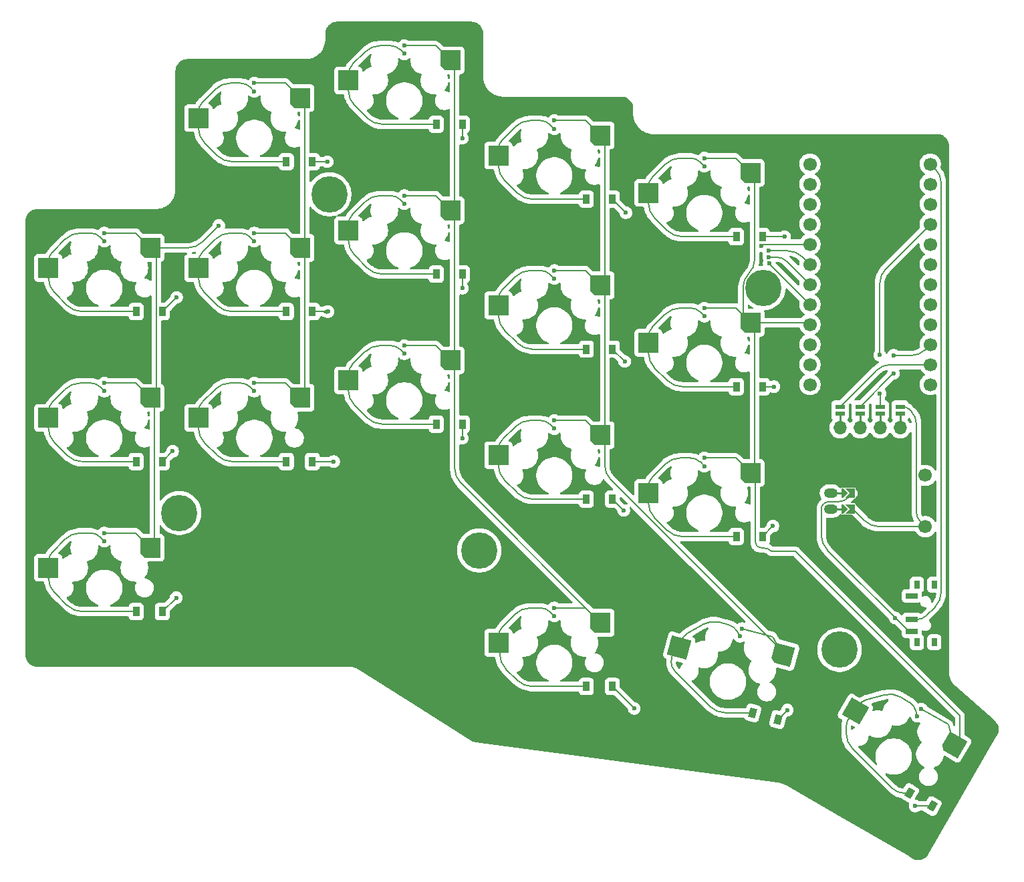
<source format=gbr>
%TF.GenerationSoftware,KiCad,Pcbnew,9.0.7*%
%TF.CreationDate,2026-01-30T15:33:05-05:00*%
%TF.ProjectId,v4,76342e6b-6963-4616-945f-706362585858,rev?*%
%TF.SameCoordinates,Original*%
%TF.FileFunction,Copper,L2,Bot*%
%TF.FilePolarity,Positive*%
%FSLAX46Y46*%
G04 Gerber Fmt 4.6, Leading zero omitted, Abs format (unit mm)*
G04 Created by KiCad (PCBNEW 9.0.7) date 2026-01-30 15:33:05*
%MOMM*%
%LPD*%
G01*
G04 APERTURE LIST*
G04 Aperture macros list*
%AMRotRect*
0 Rectangle, with rotation*
0 The origin of the aperture is its center*
0 $1 length*
0 $2 width*
0 $3 Rotation angle, in degrees counterclockwise*
0 Add horizontal line*
21,1,$1,$2,0,0,$3*%
%AMOutline5P*
0 Free polygon, 5 corners , with rotation*
0 The origin of the aperture is its center*
0 number of corners: always 5*
0 $1 to $10 corner X, Y*
0 $11 Rotation angle, in degrees counterclockwise*
0 create outline with 5 corners*
4,1,5,$1,$2,$3,$4,$5,$6,$7,$8,$9,$10,$1,$2,$11*%
%AMOutline6P*
0 Free polygon, 6 corners , with rotation*
0 The origin of the aperture is its center*
0 number of corners: always 6*
0 $1 to $12 corner X, Y*
0 $13 Rotation angle, in degrees counterclockwise*
0 create outline with 6 corners*
4,1,6,$1,$2,$3,$4,$5,$6,$7,$8,$9,$10,$11,$12,$1,$2,$13*%
%AMOutline7P*
0 Free polygon, 7 corners , with rotation*
0 The origin of the aperture is its center*
0 number of corners: always 7*
0 $1 to $14 corner X, Y*
0 $15 Rotation angle, in degrees counterclockwise*
0 create outline with 7 corners*
4,1,7,$1,$2,$3,$4,$5,$6,$7,$8,$9,$10,$11,$12,$13,$14,$1,$2,$15*%
%AMOutline8P*
0 Free polygon, 8 corners , with rotation*
0 The origin of the aperture is its center*
0 number of corners: always 8*
0 $1 to $16 corner X, Y*
0 $17 Rotation angle, in degrees counterclockwise*
0 create outline with 8 corners*
4,1,8,$1,$2,$3,$4,$5,$6,$7,$8,$9,$10,$11,$12,$13,$14,$15,$16,$1,$2,$17*%
%AMFreePoly0*
4,1,6,0.600000,-1.000000,0.000000,-0.400000,-0.600000,-1.000000,-0.600000,0.250000,0.600000,0.250000,0.600000,-1.000000,0.600000,-1.000000,$1*%
%AMFreePoly1*
4,1,6,0.600000,-0.200000,0.600000,-0.400000,-0.600000,-0.400000,-0.600000,-0.200000,0.000000,0.400000,0.600000,-0.200000,0.600000,-0.200000,$1*%
G04 Aperture macros list end*
%TA.AperFunction,WasherPad*%
%ADD10C,4.600000*%
%TD*%
%TA.AperFunction,SMDPad,CuDef*%
%ADD11R,0.900000X1.200000*%
%TD*%
%TA.AperFunction,SMDPad,CuDef*%
%ADD12RotRect,0.900000X1.200000X165.000000*%
%TD*%
%TA.AperFunction,ComponentPad*%
%ADD13C,1.700000*%
%TD*%
%TA.AperFunction,SMDPad,CuDef*%
%ADD14FreePoly0,270.000000*%
%TD*%
%TA.AperFunction,ComponentPad*%
%ADD15O,1.750000X1.200000*%
%TD*%
%TA.AperFunction,SMDPad,CuDef*%
%ADD16FreePoly1,270.000000*%
%TD*%
%TA.AperFunction,SMDPad,CuDef*%
%ADD17R,0.800000X1.000000*%
%TD*%
%TA.AperFunction,SMDPad,CuDef*%
%ADD18R,1.500000X0.700000*%
%TD*%
%TA.AperFunction,SMDPad,CuDef*%
%ADD19RotRect,0.900000X1.200000X150.000000*%
%TD*%
%TA.AperFunction,ComponentPad*%
%ADD20O,1.700000X1.700000*%
%TD*%
%TA.AperFunction,SMDPad,CuDef*%
%ADD21R,1.200000X0.600000*%
%TD*%
%TA.AperFunction,SMDPad,CuDef*%
%ADD22R,2.550000X2.500000*%
%TD*%
%TA.AperFunction,SMDPad,CuDef*%
%ADD23Outline5P,-1.275000X1.250000X1.275000X1.250000X1.275000X-1.250000X-0.775000X-1.250000X-1.275000X-0.750000X0.000000*%
%TD*%
%TA.AperFunction,SMDPad,CuDef*%
%ADD24RotRect,2.550000X2.500000X345.000000*%
%TD*%
%TA.AperFunction,SMDPad,CuDef*%
%ADD25Outline5P,-1.275000X1.250000X1.275000X1.250000X1.275000X-1.250000X-0.775000X-1.250000X-1.275000X-0.750000X345.000000*%
%TD*%
%TA.AperFunction,SMDPad,CuDef*%
%ADD26RotRect,2.550000X2.500000X330.000000*%
%TD*%
%TA.AperFunction,SMDPad,CuDef*%
%ADD27Outline5P,-1.275000X1.250000X1.275000X1.250000X1.275000X-1.250000X-0.775000X-1.250000X-1.275000X-0.750000X330.000000*%
%TD*%
%TA.AperFunction,ViaPad*%
%ADD28C,0.600000*%
%TD*%
%TA.AperFunction,Conductor*%
%ADD29C,0.200000*%
%TD*%
%TA.AperFunction,Conductor*%
%ADD30C,0.250000*%
%TD*%
G04 APERTURE END LIST*
D10*
%TO.P,MH1,*%
%TO.N,*%
X106610000Y-100510000D03*
%TD*%
%TO.P,MH5,*%
%TO.N,*%
X144610000Y-105260000D03*
%TD*%
D11*
%TO.P,D3,1*%
%TO.N,TOP*%
X104460000Y-75010000D03*
%TO.P,D3,2*%
%TO.N,PIN_TOP*%
X101160000Y-75010000D03*
%TD*%
%TO.P,D4,1*%
%TO.N,BOT*%
X123460000Y-94010000D03*
%TO.P,D4,2*%
%TO.N,RIN_BOT*%
X120160000Y-94010000D03*
%TD*%
D12*
%TO.P,D17,1*%
%TO.N,THU*%
X182433098Y-126685096D03*
%TO.P,D17,2*%
%TO.N,IND_THU*%
X179245542Y-125830996D03*
%TD*%
D13*
%TO.P,RST1,1*%
%TO.N,RST*%
X201110000Y-95760000D03*
%TO.P,RST1,2*%
%TO.N,GND*%
X201110000Y-102260000D03*
%TD*%
D11*
%TO.P,D6,1*%
%TO.N,TOP*%
X123460000Y-56010000D03*
%TO.P,D6,2*%
%TO.N,RIN_TOP*%
X120160000Y-56010000D03*
%TD*%
D13*
%TO.P,MCU1,1*%
%TO.N,RAW*%
X201730000Y-56310000D03*
%TO.P,MCU1,2*%
%TO.N,GND*%
X201730000Y-58850000D03*
%TO.P,MCU1,3*%
%TO.N,RST*%
X201730000Y-61390000D03*
%TO.P,MCU1,4*%
%TO.N,VCC*%
X201730000Y-63930000D03*
%TO.P,MCU1,5*%
%TO.N,P21*%
X201730000Y-66470000D03*
%TO.P,MCU1,6*%
%TO.N,P20*%
X201730000Y-69010000D03*
%TO.P,MCU1,7*%
%TO.N,P19*%
X201730000Y-71550000D03*
%TO.P,MCU1,8*%
%TO.N,P18*%
X201730000Y-74090000D03*
%TO.P,MCU1,9*%
%TO.N,P15*%
X201730000Y-76630000D03*
%TO.P,MCU1,10*%
%TO.N,SCL*%
X201730000Y-79170000D03*
%TO.P,MCU1,11*%
%TO.N,SDA*%
X201730000Y-81710000D03*
%TO.P,MCU1,12*%
%TO.N,THU*%
X201730000Y-84250000D03*
%TO.P,MCU1,13*%
%TO.N,BOT*%
X186490000Y-84250000D03*
%TO.P,MCU1,14*%
%TO.N,HOM*%
X186490000Y-81710000D03*
%TO.P,MCU1,15*%
%TO.N,TOP*%
X186490000Y-79170000D03*
%TO.P,MCU1,16*%
%TO.N,INN*%
X186490000Y-76630000D03*
%TO.P,MCU1,17*%
%TO.N,IND*%
X186490000Y-74090000D03*
%TO.P,MCU1,18*%
%TO.N,MID*%
X186490000Y-71550000D03*
%TO.P,MCU1,19*%
%TO.N,RIN*%
X186490000Y-69010000D03*
%TO.P,MCU1,20*%
%TO.N,PIN*%
X186490000Y-66470000D03*
%TO.P,MCU1,21*%
%TO.N,GND*%
X186490000Y-63930000D03*
%TO.P,MCU1,22*%
X186490000Y-61390000D03*
%TO.P,MCU1,23*%
%TO.N,P0*%
X186490000Y-58850000D03*
%TO.P,MCU1,24*%
%TO.N,P1*%
X186490000Y-56310000D03*
%TD*%
D11*
%TO.P,D5,1*%
%TO.N,HOM*%
X123460000Y-75010000D03*
%TO.P,D5,2*%
%TO.N,RIN_HOM*%
X120160000Y-75010000D03*
%TD*%
%TO.P,D2,1*%
%TO.N,HOM*%
X104460000Y-94010000D03*
%TO.P,D2,2*%
%TO.N,PIN_HOM*%
X101160000Y-94010000D03*
%TD*%
D14*
%TO.P,JST1,1*%
%TO.N,BAT_P*%
X191926000Y-98010000D03*
%TO.P,JST1,2*%
%TO.N,GND*%
X191926000Y-100010000D03*
D15*
%TO.P,JST1,11*%
%TO.N,JST1_1*%
X189110000Y-100010000D03*
%TO.P,JST1,12*%
%TO.N,JST1_2*%
X189110000Y-98010000D03*
D16*
%TO.P,JST1,31*%
%TO.N,JST1_1*%
X190910000Y-100010000D03*
%TO.P,JST1,32*%
%TO.N,JST1_2*%
X190910000Y-98010000D03*
%TD*%
D11*
%TO.P,D13,1*%
%TO.N,BOT*%
X180460000Y-103510000D03*
%TO.P,D13,2*%
%TO.N,INN_BOT*%
X177160000Y-103510000D03*
%TD*%
%TO.P,D14,1*%
%TO.N,HOM*%
X180460000Y-84510000D03*
%TO.P,D14,2*%
%TO.N,INN_HOM*%
X177160000Y-84510000D03*
%TD*%
D10*
%TO.P,MH2,*%
%TO.N,*%
X125610000Y-60135000D03*
%TD*%
D17*
%TO.P,PWR1,*%
%TO.N,*%
X200025000Y-109610000D03*
X200025000Y-116910000D03*
X202235000Y-109610000D03*
X202235000Y-116910000D03*
D18*
%TO.P,PWR1,1*%
%TO.N,N/C*%
X199375000Y-111010000D03*
%TO.P,PWR1,2*%
%TO.N,RAW*%
X199375000Y-114010000D03*
%TO.P,PWR1,3*%
%TO.N,BAT_P*%
X199375000Y-115510000D03*
%TD*%
D11*
%TO.P,D15,1*%
%TO.N,TOP*%
X180460000Y-65510000D03*
%TO.P,D15,2*%
%TO.N,INN_TOP*%
X177160000Y-65510000D03*
%TD*%
%TO.P,D9,1*%
%TO.N,TOP*%
X142460000Y-51260000D03*
%TO.P,D9,2*%
%TO.N,MID_TOP*%
X139160000Y-51260000D03*
%TD*%
%TO.P,D11,1*%
%TO.N,HOM*%
X161460000Y-79760000D03*
%TO.P,D11,2*%
%TO.N,IND_HOM*%
X158160000Y-79760000D03*
%TD*%
%TO.P,D16,1*%
%TO.N,THU*%
X161460000Y-122510000D03*
%TO.P,D16,2*%
%TO.N,MID_THU*%
X158160000Y-122510000D03*
%TD*%
D19*
%TO.P,D18,1*%
%TO.N,THU*%
X201975287Y-137658076D03*
%TO.P,D18,2*%
%TO.N,INN_THU*%
X199117403Y-136008076D03*
%TD*%
D11*
%TO.P,D1,1*%
%TO.N,BOT*%
X104460000Y-113010000D03*
%TO.P,D1,2*%
%TO.N,PIN_BOT*%
X101160000Y-113010000D03*
%TD*%
%TO.P,D7,1*%
%TO.N,BOT*%
X142460000Y-89260000D03*
%TO.P,D7,2*%
%TO.N,MID_BOT*%
X139160000Y-89260000D03*
%TD*%
%TO.P,D8,1*%
%TO.N,HOM*%
X142460000Y-70260000D03*
%TO.P,D8,2*%
%TO.N,MID_HOM*%
X139160000Y-70260000D03*
%TD*%
D20*
%TO.P,DISP1,1*%
%TO.N,DISP1_1*%
X190300000Y-89710000D03*
%TO.P,DISP1,2*%
%TO.N,DISP1_2*%
X192840000Y-89710000D03*
%TO.P,DISP1,3*%
%TO.N,DISP1_3*%
X195380000Y-89710000D03*
%TO.P,DISP1,4*%
%TO.N,DISP1_4*%
X197920000Y-89710000D03*
D21*
%TO.P,DISP1,20*%
X197920000Y-87960000D03*
%TO.P,DISP1,21*%
%TO.N,DISP1_3*%
X195380000Y-87960000D03*
%TO.P,DISP1,22*%
%TO.N,DISP1_2*%
X192840000Y-87960000D03*
%TO.P,DISP1,23*%
%TO.N,DISP1_1*%
X190300000Y-87960000D03*
%TO.P,DISP1,24*%
%TO.N,GND*%
X197920000Y-87060000D03*
%TO.P,DISP1,25*%
%TO.N,VCC*%
X195380000Y-87060000D03*
%TO.P,DISP1,26*%
%TO.N,SCL*%
X192840000Y-87060000D03*
%TO.P,DISP1,27*%
%TO.N,SDA*%
X190300000Y-87060000D03*
%TD*%
D10*
%TO.P,MH3,*%
%TO.N,*%
X190245493Y-117858144D03*
%TD*%
D11*
%TO.P,D10,1*%
%TO.N,BOT*%
X161460000Y-98760000D03*
%TO.P,D10,2*%
%TO.N,IND_BOT*%
X158160000Y-98760000D03*
%TD*%
D10*
%TO.P,MH4,*%
%TO.N,*%
X180610000Y-72010000D03*
%TD*%
D11*
%TO.P,D12,1*%
%TO.N,TOP*%
X161460000Y-60760000D03*
%TO.P,D12,2*%
%TO.N,IND_TOP*%
X158160000Y-60760000D03*
%TD*%
D22*
%TO.P,S7,1*%
%TO.N,MID_BOT*%
X128025000Y-83720000D03*
D23*
%TO.P,S7,2*%
%TO.N,MID*%
X140952000Y-81180000D03*
%TD*%
D22*
%TO.P,S11,1*%
%TO.N,IND_HOM*%
X147025000Y-74220000D03*
D23*
%TO.P,S11,2*%
%TO.N,IND*%
X159952000Y-71680000D03*
%TD*%
D22*
%TO.P,S8,1*%
%TO.N,MID_HOM*%
X128025000Y-64720000D03*
D23*
%TO.P,S8,2*%
%TO.N,MID*%
X140952000Y-62180000D03*
%TD*%
D22*
%TO.P,S5,1*%
%TO.N,RIN_HOM*%
X109025000Y-69470000D03*
D23*
%TO.P,S5,2*%
%TO.N,RIN*%
X121952000Y-66930000D03*
%TD*%
D22*
%TO.P,S9,1*%
%TO.N,MID_TOP*%
X128025000Y-45720000D03*
D23*
%TO.P,S9,2*%
%TO.N,MID*%
X140952000Y-43180000D03*
%TD*%
D24*
%TO.P,S17,1*%
%TO.N,IND_THU*%
X169923816Y-117597815D03*
D25*
%TO.P,S17,2*%
%TO.N,IND*%
X183067739Y-118490118D03*
%TD*%
D22*
%TO.P,S15,1*%
%TO.N,INN_TOP*%
X166025000Y-59970000D03*
D23*
%TO.P,S15,2*%
%TO.N,INN*%
X178952000Y-57430000D03*
%TD*%
D22*
%TO.P,S13,1*%
%TO.N,INN_BOT*%
X166025000Y-97970000D03*
D23*
%TO.P,S13,2*%
%TO.N,INN*%
X178952000Y-95430000D03*
%TD*%
D22*
%TO.P,S2,1*%
%TO.N,PIN_HOM*%
X90025000Y-88470000D03*
D23*
%TO.P,S2,2*%
%TO.N,PIN*%
X102952000Y-85930000D03*
%TD*%
D22*
%TO.P,S14,1*%
%TO.N,INN_HOM*%
X166025000Y-78970000D03*
D23*
%TO.P,S14,2*%
%TO.N,INN*%
X178952000Y-76430000D03*
%TD*%
D26*
%TO.P,S18,1*%
%TO.N,INN_THU*%
X192244210Y-125642795D03*
D27*
%TO.P,S18,2*%
%TO.N,INN*%
X204709320Y-129906591D03*
%TD*%
D22*
%TO.P,S1,1*%
%TO.N,PIN_BOT*%
X90025000Y-107470000D03*
D23*
%TO.P,S1,2*%
%TO.N,PIN*%
X102952000Y-104930000D03*
%TD*%
D22*
%TO.P,S6,1*%
%TO.N,RIN_TOP*%
X109025000Y-50470000D03*
D23*
%TO.P,S6,2*%
%TO.N,RIN*%
X121952000Y-47930000D03*
%TD*%
D22*
%TO.P,S12,1*%
%TO.N,IND_TOP*%
X147025000Y-55220000D03*
D23*
%TO.P,S12,2*%
%TO.N,IND*%
X159952000Y-52680000D03*
%TD*%
D22*
%TO.P,S16,1*%
%TO.N,MID_THU*%
X147025000Y-116970000D03*
D23*
%TO.P,S16,2*%
%TO.N,MID*%
X159952000Y-114430000D03*
%TD*%
D22*
%TO.P,S3,1*%
%TO.N,PIN_TOP*%
X90025000Y-69470000D03*
D23*
%TO.P,S3,2*%
%TO.N,PIN*%
X102952000Y-66930000D03*
%TD*%
D22*
%TO.P,S4,1*%
%TO.N,RIN_BOT*%
X109025000Y-88470000D03*
D23*
%TO.P,S4,2*%
%TO.N,RIN*%
X121952000Y-85930000D03*
%TD*%
D22*
%TO.P,S10,1*%
%TO.N,IND_BOT*%
X147025000Y-93220000D03*
D23*
%TO.P,S10,2*%
%TO.N,IND*%
X159952000Y-90680000D03*
%TD*%
D28*
%TO.N,PIN_BOT*%
X97110000Y-104080000D03*
%TO.N,PIN*%
X97110000Y-65051000D03*
X180350000Y-66650000D03*
X97110000Y-103051000D03*
X111620000Y-64100000D03*
X97110000Y-84051000D03*
%TO.N,PIN_HOM*%
X97110000Y-85080000D03*
%TO.N,PIN_TOP*%
X97110000Y-66080000D03*
%TO.N,RIN_BOT*%
X116110000Y-85080000D03*
%TO.N,RIN*%
X116110000Y-46051000D03*
X116110000Y-84051000D03*
X116110000Y-65051000D03*
X181234717Y-67292857D03*
%TO.N,RIN_HOM*%
X116110000Y-66080000D03*
%TO.N,RIN_TOP*%
X116110000Y-47080000D03*
%TO.N,MID_BOT*%
X135110000Y-80330000D03*
%TO.N,MID*%
X154110000Y-112551000D03*
X135110000Y-60301000D03*
X135110000Y-41301000D03*
X181278161Y-68091679D03*
X135110000Y-79301000D03*
%TO.N,MID_HOM*%
X135110000Y-61330000D03*
%TO.N,MID_TOP*%
X135110000Y-42330000D03*
%TO.N,IND_BOT*%
X154110000Y-89830000D03*
%TO.N,IND*%
X154110000Y-88801000D03*
X181330000Y-68890000D03*
X154110000Y-69801000D03*
X177911122Y-115163122D03*
X154110000Y-50801000D03*
%TO.N,IND_HOM*%
X154110000Y-70830000D03*
%TO.N,IND_TOP*%
X154110000Y-51830000D03*
%TO.N,INN_BOT*%
X173110000Y-94580000D03*
%TO.N,INN*%
X200589500Y-125358329D03*
X173110000Y-93551000D03*
X173110000Y-55551000D03*
X173110000Y-74551000D03*
%TO.N,INN_HOM*%
X173110000Y-75580000D03*
%TO.N,INN_TOP*%
X173110000Y-56580000D03*
%TO.N,MID_THU*%
X154110000Y-113580000D03*
%TO.N,IND_THU*%
X177644797Y-116157060D03*
%TO.N,INN_THU*%
X200075000Y-126249469D03*
%TO.N,BOT*%
X106210000Y-111260000D03*
X181800000Y-102170000D03*
X162905000Y-100205000D03*
X142460000Y-91029892D03*
X126170000Y-94010000D03*
%TO.N,HOM*%
X181930000Y-84510000D03*
X163020000Y-81320000D03*
X142460000Y-72029892D03*
X105771000Y-92699000D03*
X125450000Y-75010000D03*
%TO.N,TOP*%
X142460000Y-53029892D03*
X106270000Y-73200000D03*
X125350000Y-56010000D03*
X163180000Y-62480000D03*
X183290000Y-65510000D03*
%TO.N,THU*%
X183634098Y-125484098D03*
X164230000Y-125280000D03*
X199820000Y-137658076D03*
%TO.N,SCL*%
X197080000Y-82850000D03*
X197080000Y-80550000D03*
%TO.N,VCC*%
X195359265Y-85389265D03*
X195330000Y-80520000D03*
%TO.N,BAT_P*%
X197280000Y-113810000D03*
%TD*%
D29*
%TO.N,PIN_BOT*%
X90821896Y-110641788D02*
X92393211Y-112213103D01*
X90555329Y-105439669D02*
X92147103Y-103847896D01*
X94317089Y-113010000D02*
X101160000Y-113010000D01*
X90025000Y-106720000D02*
X90025000Y-108220000D01*
X97110000Y-104080000D02*
X96595500Y-103565500D01*
X94070981Y-103051000D02*
X95353387Y-103051000D01*
X90025000Y-108220000D02*
X90025000Y-108717910D01*
X96595500Y-103565500D02*
G75*
G03*
X95353387Y-103051005I-1242100J-1242100D01*
G01*
X90555329Y-105439669D02*
G75*
G03*
X90025010Y-106720000I1280371J-1280331D01*
G01*
X90025000Y-108717910D02*
G75*
G03*
X90821896Y-110641788I2720800J10D01*
G01*
X94070981Y-103051000D02*
G75*
G03*
X92147107Y-103847900I19J-2720800D01*
G01*
X92393211Y-112213103D02*
G75*
G03*
X94317089Y-113010000I1923889J1923903D01*
G01*
%TO.N,PIN*%
X102682500Y-104660500D02*
X101073000Y-103051000D01*
X102682500Y-85660500D02*
X101073000Y-84051000D01*
X180657279Y-66470000D02*
X186490000Y-66470000D01*
X97110000Y-65051000D02*
X101073000Y-65050500D01*
X107663018Y-66930000D02*
X103487279Y-66930000D01*
X102573500Y-66551500D02*
X101073000Y-65051000D01*
X109586896Y-66133103D02*
X111620000Y-64100000D01*
X97110000Y-84051000D02*
X101073000Y-84050500D01*
X103330500Y-85551500D02*
X103221500Y-85660500D01*
X103221500Y-86199500D02*
X102682500Y-85660500D01*
X103330500Y-67308500D02*
X102573500Y-66551500D01*
X103709000Y-84637720D02*
X103709000Y-68222279D01*
X97110000Y-103051000D02*
X101073000Y-103050500D01*
X103491000Y-104009869D02*
X103491000Y-86850130D01*
X180350000Y-66650000D02*
X180440000Y-66560000D01*
X180657279Y-66470000D02*
G75*
G03*
X180440006Y-66560006I21J-307300D01*
G01*
X103709000Y-84637720D02*
G75*
G02*
X103330494Y-85551494I-1292300J20D01*
G01*
X103221500Y-86199500D02*
G75*
G02*
X103490987Y-86850130I-650600J-650600D01*
G01*
X103487279Y-66930000D02*
G75*
G03*
X103330534Y-67308466I21J-221700D01*
G01*
X103221500Y-85660500D02*
G75*
G03*
X103221500Y-86199500I269500J-269500D01*
G01*
X109586896Y-66133103D02*
G75*
G02*
X107663018Y-66930005I-1923896J1923903D01*
G01*
X103491000Y-104009869D02*
G75*
G02*
X103221509Y-104660509I-920100J-31D01*
G01*
X102573500Y-66551500D02*
G75*
G03*
X103487279Y-66930008I913800J913800D01*
G01*
X103330500Y-67308500D02*
G75*
G02*
X103709008Y-68222279I-913800J-913800D01*
G01*
X102682500Y-104660500D02*
G75*
G03*
X103221500Y-104660500I269500J269502D01*
G01*
X102682500Y-85660500D02*
G75*
G03*
X103221500Y-85660500I269500J269502D01*
G01*
%TO.N,GND*%
X198320000Y-87060000D02*
X197920000Y-87060000D01*
X193379103Y-101463103D02*
X191926000Y-100010000D01*
X199959000Y-89175105D02*
X199959000Y-100295120D01*
X199002842Y-87342842D02*
X199339500Y-87679500D01*
X200537274Y-101687274D02*
X200534500Y-101684500D01*
X195302981Y-102260000D02*
X200300043Y-102260000D01*
X199339500Y-87679500D02*
G75*
G02*
X199958998Y-89175105I-1495600J-1495600D01*
G01*
X199002842Y-87342842D02*
G75*
G03*
X198320000Y-87060004I-682842J-682858D01*
G01*
X199959000Y-100295120D02*
G75*
G03*
X200534506Y-101684494I1964900J20D01*
G01*
X200537274Y-101687274D02*
G75*
G02*
X200300043Y-102260022I-237274J-237226D01*
G01*
X193379103Y-101463103D02*
G75*
G03*
X195302981Y-102260005I1923897J1923903D01*
G01*
%TO.N,PIN_HOM*%
X97110000Y-85080000D02*
X96595500Y-84565500D01*
X90025000Y-87720000D02*
X90025000Y-89220000D01*
X90025000Y-89220000D02*
X90025000Y-89717910D01*
X95353387Y-84051000D02*
X94070981Y-84051000D01*
X92393211Y-93213103D02*
X90821896Y-91641788D01*
X94317089Y-94010000D02*
X101160000Y-94010000D01*
X90555329Y-86439669D02*
X92147103Y-84847896D01*
X96595500Y-84565500D02*
G75*
G03*
X95353387Y-84051005I-1242100J-1242100D01*
G01*
X94070981Y-84051000D02*
G75*
G03*
X92147107Y-84847900I19J-2720800D01*
G01*
X92393211Y-93213103D02*
G75*
G03*
X94317089Y-94010000I1923889J1923903D01*
G01*
X90025000Y-89717910D02*
G75*
G03*
X90821896Y-91641788I2720800J10D01*
G01*
X90555329Y-86439669D02*
G75*
G03*
X90025010Y-87720000I1280371J-1280331D01*
G01*
%TO.N,PIN_TOP*%
X90025000Y-70717910D02*
X90025000Y-70220000D01*
X94070981Y-65051000D02*
X95353387Y-65051000D01*
X90821896Y-72641788D02*
X92393211Y-74213103D01*
X94317089Y-75010000D02*
X101160000Y-75010000D01*
X90555329Y-67439669D02*
X92147103Y-65847896D01*
X90025000Y-68720000D02*
X90025000Y-70220000D01*
X97110000Y-66080000D02*
X96595500Y-65565500D01*
X90555329Y-67439669D02*
G75*
G03*
X90025010Y-68720000I1280371J-1280331D01*
G01*
X90025000Y-70717910D02*
G75*
G03*
X90821896Y-72641788I2720800J10D01*
G01*
X92393211Y-74213103D02*
G75*
G03*
X94317089Y-75010000I1923889J1923903D01*
G01*
X96595500Y-65565500D02*
G75*
G03*
X95353387Y-65051005I-1242100J-1242100D01*
G01*
X94070981Y-65051000D02*
G75*
G03*
X92147107Y-65847900I19J-2720800D01*
G01*
%TO.N,RIN_BOT*%
X111393211Y-93213103D02*
X109821896Y-91641788D01*
X109025000Y-89717910D02*
X109025000Y-89220000D01*
X113317089Y-94010000D02*
X120160000Y-94010000D01*
X114353387Y-84051000D02*
X113070981Y-84051000D01*
X109025000Y-87720000D02*
X109025000Y-89220000D01*
X109555329Y-86439669D02*
X111147103Y-84847896D01*
X116110000Y-85080000D02*
X115595500Y-84565500D01*
X111393211Y-93213103D02*
G75*
G03*
X113317089Y-94010000I1923889J1923903D01*
G01*
X109555329Y-86439669D02*
G75*
G03*
X109025010Y-87720000I1280371J-1280331D01*
G01*
X109025000Y-89717910D02*
G75*
G03*
X109821896Y-91641788I2720800J10D01*
G01*
X115595500Y-84565500D02*
G75*
G03*
X114353387Y-84051005I-1242100J-1242100D01*
G01*
X113070981Y-84051000D02*
G75*
G03*
X111147107Y-84847900I19J-2720800D01*
G01*
%TO.N,RIN*%
X122221500Y-67199500D02*
X121682500Y-66660500D01*
X116110000Y-84051000D02*
X120073000Y-84050500D01*
X185569753Y-68089753D02*
X186490000Y-69010000D01*
X121682500Y-66660500D02*
X120073000Y-65051000D01*
X181234717Y-67292857D02*
X183645875Y-67292857D01*
X122491000Y-85009869D02*
X122491000Y-67850130D01*
X121682500Y-47660500D02*
X122221500Y-48199500D01*
X122491000Y-66009869D02*
X122491000Y-48850130D01*
X116110000Y-46051000D02*
X120073000Y-46050500D01*
X116110000Y-65051000D02*
X120073000Y-65050500D01*
X121682500Y-85660500D02*
X120073000Y-84051000D01*
X121682500Y-47660500D02*
X120073000Y-46051000D01*
X122221500Y-67199500D02*
G75*
G02*
X122490987Y-67850130I-650600J-650600D01*
G01*
X121682500Y-85660500D02*
G75*
G03*
X122221500Y-85660500I269500J269502D01*
G01*
X122491000Y-66009869D02*
G75*
G02*
X122221509Y-66660509I-920100J-31D01*
G01*
X185569753Y-68089753D02*
G75*
G03*
X183645875Y-67292865I-1923853J-1923847D01*
G01*
X122221500Y-48199500D02*
G75*
G02*
X122490987Y-48850130I-650600J-650600D01*
G01*
X121682500Y-66660500D02*
G75*
G03*
X122221500Y-66660500I269500J269502D01*
G01*
X122221500Y-66660500D02*
G75*
G03*
X122221500Y-67199500I269500J-269500D01*
G01*
X122491000Y-85009869D02*
G75*
G02*
X122221509Y-85660509I-920100J-31D01*
G01*
%TO.N,RIN_HOM*%
X109025000Y-70717910D02*
X109025000Y-70220000D01*
X109555329Y-67439669D02*
X111147103Y-65847896D01*
X111393211Y-74213103D02*
X109821896Y-72641788D01*
X114353387Y-65051000D02*
X113070981Y-65051000D01*
X116110000Y-66080000D02*
X115595500Y-65565500D01*
X109025000Y-68720000D02*
X109025000Y-70220000D01*
X113317089Y-75010000D02*
X120160000Y-75010000D01*
X109025000Y-70717910D02*
G75*
G03*
X109821896Y-72641788I2720800J10D01*
G01*
X115595500Y-65565500D02*
G75*
G03*
X114353387Y-65051005I-1242100J-1242100D01*
G01*
X109555329Y-67439669D02*
G75*
G03*
X109025010Y-68720000I1280371J-1280331D01*
G01*
X111393211Y-74213103D02*
G75*
G03*
X113317089Y-75010000I1923889J1923903D01*
G01*
X113070981Y-65051000D02*
G75*
G03*
X111147107Y-65847900I19J-2720800D01*
G01*
%TO.N,RIN_TOP*%
X114353387Y-46051000D02*
X113070981Y-46051000D01*
X109025000Y-51717910D02*
X109025000Y-51220000D01*
X113317089Y-56010000D02*
X120160000Y-56010000D01*
X116110000Y-47080000D02*
X115595500Y-46565500D01*
X111393211Y-55213103D02*
X109821896Y-53641788D01*
X109555329Y-48439669D02*
X111147103Y-46847896D01*
X109025000Y-49720000D02*
X109025000Y-51220000D01*
X111393211Y-55213103D02*
G75*
G03*
X113317089Y-56010000I1923889J1923903D01*
G01*
X113070981Y-46051000D02*
G75*
G03*
X111147107Y-46847900I19J-2720800D01*
G01*
X109025000Y-51717910D02*
G75*
G03*
X109821896Y-53641788I2720800J10D01*
G01*
X109555329Y-48439669D02*
G75*
G03*
X109025010Y-49720000I1280371J-1280331D01*
G01*
X115595500Y-46565500D02*
G75*
G03*
X114353387Y-46051005I-1242100J-1242100D01*
G01*
%TO.N,MID_BOT*%
X135110000Y-80330000D02*
X134595500Y-79815500D01*
X128025000Y-84470000D02*
X128025000Y-84967910D01*
X132317089Y-89260000D02*
X139160000Y-89260000D01*
X130393211Y-88463103D02*
X128821896Y-86891788D01*
X132070981Y-79301000D02*
X133353387Y-79301000D01*
X128025000Y-82970000D02*
X128025000Y-84470000D01*
X130147103Y-80097896D02*
X128555330Y-81689669D01*
X130393211Y-88463103D02*
G75*
G03*
X132317089Y-89260000I1923889J1923903D01*
G01*
X128555330Y-81689669D02*
G75*
G03*
X128025011Y-82970000I1280370J-1280331D01*
G01*
X132070981Y-79301000D02*
G75*
G03*
X130147107Y-80097900I19J-2720800D01*
G01*
X128025000Y-84967910D02*
G75*
G03*
X128821896Y-86891788I2720800J10D01*
G01*
X134595500Y-79815500D02*
G75*
G03*
X133353387Y-79301005I-1242100J-1242100D01*
G01*
%TO.N,MID*%
X141491000Y-82100130D02*
X141491000Y-94842018D01*
X154110000Y-112551000D02*
X158073000Y-112550500D01*
X140682500Y-61910500D02*
X139073000Y-60301000D01*
X141491000Y-44100130D02*
X141491000Y-61259869D01*
X141221500Y-62449500D02*
X140682500Y-61910500D01*
X141221500Y-81449500D02*
X140682500Y-80910500D01*
X140682500Y-42910500D02*
X139073000Y-41301000D01*
X183651641Y-68711641D02*
X186490000Y-71550000D01*
X142287896Y-96765896D02*
X159952000Y-114430000D01*
X135110000Y-79301000D02*
X139073000Y-79300500D01*
X135110000Y-60301000D02*
X139073000Y-60300500D01*
X141491000Y-63100130D02*
X141491000Y-80259869D01*
X135110000Y-41301000D02*
X139073000Y-41300500D01*
X181278161Y-68091679D02*
X182154920Y-68091679D01*
X140682500Y-42910500D02*
X141221500Y-43449500D01*
X140682500Y-80910500D02*
X139073000Y-79301000D01*
X183651641Y-68711641D02*
G75*
G03*
X182154920Y-68091676I-1496741J-1496759D01*
G01*
X140682500Y-80910500D02*
G75*
G03*
X141221500Y-80910500I269500J269502D01*
G01*
X141221500Y-62449500D02*
G75*
G02*
X141490987Y-63100130I-650600J-650600D01*
G01*
X140682500Y-61910500D02*
G75*
G03*
X141221500Y-61910500I269500J269502D01*
G01*
X141221500Y-43449500D02*
G75*
G02*
X141490987Y-44100130I-650600J-650600D01*
G01*
X141491000Y-61259869D02*
G75*
G02*
X141221509Y-61910509I-920100J-31D01*
G01*
X141221500Y-80910500D02*
G75*
G03*
X141221500Y-81449500I269500J-269500D01*
G01*
X141491000Y-80259869D02*
G75*
G02*
X141221509Y-80910509I-920100J-31D01*
G01*
X141221500Y-61910500D02*
G75*
G03*
X141221500Y-62449500I269500J-269500D01*
G01*
X141491000Y-94842018D02*
G75*
G03*
X142287900Y-96765892I2720800J18D01*
G01*
X141221500Y-81449500D02*
G75*
G02*
X141490987Y-82100130I-650600J-650600D01*
G01*
%TO.N,MID_HOM*%
X135110000Y-61330000D02*
X134595500Y-60815500D01*
X132317089Y-70260000D02*
X139160000Y-70260000D01*
X130393211Y-69463103D02*
X128821896Y-67891788D01*
X128555329Y-62689669D02*
X130147103Y-61097896D01*
X128025000Y-63970000D02*
X128025000Y-65470000D01*
X128025000Y-65470000D02*
X128025000Y-65967910D01*
X133353387Y-60301000D02*
X132070981Y-60301000D01*
X132070981Y-60301000D02*
G75*
G03*
X130147107Y-61097900I19J-2720800D01*
G01*
X128555329Y-62689669D02*
G75*
G03*
X128025010Y-63970000I1280371J-1280331D01*
G01*
X128025000Y-65967910D02*
G75*
G03*
X128821896Y-67891788I2720800J10D01*
G01*
X134595500Y-60815500D02*
G75*
G03*
X133353387Y-60301005I-1242100J-1242100D01*
G01*
X130393211Y-69463103D02*
G75*
G03*
X132317089Y-70260000I1923889J1923903D01*
G01*
%TO.N,MID_TOP*%
X130393211Y-50463103D02*
X128821896Y-48891788D01*
X135110000Y-42330000D02*
X134595500Y-41815500D01*
X128555329Y-43689669D02*
X130147103Y-42097896D01*
X132317089Y-51260000D02*
X139160000Y-51260000D01*
X128025000Y-46470000D02*
X128025000Y-46967910D01*
X133353387Y-41301000D02*
X132070981Y-41301000D01*
X128025000Y-44970000D02*
X128025000Y-46470000D01*
X132070981Y-41301000D02*
G75*
G03*
X130147107Y-42097900I19J-2720800D01*
G01*
X130393211Y-50463103D02*
G75*
G03*
X132317089Y-51260000I1923889J1923903D01*
G01*
X128555329Y-43689669D02*
G75*
G03*
X128025010Y-44970000I1280371J-1280331D01*
G01*
X134595500Y-41815500D02*
G75*
G03*
X133353387Y-41301005I-1242100J-1242100D01*
G01*
X128025000Y-46967910D02*
G75*
G03*
X128821896Y-48891788I2720800J10D01*
G01*
%TO.N,IND_BOT*%
X147555329Y-91189669D02*
X149147103Y-89597896D01*
X152353387Y-88801000D02*
X151070981Y-88801000D01*
X149393211Y-97963103D02*
X147821896Y-96391788D01*
X151317089Y-98760000D02*
X158160000Y-98760000D01*
X147025000Y-92470000D02*
X147025000Y-93970000D01*
X154110000Y-89830000D02*
X153595500Y-89315500D01*
X147025000Y-93970000D02*
X147025000Y-94467910D01*
X153595500Y-89315500D02*
G75*
G03*
X152353387Y-88801005I-1242100J-1242100D01*
G01*
X147025000Y-94467910D02*
G75*
G03*
X147821896Y-96391788I2720800J10D01*
G01*
X147555329Y-91189669D02*
G75*
G03*
X147025010Y-92470000I1280371J-1280331D01*
G01*
X149393211Y-97963103D02*
G75*
G03*
X151317089Y-98760000I1923889J1923903D01*
G01*
X151070981Y-88801000D02*
G75*
G03*
X149147107Y-89597900I19J-2720800D01*
G01*
%TO.N,IND*%
X177911122Y-115163122D02*
X181739215Y-116188339D01*
X159682500Y-71410500D02*
X158073000Y-69801000D01*
X181344142Y-68944142D02*
X186490000Y-74090000D01*
X181330000Y-68890000D02*
X181330000Y-68910000D01*
X159682500Y-52410500D02*
X160221500Y-52949500D01*
X160491000Y-70759869D02*
X160491000Y-53600130D01*
X154110000Y-50801000D02*
X158073000Y-50800500D01*
X182977394Y-118333636D02*
X181739086Y-116188822D01*
X154110000Y-88801000D02*
X158073000Y-88800500D01*
X159682500Y-90410500D02*
X158073000Y-88801000D01*
X160221500Y-90949500D02*
X159682500Y-90410500D01*
X154110000Y-69801000D02*
X158073000Y-69800500D01*
X160221500Y-71949500D02*
X159682500Y-71410500D01*
X159682500Y-52410500D02*
X158073000Y-50801000D01*
X160491000Y-91600130D02*
X160491000Y-94425018D01*
X161287896Y-96348896D02*
X182939972Y-118000972D01*
X160491000Y-89759869D02*
X160491000Y-72600130D01*
X181330000Y-68910000D02*
G75*
G03*
X181344139Y-68944145I48300J0D01*
G01*
X182939972Y-118000972D02*
G75*
G02*
X183067714Y-118309428I-308472J-308428D01*
G01*
X160491000Y-94425018D02*
G75*
G03*
X161287900Y-96348892I2720800J18D01*
G01*
X182977394Y-118333636D02*
G75*
G03*
X183067710Y-118309428I41906J24236D01*
G01*
X159682500Y-90410500D02*
G75*
G03*
X160221500Y-90410500I269500J269502D01*
G01*
X160221500Y-90949500D02*
G75*
G02*
X160490987Y-91600130I-650600J-650600D01*
G01*
X160221500Y-71410500D02*
G75*
G03*
X160221500Y-71949500I269500J-269500D01*
G01*
X160221500Y-71949500D02*
G75*
G02*
X160490987Y-72600130I-650600J-650600D01*
G01*
X160221500Y-52949500D02*
G75*
G02*
X160490987Y-53600130I-650600J-650600D01*
G01*
X160491000Y-70759869D02*
G75*
G02*
X160221509Y-71410509I-920100J-31D01*
G01*
X160221500Y-90410500D02*
G75*
G03*
X160221500Y-90949500I269500J-269500D01*
G01*
X159682500Y-71410500D02*
G75*
G03*
X160221500Y-71410500I269500J269502D01*
G01*
X160491000Y-89759869D02*
G75*
G02*
X160221509Y-90410509I-920100J-31D01*
G01*
%TO.N,IND_HOM*%
X147025000Y-74970000D02*
X147025000Y-75467910D01*
X149393211Y-78963103D02*
X147821896Y-77391788D01*
X147555329Y-72189669D02*
X149147103Y-70597896D01*
X152353387Y-69801000D02*
X151070981Y-69801000D01*
X154110000Y-70830000D02*
X153595500Y-70315500D01*
X147025000Y-73470000D02*
X147025000Y-74970000D01*
X151317089Y-79760000D02*
X158160000Y-79760000D01*
X153595500Y-70315500D02*
G75*
G03*
X152353387Y-69801005I-1242100J-1242100D01*
G01*
X149393211Y-78963103D02*
G75*
G03*
X151317089Y-79760000I1923889J1923903D01*
G01*
X151070981Y-69801000D02*
G75*
G03*
X149147107Y-70597900I19J-2720800D01*
G01*
X147555329Y-72189669D02*
G75*
G03*
X147025010Y-73470000I1280371J-1280331D01*
G01*
X147025000Y-75467910D02*
G75*
G03*
X147821896Y-77391788I2720800J10D01*
G01*
%TO.N,IND_TOP*%
X147025000Y-54470000D02*
X147025000Y-55970000D01*
X147555329Y-53189669D02*
X149147103Y-51597896D01*
X147025000Y-56467910D02*
X147025000Y-55970000D01*
X152353387Y-50801000D02*
X151070981Y-50801000D01*
X154110000Y-51830000D02*
X153595500Y-51315500D01*
X151317089Y-60760000D02*
X158160000Y-60760000D01*
X149393211Y-59963103D02*
X147821896Y-58391788D01*
X147555329Y-53189669D02*
G75*
G03*
X147025010Y-54470000I1280371J-1280331D01*
G01*
X151070981Y-50801000D02*
G75*
G03*
X149147107Y-51597900I19J-2720800D01*
G01*
X149393211Y-59963103D02*
G75*
G03*
X151317089Y-60760000I1923889J1923903D01*
G01*
X147025000Y-56467910D02*
G75*
G03*
X147821896Y-58391788I2720800J10D01*
G01*
X153595500Y-51315500D02*
G75*
G03*
X152353387Y-50801005I-1242100J-1242100D01*
G01*
%TO.N,INN_BOT*%
X166025000Y-99217910D02*
X166025000Y-98720000D01*
X168147103Y-94347896D02*
X166555330Y-95939669D01*
X166821896Y-101141788D02*
X168393211Y-102713103D01*
X166025000Y-97220000D02*
X166025000Y-98720000D01*
X173110000Y-94580000D02*
X172595500Y-94065500D01*
X170070981Y-93551000D02*
X171353387Y-93551000D01*
X170317089Y-103510000D02*
X177160000Y-103510000D01*
X166555330Y-95939669D02*
G75*
G03*
X166025011Y-97220000I1280370J-1280331D01*
G01*
X166025000Y-99217910D02*
G75*
G03*
X166821896Y-101141788I2720800J10D01*
G01*
X170070981Y-93551000D02*
G75*
G03*
X168147107Y-94347900I19J-2720800D01*
G01*
X168393211Y-102713103D02*
G75*
G03*
X170317089Y-103510000I1923889J1923903D01*
G01*
X172595500Y-94065500D02*
G75*
G03*
X171353387Y-93551005I-1242100J-1242100D01*
G01*
%TO.N,INN*%
X204709320Y-129906591D02*
X204709320Y-129372306D01*
X184684246Y-105384246D02*
X205510000Y-126210000D01*
X180360696Y-104964895D02*
X180617947Y-104964895D01*
X179333130Y-76430000D02*
X186148578Y-76430000D01*
X178682500Y-57160500D02*
X179221500Y-57699500D01*
X204537918Y-129266910D02*
X204021559Y-127339829D01*
X205510000Y-129105911D02*
X204709320Y-129906591D01*
X173110000Y-93551000D02*
X177073000Y-93550500D01*
X173110000Y-55551000D02*
X177073000Y-55550500D01*
X179221500Y-95699500D02*
X178682500Y-95160500D01*
X186390000Y-76530000D02*
X186490000Y-76630000D01*
X200589500Y-125358329D02*
X204021809Y-127339396D01*
X179491000Y-58350130D02*
X179491000Y-68402697D01*
X179550000Y-96450849D02*
X179550000Y-104154198D01*
X179221500Y-95699500D02*
X179251000Y-95729000D01*
X205510000Y-126210000D02*
X205510000Y-129105911D01*
X179491000Y-77350130D02*
X179491000Y-94509869D01*
X178682500Y-57160500D02*
X177073000Y-55551000D01*
X179221500Y-76699500D02*
X178682500Y-76160500D01*
X178682500Y-76160500D02*
X178480500Y-75958500D01*
X173110000Y-74551000D02*
X177073000Y-74550500D01*
X178682500Y-95160500D02*
X177073000Y-93551000D01*
X178682500Y-76160500D02*
X177073000Y-74551000D01*
X204709320Y-129372306D02*
X204660363Y-129323349D01*
X181630351Y-105384246D02*
X184684246Y-105384246D01*
X178009000Y-74820198D02*
X178009000Y-71980562D01*
X186390000Y-76530000D02*
G75*
G03*
X186148578Y-76430009I-241400J-241400D01*
G01*
X178750000Y-70191630D02*
G75*
G03*
X178008964Y-71980562I1788900J-1788970D01*
G01*
X179251000Y-95729000D02*
G75*
G02*
X179550021Y-96450849I-721900J-721900D01*
G01*
X179491000Y-94509869D02*
G75*
G02*
X179221509Y-95160509I-920100J-31D01*
G01*
X180617947Y-104964895D02*
G75*
G02*
X181630367Y-105384230I53J-1431705D01*
G01*
X179491000Y-68402697D02*
G75*
G02*
X178749994Y-70191624I-2529900J-3D01*
G01*
X178682500Y-95160500D02*
G75*
G03*
X179221500Y-95160500I269500J269502D01*
G01*
X204660363Y-129323349D02*
G75*
G02*
X204537928Y-129266907I-37463J79749D01*
G01*
X179550000Y-104154198D02*
G75*
G03*
X179787446Y-104727448I810700J-2D01*
G01*
X178682500Y-76160500D02*
G75*
G03*
X179333130Y-76429987I650600J650600D01*
G01*
X179221500Y-57699500D02*
G75*
G02*
X179490987Y-58350130I-650600J-650600D01*
G01*
X178009000Y-74820198D02*
G75*
G03*
X178480500Y-75958500I1609800J-2D01*
G01*
X179221500Y-95160500D02*
G75*
G03*
X179221500Y-95699500I269500J-269500D01*
G01*
X178682500Y-76160500D02*
X178682500Y-76160500D01*
X179787447Y-104727447D02*
G75*
G03*
X180360696Y-104964898I573253J573247D01*
G01*
X179221500Y-76699500D02*
G75*
G02*
X179490987Y-77350130I-650600J-650600D01*
G01*
X179333130Y-76430000D02*
G75*
G03*
X179221448Y-76699552I-30J-157900D01*
G01*
%TO.N,INN_HOM*%
X168147103Y-75347896D02*
X166555330Y-76939669D01*
X166025000Y-80217910D02*
X166025000Y-79720000D01*
X173110000Y-75580000D02*
X172595500Y-75065500D01*
X170317089Y-84510000D02*
X177160000Y-84510000D01*
X170070981Y-74551000D02*
X171353387Y-74551000D01*
X166821896Y-82141788D02*
X168393211Y-83713103D01*
X166025000Y-78220000D02*
X166025000Y-79720000D01*
X166025000Y-80217910D02*
G75*
G03*
X166821896Y-82141788I2720800J10D01*
G01*
X168393211Y-83713103D02*
G75*
G03*
X170317089Y-84510000I1923889J1923903D01*
G01*
X170070981Y-74551000D02*
G75*
G03*
X168147107Y-75347900I19J-2720800D01*
G01*
X172595500Y-75065500D02*
G75*
G03*
X171353387Y-74551005I-1242100J-1242100D01*
G01*
X166555330Y-76939669D02*
G75*
G03*
X166025011Y-78220000I1280370J-1280331D01*
G01*
%TO.N,INN_TOP*%
X170070981Y-55551000D02*
X171353387Y-55551000D01*
X170317089Y-65510000D02*
X177160000Y-65510000D01*
X166025000Y-60720000D02*
X166025000Y-61217910D01*
X168393211Y-64713103D02*
X166821896Y-63141788D01*
X166025000Y-59220000D02*
X166025000Y-60720000D01*
X168147103Y-56347896D02*
X166555330Y-57939669D01*
X173110000Y-56580000D02*
X172595500Y-56065500D01*
X166555330Y-57939669D02*
G75*
G03*
X166025011Y-59220000I1280370J-1280331D01*
G01*
X166025000Y-61217910D02*
G75*
G03*
X166821896Y-63141788I2720800J10D01*
G01*
X170070981Y-55551000D02*
G75*
G03*
X168147107Y-56347900I19J-2720800D01*
G01*
X172595500Y-56065500D02*
G75*
G03*
X171353387Y-55551005I-1242100J-1242100D01*
G01*
X168393211Y-64713103D02*
G75*
G03*
X170317089Y-65510000I1923889J1923903D01*
G01*
%TO.N,MID_THU*%
X147025000Y-116220000D02*
X147025000Y-116846256D01*
X154110000Y-113580000D02*
X153595500Y-113065500D01*
X147200000Y-118392910D02*
X147200000Y-117268743D01*
X152353387Y-112551000D02*
X151070981Y-112551000D01*
X147555329Y-114939669D02*
X149147103Y-113347896D01*
X147996896Y-120316788D02*
X149393211Y-121713103D01*
X151317089Y-122510000D02*
X158160000Y-122510000D01*
X149393211Y-121713103D02*
G75*
G03*
X151317089Y-122510000I1923889J1923903D01*
G01*
X147025000Y-116846256D02*
G75*
G03*
X147112487Y-117057513I298700J-44D01*
G01*
X147200000Y-118392910D02*
G75*
G03*
X147996896Y-120316788I2720800J10D01*
G01*
X147112500Y-117057500D02*
G75*
G02*
X147199982Y-117268743I-211200J-211200D01*
G01*
X153595500Y-113065500D02*
G75*
G03*
X152353387Y-112551005I-1242100J-1242100D01*
G01*
X151070981Y-112551000D02*
G75*
G03*
X149147107Y-113347900I19J-2720800D01*
G01*
X147555329Y-114939669D02*
G75*
G03*
X147025010Y-116220000I1280371J-1280331D01*
G01*
%TO.N,IND_THU*%
X175750982Y-125830995D02*
X179245542Y-125830995D01*
X173827104Y-125034098D02*
X169430609Y-120637603D01*
X168903195Y-119364312D02*
X168903195Y-119340124D01*
X170117930Y-116873371D02*
X169923816Y-117597816D01*
X169413505Y-118108125D02*
X169923816Y-117597815D01*
X172911080Y-114648372D02*
X170961564Y-115773926D01*
X177280990Y-115526928D02*
X177644797Y-116157060D01*
X176214363Y-114708476D02*
X174975655Y-114376566D01*
X176214363Y-114708476D02*
G75*
G02*
X177280967Y-115526941I-454663J-1696724D01*
G01*
X170961564Y-115773926D02*
G75*
G03*
X170117935Y-116873372I905336J-1568074D01*
G01*
X168903195Y-119364312D02*
G75*
G03*
X169430615Y-120637597I1800705J12D01*
G01*
X173827104Y-125034098D02*
G75*
G03*
X175750982Y-125831001I1923896J1923898D01*
G01*
X169413505Y-118108125D02*
G75*
G03*
X168903210Y-119340124I1231995J-1231975D01*
G01*
X174975655Y-114376566D02*
G75*
G03*
X172911094Y-114648397I-704155J-2628034D01*
G01*
%TO.N,INN_THU*%
X191662105Y-126224900D02*
X192244210Y-125642795D01*
X191876896Y-130356896D02*
X196966164Y-135446164D01*
X191080000Y-128433018D02*
X191080000Y-127630225D01*
X199068228Y-124480022D02*
X197957632Y-123838819D01*
X193718654Y-124149642D02*
X195893057Y-123567013D01*
X198322739Y-136008076D02*
X199117403Y-136008076D01*
X192619210Y-124993276D02*
X192244210Y-125642796D01*
X199886680Y-125546649D02*
X200075000Y-126249469D01*
X193718654Y-124149642D02*
G75*
G03*
X192619218Y-124993281I468646J-1748958D01*
G01*
X197957632Y-123838819D02*
G75*
G03*
X195893049Y-123566982I-1360432J-2356281D01*
G01*
X191662105Y-126224900D02*
G75*
G03*
X191080009Y-127630225I1405295J-1405300D01*
G01*
X191080000Y-128433018D02*
G75*
G03*
X191876900Y-130356892I2720800J18D01*
G01*
X196966164Y-135446164D02*
G75*
G03*
X198322739Y-136008051I1356536J1356564D01*
G01*
X199068228Y-124480022D02*
G75*
G02*
X199886674Y-125546651I-878328J-1521278D01*
G01*
%TO.N,BOT*%
X126170000Y-94010000D02*
X123460000Y-94010000D01*
X181800000Y-102170000D02*
X180460000Y-103510000D01*
X142460000Y-91029892D02*
X142460000Y-89260000D01*
X106210000Y-111260000D02*
X104460000Y-113010000D01*
X162905000Y-100205000D02*
X161460000Y-98760000D01*
%TO.N,HOM*%
X181930000Y-84510000D02*
X180460000Y-84510000D01*
X125450000Y-75010000D02*
X123460000Y-75010000D01*
X142460000Y-72029892D02*
X142460000Y-70260000D01*
X163020000Y-81320000D02*
X161460000Y-79760000D01*
X105771000Y-92699000D02*
X104460000Y-94010000D01*
%TO.N,TOP*%
X142460000Y-53029892D02*
X142460000Y-51260000D01*
X106270000Y-73200000D02*
X104460000Y-75010000D01*
X183290000Y-65510000D02*
X180460000Y-65510000D01*
X125350000Y-56010000D02*
X123460000Y-56010000D01*
X163180000Y-62480000D02*
X161460000Y-60760000D01*
%TO.N,THU*%
X183634098Y-125484098D02*
X182433098Y-126685097D01*
X199820000Y-137658076D02*
X201975287Y-137658076D01*
X161460000Y-122510000D02*
X164120000Y-125170000D01*
%TO.N,SDA*%
X196776981Y-81710000D02*
X201730000Y-81710000D01*
X194853103Y-82506896D02*
X190300000Y-87060000D01*
X196776981Y-81710000D02*
G75*
G03*
X194853107Y-82506900I19J-2720800D01*
G01*
%TO.N,SCL*%
X197039393Y-82860606D02*
X192840000Y-87060000D01*
X201040000Y-79860000D02*
X201730000Y-79170000D01*
X199374192Y-80550000D02*
X197080000Y-80550000D01*
X197080000Y-82850000D02*
X197065000Y-82850000D01*
X197065000Y-82850000D02*
G75*
G03*
X197039396Y-82860609I0J-36200D01*
G01*
X201040000Y-79860000D02*
G75*
G02*
X199374192Y-80549997I-1665800J1665800D01*
G01*
%TO.N,VCC*%
X196126896Y-69533103D02*
X201730000Y-63930000D01*
X195359265Y-85389265D02*
X195369632Y-85399632D01*
X195330000Y-80520000D02*
X195330000Y-71456981D01*
X195380000Y-85424661D02*
X195380000Y-87060000D01*
X195369632Y-85399632D02*
G75*
G02*
X195380026Y-85424661I-25032J-25068D01*
G01*
X196126896Y-69533103D02*
G75*
G03*
X195329994Y-71456981I1923904J-1923897D01*
G01*
D30*
%TO.N,DISP1_1*%
X190300000Y-89710000D02*
X190300000Y-87960000D01*
%TO.N,DISP1_2*%
X192840000Y-89710000D02*
X192840000Y-87960000D01*
%TO.N,DISP1_3*%
X195380000Y-89710000D02*
X195380000Y-87960000D01*
%TO.N,DISP1_4*%
X197920000Y-89710000D02*
X197920000Y-87960000D01*
D29*
%TO.N,RAW*%
X202420000Y-57000000D02*
X201730000Y-56310000D01*
X203110000Y-110533018D02*
X203110000Y-58665807D01*
X200067500Y-114010000D02*
X199375000Y-114010000D01*
X201249671Y-113520328D02*
X202313103Y-112456896D01*
X201249671Y-113520328D02*
G75*
G02*
X200067500Y-114010012I-1182171J1182128D01*
G01*
X202420000Y-57000000D02*
G75*
G02*
X203109997Y-58665807I-1665800J-1665800D01*
G01*
X203110000Y-110533018D02*
G75*
G02*
X202313100Y-112456893I-2720800J18D01*
G01*
%TO.N,BAT_P*%
X191376500Y-98559500D02*
X191926000Y-98010000D01*
X198833578Y-115368578D02*
X188730896Y-105265896D01*
X188835000Y-99109000D02*
X190049889Y-99109000D01*
X199175000Y-115510000D02*
X199375000Y-115510000D01*
X187934000Y-100010000D02*
X187934000Y-103342018D01*
X191376500Y-98559500D02*
G75*
G02*
X190049889Y-99108996I-1326600J1326600D01*
G01*
X188197897Y-99372897D02*
G75*
G03*
X187934000Y-100010000I637103J-637103D01*
G01*
X187934000Y-103342018D02*
G75*
G03*
X188730900Y-105265892I2720800J18D01*
G01*
X188835000Y-99109000D02*
G75*
G03*
X188197897Y-99372897I0J-901000D01*
G01*
X198833578Y-115368578D02*
G75*
G03*
X199175000Y-115510013I341422J341378D01*
G01*
D30*
%TO.N,JST1_1*%
X190910000Y-100010000D02*
X189110000Y-100010000D01*
%TO.N,JST1_2*%
X190910000Y-98010000D02*
X189110000Y-98010000D01*
%TD*%
%TA.AperFunction,NonConductor*%
G36*
X143614418Y-38260816D02*
G01*
X143814561Y-38275130D01*
X143832063Y-38277647D01*
X144023797Y-38319355D01*
X144040755Y-38324334D01*
X144224609Y-38392909D01*
X144240701Y-38400259D01*
X144412904Y-38494288D01*
X144427784Y-38503849D01*
X144584867Y-38621441D01*
X144598237Y-38633027D01*
X144736972Y-38771762D01*
X144748558Y-38785132D01*
X144866146Y-38942210D01*
X144875711Y-38957095D01*
X144969740Y-39129298D01*
X144977090Y-39145390D01*
X145045662Y-39329236D01*
X145050646Y-39346212D01*
X145092351Y-39537931D01*
X145094869Y-39555442D01*
X145109184Y-39755580D01*
X145109500Y-39764427D01*
X145109500Y-45411254D01*
X145118149Y-45482483D01*
X145145963Y-45711551D01*
X145159324Y-45765757D01*
X145218358Y-46005272D01*
X145325628Y-46288117D01*
X145466206Y-46555964D01*
X145466212Y-46555973D01*
X145638047Y-46804921D01*
X145638052Y-46804927D01*
X145838646Y-47031351D01*
X145838648Y-47031353D01*
X146065072Y-47231947D01*
X146065078Y-47231952D01*
X146259442Y-47366111D01*
X146281240Y-47381157D01*
X146314026Y-47403787D01*
X146314035Y-47403793D01*
X146581882Y-47544371D01*
X146864727Y-47651641D01*
X146864731Y-47651642D01*
X146864734Y-47651643D01*
X147158449Y-47724037D01*
X147409661Y-47754539D01*
X147458746Y-47760500D01*
X147458748Y-47760500D01*
X147544108Y-47760500D01*
X162544108Y-47760500D01*
X162605572Y-47760500D01*
X162614418Y-47760816D01*
X162814561Y-47775130D01*
X162832063Y-47777647D01*
X163023797Y-47819355D01*
X163040755Y-47824334D01*
X163211078Y-47887862D01*
X163224609Y-47892909D01*
X163240701Y-47900259D01*
X163412904Y-47994288D01*
X163427784Y-48003849D01*
X163570652Y-48110800D01*
X163584867Y-48121441D01*
X163598237Y-48133027D01*
X163736972Y-48271762D01*
X163748558Y-48285132D01*
X163842614Y-48410776D01*
X163866146Y-48442210D01*
X163875711Y-48457095D01*
X163969740Y-48629298D01*
X163977090Y-48645390D01*
X164045662Y-48829236D01*
X164050646Y-48846212D01*
X164092351Y-49037931D01*
X164094869Y-49055442D01*
X164101710Y-49151081D01*
X164108707Y-49248919D01*
X164109184Y-49255580D01*
X164109500Y-49264427D01*
X164109500Y-50161254D01*
X164118149Y-50232483D01*
X164145963Y-50461551D01*
X164170244Y-50560062D01*
X164218358Y-50755272D01*
X164325628Y-51038117D01*
X164466206Y-51305964D01*
X164466212Y-51305973D01*
X164638047Y-51554921D01*
X164638052Y-51554927D01*
X164838646Y-51781351D01*
X164838648Y-51781353D01*
X165065072Y-51981947D01*
X165065078Y-51981952D01*
X165239474Y-52102328D01*
X165281240Y-52131157D01*
X165314026Y-52153787D01*
X165314035Y-52153793D01*
X165581882Y-52294371D01*
X165581886Y-52294372D01*
X165581887Y-52294373D01*
X165606728Y-52303794D01*
X165864727Y-52401641D01*
X165864731Y-52401642D01*
X165864734Y-52401643D01*
X166158449Y-52474037D01*
X166409661Y-52504539D01*
X166458746Y-52510500D01*
X166458748Y-52510500D01*
X166544108Y-52510500D01*
X202544108Y-52510500D01*
X202605572Y-52510500D01*
X202614418Y-52510816D01*
X202814561Y-52525130D01*
X202832063Y-52527647D01*
X203023797Y-52569355D01*
X203040755Y-52574334D01*
X203211078Y-52637862D01*
X203224609Y-52642909D01*
X203240701Y-52650259D01*
X203412904Y-52744288D01*
X203427784Y-52753849D01*
X203570652Y-52860800D01*
X203584867Y-52871441D01*
X203598237Y-52883027D01*
X203736972Y-53021762D01*
X203748558Y-53035132D01*
X203842614Y-53160776D01*
X203866146Y-53192210D01*
X203875711Y-53207095D01*
X203969740Y-53379298D01*
X203977090Y-53395390D01*
X204045662Y-53579236D01*
X204050646Y-53596212D01*
X204092351Y-53787931D01*
X204094869Y-53805442D01*
X204101710Y-53901081D01*
X204108707Y-53998919D01*
X204109184Y-54005580D01*
X204109500Y-54014427D01*
X204109500Y-120680321D01*
X204109503Y-120680377D01*
X204109487Y-120739515D01*
X204137572Y-121003438D01*
X204193434Y-121262904D01*
X204193436Y-121262910D01*
X204276451Y-121515010D01*
X204384790Y-121754925D01*
X204385687Y-121756910D01*
X204519909Y-121985879D01*
X204556776Y-122035783D01*
X204677618Y-122199360D01*
X204857037Y-122394948D01*
X204955492Y-122481686D01*
X204955508Y-122481712D01*
X204955514Y-122481706D01*
X209790729Y-126743520D01*
X209844709Y-126791098D01*
X209844715Y-126791107D01*
X209890598Y-126831545D01*
X209897438Y-126838053D01*
X210046871Y-126991495D01*
X210058969Y-127005977D01*
X210143264Y-127124123D01*
X210180607Y-127176462D01*
X210190372Y-127192624D01*
X210284711Y-127379602D01*
X210291908Y-127397060D01*
X210353999Y-127587719D01*
X210356756Y-127596183D01*
X210361220Y-127614533D01*
X210395081Y-127821208D01*
X210396706Y-127840023D01*
X210398788Y-128049436D01*
X210397537Y-128068279D01*
X210367797Y-128275575D01*
X210363700Y-128294009D01*
X210302822Y-128494398D01*
X210295972Y-128511997D01*
X210203626Y-128704452D01*
X210199219Y-128712807D01*
X210169795Y-128763772D01*
X201522030Y-143742137D01*
X201517333Y-143749640D01*
X201404874Y-143915797D01*
X201393938Y-143929704D01*
X201261954Y-144074891D01*
X201249150Y-144087099D01*
X201097844Y-144212029D01*
X201083432Y-144222292D01*
X200915897Y-144324410D01*
X200900172Y-144332517D01*
X200719805Y-144409755D01*
X200703086Y-144415542D01*
X200513557Y-144466327D01*
X200496185Y-144469675D01*
X200301365Y-144492970D01*
X200283692Y-144493811D01*
X200280789Y-144493742D01*
X200087534Y-144489143D01*
X200069923Y-144487461D01*
X199876431Y-144454926D01*
X199859247Y-144450758D01*
X199672337Y-144391012D01*
X199655924Y-144384441D01*
X199475631Y-144296861D01*
X199467812Y-144292711D01*
X198839065Y-143929704D01*
X190111961Y-138891108D01*
X183424186Y-135029919D01*
X183417142Y-135025852D01*
X183417140Y-135025850D01*
X183364838Y-134995654D01*
X183306924Y-134962218D01*
X183306921Y-134962216D01*
X183306913Y-134962208D01*
X183306901Y-134962205D01*
X183254137Y-134931728D01*
X183254126Y-134931722D01*
X183031302Y-134830656D01*
X183031299Y-134830655D01*
X183031297Y-134830654D01*
X182959096Y-134806080D01*
X182799670Y-134751818D01*
X182799658Y-134751815D01*
X182561448Y-134695964D01*
X182492758Y-134686821D01*
X182446565Y-134680673D01*
X182446564Y-134680672D01*
X182446552Y-134680671D01*
X182438365Y-134679580D01*
X182438363Y-134679579D01*
X182438360Y-134679580D01*
X182368009Y-134670201D01*
X182367963Y-134670198D01*
X144172447Y-129580029D01*
X144172439Y-129580028D01*
X144114547Y-129572313D01*
X144107936Y-129571250D01*
X143958693Y-129543090D01*
X143945690Y-129539901D01*
X143803592Y-129496798D01*
X143791010Y-129492226D01*
X143654387Y-129434056D01*
X143642371Y-129428155D01*
X143510010Y-129354024D01*
X143504259Y-129350596D01*
X143483888Y-129337695D01*
X139988773Y-127124122D01*
X181338066Y-127124122D01*
X181351746Y-127267395D01*
X181405236Y-127401005D01*
X181494199Y-127514133D01*
X181494200Y-127514134D01*
X181494201Y-127514135D01*
X181494203Y-127514137D01*
X181611439Y-127597620D01*
X181667359Y-127619238D01*
X182629175Y-127876955D01*
X182688414Y-127886194D01*
X182831684Y-127872514D01*
X182965296Y-127819023D01*
X183078427Y-127730057D01*
X183161910Y-127612821D01*
X183183529Y-127556901D01*
X183457865Y-126533056D01*
X183465881Y-126519171D01*
X183468807Y-126505725D01*
X183489951Y-126477478D01*
X183648762Y-126318668D01*
X183710081Y-126285187D01*
X183712248Y-126284736D01*
X183770183Y-126273211D01*
X183867595Y-126253835D01*
X184013277Y-126193492D01*
X184144387Y-126105887D01*
X184255887Y-125994387D01*
X184343492Y-125863277D01*
X184403835Y-125717595D01*
X184434598Y-125562940D01*
X184434598Y-125405256D01*
X184434598Y-125405253D01*
X184434597Y-125405251D01*
X184425366Y-125358844D01*
X184403835Y-125250601D01*
X184373487Y-125177333D01*
X184343495Y-125104925D01*
X184343488Y-125104912D01*
X184255887Y-124973809D01*
X184255884Y-124973805D01*
X184144390Y-124862311D01*
X184144386Y-124862308D01*
X184013283Y-124774707D01*
X184013270Y-124774700D01*
X183867599Y-124714362D01*
X183867587Y-124714359D01*
X183712943Y-124683598D01*
X183712940Y-124683598D01*
X183555256Y-124683598D01*
X183555253Y-124683598D01*
X183400608Y-124714359D01*
X183400596Y-124714362D01*
X183254925Y-124774700D01*
X183254912Y-124774707D01*
X183123809Y-124862308D01*
X183123805Y-124862311D01*
X183012311Y-124973805D01*
X183012308Y-124973809D01*
X182924707Y-125104912D01*
X182924700Y-125104925D01*
X182864362Y-125250596D01*
X182864359Y-125250606D01*
X182833460Y-125405946D01*
X182824694Y-125422702D01*
X182820675Y-125441181D01*
X182801932Y-125466217D01*
X182801075Y-125467857D01*
X182799524Y-125469435D01*
X182712505Y-125556454D01*
X182651182Y-125589939D01*
X182592731Y-125588548D01*
X182237026Y-125493238D01*
X182237022Y-125493237D01*
X182237021Y-125493237D01*
X182177782Y-125483998D01*
X182177781Y-125483998D01*
X182034510Y-125497678D01*
X181900900Y-125551168D01*
X181787772Y-125640131D01*
X181787771Y-125640132D01*
X181704284Y-125757374D01*
X181682667Y-125813289D01*
X181347306Y-127064879D01*
X181347304Y-127064890D01*
X181338066Y-127124122D01*
X139988773Y-127124122D01*
X137224397Y-125373350D01*
X129430540Y-120437240D01*
X129430487Y-120437201D01*
X129412308Y-120425690D01*
X129411579Y-120425228D01*
X129411480Y-120425115D01*
X129317906Y-120365904D01*
X129317906Y-120365905D01*
X129317424Y-120365600D01*
X129312172Y-120362274D01*
X129312161Y-120362270D01*
X129306510Y-120358694D01*
X129306509Y-120358692D01*
X129248428Y-120321942D01*
X129248413Y-120321934D01*
X129248409Y-120321931D01*
X129209217Y-120302921D01*
X128994120Y-120198589D01*
X128994104Y-120198583D01*
X128727547Y-120104679D01*
X128727548Y-120104679D01*
X128452089Y-120041397D01*
X128171266Y-120009551D01*
X128171270Y-120009551D01*
X128104083Y-120009527D01*
X128104083Y-120009526D01*
X128095919Y-120009523D01*
X128095833Y-120009500D01*
X128029951Y-120009500D01*
X128029909Y-120009499D01*
X127970900Y-120009498D01*
X127964059Y-120009498D01*
X127964058Y-120009498D01*
X127955435Y-120009498D01*
X127955407Y-120009500D01*
X88614428Y-120009500D01*
X88605582Y-120009184D01*
X88583622Y-120007613D01*
X88405442Y-119994869D01*
X88387931Y-119992351D01*
X88196212Y-119950646D01*
X88179236Y-119945662D01*
X87995390Y-119877090D01*
X87979298Y-119869740D01*
X87807095Y-119775711D01*
X87792210Y-119766146D01*
X87789832Y-119764366D01*
X87635132Y-119648558D01*
X87621762Y-119636972D01*
X87483027Y-119498237D01*
X87471441Y-119484867D01*
X87461037Y-119470969D01*
X87353849Y-119327784D01*
X87344288Y-119312904D01*
X87250259Y-119140701D01*
X87242909Y-119124609D01*
X87214201Y-119047640D01*
X87174334Y-118940755D01*
X87169355Y-118923797D01*
X87127647Y-118732063D01*
X87125130Y-118714556D01*
X87122118Y-118672447D01*
X87110816Y-118514418D01*
X87110500Y-118505572D01*
X87110500Y-68172135D01*
X88249500Y-68172135D01*
X88249500Y-70767870D01*
X88249501Y-70767876D01*
X88255908Y-70827483D01*
X88306202Y-70962328D01*
X88306206Y-70962335D01*
X88392452Y-71077544D01*
X88392455Y-71077547D01*
X88507664Y-71163793D01*
X88507671Y-71163797D01*
X88552618Y-71180561D01*
X88642517Y-71214091D01*
X88702127Y-71220500D01*
X89357641Y-71220499D01*
X89424680Y-71240183D01*
X89470435Y-71292987D01*
X89479258Y-71320307D01*
X89491292Y-71380801D01*
X89520152Y-71525887D01*
X89542554Y-71599735D01*
X89614881Y-71838167D01*
X89739757Y-72139641D01*
X89739760Y-72139648D01*
X89805901Y-72263389D01*
X89893589Y-72427443D01*
X89893594Y-72427452D01*
X90074882Y-72698771D01*
X90074885Y-72698774D01*
X90268707Y-72934949D01*
X90281904Y-72951029D01*
X90329785Y-72998911D01*
X90338259Y-73007385D01*
X90338291Y-73007419D01*
X91152659Y-73821786D01*
X91917037Y-74586164D01*
X91968595Y-74637722D01*
X92036161Y-74705288D01*
X92083969Y-74753096D01*
X92300940Y-74931158D01*
X92336224Y-74960114D01*
X92607555Y-75141411D01*
X92607564Y-75141416D01*
X92607566Y-75141417D01*
X92895342Y-75295237D01*
X92895344Y-75295237D01*
X92895350Y-75295241D01*
X93196836Y-75420120D01*
X93509111Y-75514848D01*
X93829168Y-75578512D01*
X94153923Y-75610499D01*
X94223590Y-75610499D01*
X94223598Y-75610500D01*
X94238032Y-75610500D01*
X94317087Y-75610500D01*
X94390000Y-75610500D01*
X100093023Y-75610500D01*
X100160062Y-75630185D01*
X100205817Y-75682989D01*
X100213266Y-75710134D01*
X100214124Y-75709932D01*
X100215907Y-75717479D01*
X100266202Y-75852328D01*
X100266206Y-75852335D01*
X100352452Y-75967544D01*
X100352455Y-75967547D01*
X100467664Y-76053793D01*
X100467671Y-76053797D01*
X100602517Y-76104091D01*
X100602516Y-76104091D01*
X100609444Y-76104835D01*
X100662127Y-76110500D01*
X101657872Y-76110499D01*
X101717483Y-76104091D01*
X101852331Y-76053796D01*
X101967546Y-75967546D01*
X102053796Y-75852331D01*
X102104091Y-75717483D01*
X102110500Y-75657873D01*
X102110499Y-74362128D01*
X102104091Y-74302517D01*
X102103379Y-74300609D01*
X102053797Y-74167671D01*
X102053793Y-74167664D01*
X101967547Y-74052455D01*
X101967544Y-74052452D01*
X101852335Y-73966206D01*
X101852328Y-73966202D01*
X101717482Y-73915908D01*
X101717483Y-73915908D01*
X101657883Y-73909501D01*
X101657881Y-73909500D01*
X101657873Y-73909500D01*
X101657864Y-73909500D01*
X100662129Y-73909500D01*
X100662123Y-73909501D01*
X100602516Y-73915908D01*
X100467671Y-73966202D01*
X100467664Y-73966206D01*
X100352455Y-74052452D01*
X100352452Y-74052455D01*
X100266206Y-74167664D01*
X100266202Y-74167671D01*
X100215908Y-74302517D01*
X100214126Y-74310062D01*
X100211853Y-74309525D01*
X100189571Y-74363312D01*
X100132177Y-74403157D01*
X100093024Y-74409500D01*
X97951982Y-74409500D01*
X97884943Y-74389815D01*
X97839188Y-74337011D01*
X97829244Y-74267853D01*
X97858269Y-74204297D01*
X97904529Y-74170939D01*
X98129661Y-74077686D01*
X98129662Y-74077685D01*
X98129668Y-74077683D01*
X98390832Y-73926900D01*
X98630080Y-73743319D01*
X98843319Y-73530080D01*
X99026900Y-73290832D01*
X99177683Y-73029668D01*
X99293087Y-72751058D01*
X99371138Y-72459768D01*
X99410500Y-72160783D01*
X99410500Y-71859217D01*
X99371138Y-71560232D01*
X99293087Y-71268942D01*
X99292336Y-71267130D01*
X99253117Y-71172447D01*
X99177683Y-70990332D01*
X99174708Y-70985180D01*
X99026900Y-70729168D01*
X98843320Y-70489921D01*
X98843314Y-70489914D01*
X98630085Y-70276685D01*
X98630078Y-70276679D01*
X98390831Y-70093099D01*
X98129671Y-69942318D01*
X98129661Y-69942314D01*
X97851060Y-69826913D01*
X97559766Y-69748861D01*
X97260793Y-69709501D01*
X97260788Y-69709500D01*
X97260783Y-69709500D01*
X96959217Y-69709500D01*
X96959211Y-69709500D01*
X96959206Y-69709501D01*
X96660233Y-69748861D01*
X96368939Y-69826913D01*
X96090338Y-69942314D01*
X96090328Y-69942318D01*
X95829168Y-70093099D01*
X95589921Y-70276679D01*
X95589914Y-70276685D01*
X95376685Y-70489914D01*
X95376679Y-70489921D01*
X95193099Y-70729168D01*
X95042318Y-70990328D01*
X95042314Y-70990338D01*
X94926913Y-71268939D01*
X94848861Y-71560233D01*
X94809501Y-71859206D01*
X94809500Y-71859223D01*
X94809500Y-72160776D01*
X94809501Y-72160793D01*
X94848861Y-72459766D01*
X94926913Y-72751060D01*
X95042314Y-73029661D01*
X95042318Y-73029671D01*
X95193099Y-73290831D01*
X95376679Y-73530078D01*
X95376685Y-73530085D01*
X95589914Y-73743314D01*
X95589921Y-73743320D01*
X95829168Y-73926900D01*
X96090328Y-74077681D01*
X96090338Y-74077686D01*
X96315471Y-74170939D01*
X96369874Y-74214780D01*
X96391939Y-74281074D01*
X96374660Y-74348774D01*
X96323523Y-74396384D01*
X96268018Y-74409500D01*
X94320572Y-74409500D01*
X94313620Y-74409305D01*
X94285046Y-74407700D01*
X94086647Y-74396557D01*
X94072830Y-74395000D01*
X93852153Y-74357505D01*
X93838596Y-74354411D01*
X93623493Y-74292441D01*
X93610376Y-74287850D01*
X93421219Y-74209500D01*
X93403574Y-74202191D01*
X93391046Y-74196158D01*
X93195130Y-74087879D01*
X93183356Y-74080481D01*
X93080076Y-74007201D01*
X93000791Y-73950945D01*
X92989933Y-73942287D01*
X92820412Y-73790794D01*
X92815358Y-73786015D01*
X92378093Y-73348750D01*
X92344608Y-73287427D01*
X92349592Y-73217735D01*
X92391464Y-73161802D01*
X92427452Y-73143140D01*
X92490832Y-73122547D01*
X92659199Y-73036760D01*
X92812073Y-72925690D01*
X92945690Y-72792073D01*
X93056760Y-72639199D01*
X93142547Y-72470832D01*
X93200940Y-72291118D01*
X93206214Y-72257820D01*
X93230500Y-72104486D01*
X93230500Y-71915513D01*
X93200940Y-71728881D01*
X93171366Y-71637862D01*
X93142547Y-71549168D01*
X93142545Y-71549165D01*
X93142545Y-71549163D01*
X93104863Y-71475209D01*
X93066815Y-71400535D01*
X93053920Y-71331870D01*
X93080196Y-71267130D01*
X93137302Y-71226872D01*
X93181207Y-71221065D01*
X93181207Y-71220500D01*
X93414727Y-71220500D01*
X93414734Y-71220500D01*
X93642238Y-71190548D01*
X93863887Y-71131158D01*
X94075888Y-71043344D01*
X94274612Y-70928611D01*
X94456661Y-70788919D01*
X94456665Y-70788914D01*
X94456670Y-70788911D01*
X94618911Y-70626670D01*
X94618914Y-70626665D01*
X94618919Y-70626661D01*
X94758611Y-70444612D01*
X94873344Y-70245888D01*
X94961158Y-70033887D01*
X95020548Y-69812238D01*
X95050500Y-69584734D01*
X95050500Y-69355266D01*
X95020548Y-69127762D01*
X94961158Y-68906113D01*
X94915095Y-68794908D01*
X94907627Y-68725444D01*
X94938902Y-68662965D01*
X94997563Y-68627685D01*
X95133887Y-68591158D01*
X95345888Y-68503344D01*
X95544612Y-68388611D01*
X95726661Y-68248919D01*
X95726665Y-68248914D01*
X95726670Y-68248911D01*
X95888911Y-68086670D01*
X95888914Y-68086665D01*
X95888919Y-68086661D01*
X96028611Y-67904612D01*
X96143344Y-67705888D01*
X96231158Y-67493887D01*
X96290548Y-67272238D01*
X96320500Y-67044734D01*
X96320500Y-66815266D01*
X96308643Y-66725207D01*
X96319408Y-66656174D01*
X96365788Y-66603918D01*
X96433056Y-66585032D01*
X96499857Y-66605512D01*
X96519263Y-66621342D01*
X96599707Y-66701786D01*
X96599711Y-66701789D01*
X96730814Y-66789390D01*
X96730827Y-66789397D01*
X96793296Y-66815272D01*
X96876503Y-66849737D01*
X97031153Y-66880499D01*
X97031156Y-66880500D01*
X97031158Y-66880500D01*
X97188844Y-66880500D01*
X97188845Y-66880499D01*
X97343497Y-66849737D01*
X97489179Y-66789394D01*
X97620289Y-66701789D01*
X97700737Y-66621340D01*
X97762058Y-66587857D01*
X97831750Y-66592841D01*
X97887684Y-66634712D01*
X97912101Y-66700176D01*
X97911356Y-66725208D01*
X97899501Y-66815255D01*
X97899500Y-66815272D01*
X97899500Y-67044741D01*
X97912078Y-67140273D01*
X97929452Y-67272238D01*
X97977408Y-67451213D01*
X97988842Y-67493887D01*
X98076650Y-67705876D01*
X98076657Y-67705890D01*
X98191392Y-67904617D01*
X98331081Y-68086661D01*
X98331089Y-68086670D01*
X98493330Y-68248911D01*
X98493338Y-68248918D01*
X98493339Y-68248919D01*
X98533412Y-68279668D01*
X98675382Y-68388607D01*
X98675385Y-68388608D01*
X98675388Y-68388611D01*
X98874112Y-68503344D01*
X98874117Y-68503346D01*
X98874123Y-68503349D01*
X98927543Y-68525476D01*
X99086113Y-68591158D01*
X99207910Y-68623793D01*
X99222435Y-68627685D01*
X99282095Y-68664050D01*
X99312624Y-68726897D01*
X99304903Y-68794912D01*
X99258840Y-68906118D01*
X99213055Y-69076993D01*
X99202084Y-69117941D01*
X99199453Y-69127759D01*
X99199451Y-69127770D01*
X99169500Y-69355258D01*
X99169500Y-69584741D01*
X99185926Y-69709500D01*
X99199452Y-69812238D01*
X99239105Y-69960225D01*
X99258842Y-70033887D01*
X99346650Y-70245876D01*
X99346657Y-70245890D01*
X99399101Y-70336726D01*
X99430673Y-70391411D01*
X99461392Y-70444617D01*
X99601081Y-70626661D01*
X99601089Y-70626670D01*
X99763330Y-70788911D01*
X99763338Y-70788918D01*
X99945382Y-70928607D01*
X99945385Y-70928608D01*
X99945388Y-70928611D01*
X100144112Y-71043344D01*
X100144117Y-71043346D01*
X100144123Y-71043349D01*
X100192765Y-71063497D01*
X100356113Y-71131158D01*
X100577762Y-71190548D01*
X100805266Y-71220500D01*
X100805273Y-71220500D01*
X101038793Y-71220500D01*
X101038793Y-71221451D01*
X101102770Y-71235767D01*
X101151881Y-71285464D01*
X101166327Y-71353824D01*
X101153183Y-71400539D01*
X101077454Y-71549163D01*
X101019059Y-71728881D01*
X100989500Y-71915513D01*
X100989500Y-72104486D01*
X101019059Y-72291118D01*
X101077454Y-72470836D01*
X101133132Y-72580109D01*
X101163240Y-72639199D01*
X101274310Y-72792073D01*
X101407927Y-72925690D01*
X101560801Y-73036760D01*
X101625907Y-73069933D01*
X101729163Y-73122545D01*
X101729165Y-73122545D01*
X101729168Y-73122547D01*
X101817549Y-73151264D01*
X101908881Y-73180940D01*
X102095514Y-73210500D01*
X102095519Y-73210500D01*
X102284486Y-73210500D01*
X102471118Y-73180940D01*
X102497601Y-73172335D01*
X102650832Y-73122547D01*
X102819199Y-73036760D01*
X102911614Y-72969615D01*
X102977420Y-72946135D01*
X103045474Y-72961960D01*
X103094169Y-73012065D01*
X103108500Y-73069933D01*
X103108500Y-84055500D01*
X103088815Y-84122539D01*
X103036011Y-84168294D01*
X102984500Y-84179500D01*
X102102098Y-84179500D01*
X102035059Y-84159815D01*
X102014417Y-84143181D01*
X101560921Y-83689686D01*
X101557238Y-83685486D01*
X101441656Y-83569934D01*
X101441654Y-83569932D01*
X101315737Y-83497257D01*
X101304713Y-83490894D01*
X101151981Y-83449990D01*
X101151978Y-83449990D01*
X97689670Y-83450425D01*
X97622628Y-83430749D01*
X97620763Y-83429527D01*
X97489185Y-83341609D01*
X97489172Y-83341602D01*
X97343501Y-83281264D01*
X97343489Y-83281261D01*
X97188845Y-83250500D01*
X97188842Y-83250500D01*
X97031158Y-83250500D01*
X97031155Y-83250500D01*
X96876510Y-83281261D01*
X96876498Y-83281264D01*
X96730827Y-83341602D01*
X96730814Y-83341609D01*
X96599711Y-83429210D01*
X96599707Y-83429213D01*
X96488213Y-83540707D01*
X96488210Y-83540711D01*
X96448370Y-83600336D01*
X96394757Y-83645141D01*
X96325432Y-83653848D01*
X96291468Y-83643166D01*
X96256837Y-83626489D01*
X96006946Y-83539050D01*
X96006940Y-83539048D01*
X95748841Y-83480140D01*
X95748823Y-83480137D01*
X95485760Y-83450499D01*
X95485756Y-83450499D01*
X95353383Y-83450500D01*
X94122345Y-83450500D01*
X94122321Y-83450493D01*
X93907816Y-83450495D01*
X93583057Y-83482483D01*
X93583045Y-83482485D01*
X93298695Y-83539048D01*
X93263002Y-83546148D01*
X93262999Y-83546148D01*
X93262986Y-83546152D01*
X92950730Y-83640875D01*
X92649239Y-83765757D01*
X92361449Y-83919585D01*
X92361439Y-83919591D01*
X92090123Y-84100879D01*
X92090109Y-84100889D01*
X91837866Y-84307899D01*
X91837861Y-84307904D01*
X91778389Y-84367375D01*
X91778388Y-84367376D01*
X90182264Y-85963498D01*
X90182262Y-85963500D01*
X90169515Y-85976246D01*
X90165329Y-85980433D01*
X90165293Y-85980452D01*
X90034956Y-86110795D01*
X90034952Y-86110799D01*
X90034952Y-86110800D01*
X89871154Y-86316202D01*
X89866097Y-86322543D01*
X89722022Y-86551845D01*
X89675090Y-86649302D01*
X89628268Y-86701161D01*
X89563370Y-86719500D01*
X88702129Y-86719500D01*
X88702123Y-86719501D01*
X88642516Y-86725908D01*
X88507671Y-86776202D01*
X88507664Y-86776206D01*
X88392455Y-86862452D01*
X88392452Y-86862455D01*
X88306206Y-86977664D01*
X88306202Y-86977671D01*
X88255908Y-87112517D01*
X88249501Y-87172116D01*
X88249501Y-87172123D01*
X88249500Y-87172135D01*
X88249500Y-89767870D01*
X88249501Y-89767876D01*
X88255908Y-89827483D01*
X88306202Y-89962328D01*
X88306206Y-89962335D01*
X88392452Y-90077544D01*
X88392455Y-90077547D01*
X88507664Y-90163793D01*
X88507671Y-90163797D01*
X88552618Y-90180561D01*
X88642517Y-90214091D01*
X88702127Y-90220500D01*
X89357641Y-90220499D01*
X89424680Y-90240183D01*
X89470435Y-90292987D01*
X89479258Y-90320307D01*
X89498729Y-90418191D01*
X89520152Y-90525887D01*
X89542554Y-90599735D01*
X89614881Y-90838167D01*
X89739757Y-91139641D01*
X89739760Y-91139648D01*
X89805901Y-91263389D01*
X89893589Y-91427443D01*
X89893594Y-91427452D01*
X90074882Y-91698771D01*
X90074885Y-91698774D01*
X90259614Y-91923869D01*
X90281904Y-91951029D01*
X90329785Y-91998911D01*
X90338259Y-92007385D01*
X90338291Y-92007419D01*
X91167884Y-92837011D01*
X91917037Y-93586164D01*
X91968595Y-93637722D01*
X92067075Y-93736202D01*
X92083969Y-93753096D01*
X92300940Y-93931158D01*
X92336224Y-93960114D01*
X92607555Y-94141411D01*
X92607564Y-94141416D01*
X92607566Y-94141417D01*
X92895342Y-94295237D01*
X92895344Y-94295237D01*
X92895350Y-94295241D01*
X93196836Y-94420120D01*
X93509111Y-94514848D01*
X93829168Y-94578512D01*
X94153923Y-94610499D01*
X94223590Y-94610499D01*
X94223598Y-94610500D01*
X94238032Y-94610500D01*
X94317087Y-94610500D01*
X94390000Y-94610500D01*
X100093023Y-94610500D01*
X100160062Y-94630185D01*
X100205817Y-94682989D01*
X100213266Y-94710134D01*
X100214124Y-94709932D01*
X100215907Y-94717479D01*
X100266202Y-94852328D01*
X100266206Y-94852335D01*
X100352452Y-94967544D01*
X100352455Y-94967547D01*
X100467664Y-95053793D01*
X100467671Y-95053797D01*
X100602517Y-95104091D01*
X100602516Y-95104091D01*
X100609444Y-95104835D01*
X100662127Y-95110500D01*
X101657872Y-95110499D01*
X101717483Y-95104091D01*
X101852331Y-95053796D01*
X101967546Y-94967546D01*
X102053796Y-94852331D01*
X102104091Y-94717483D01*
X102110500Y-94657873D01*
X102110499Y-93362128D01*
X102104091Y-93302517D01*
X102103379Y-93300609D01*
X102053797Y-93167671D01*
X102053793Y-93167664D01*
X101967547Y-93052455D01*
X101967544Y-93052452D01*
X101852335Y-92966206D01*
X101852328Y-92966202D01*
X101717482Y-92915908D01*
X101717483Y-92915908D01*
X101657883Y-92909501D01*
X101657881Y-92909500D01*
X101657873Y-92909500D01*
X101657864Y-92909500D01*
X100662129Y-92909500D01*
X100662123Y-92909501D01*
X100602516Y-92915908D01*
X100467671Y-92966202D01*
X100467664Y-92966206D01*
X100352455Y-93052452D01*
X100352452Y-93052455D01*
X100266206Y-93167664D01*
X100266202Y-93167671D01*
X100215908Y-93302517D01*
X100214126Y-93310062D01*
X100211853Y-93309525D01*
X100189571Y-93363312D01*
X100132177Y-93403157D01*
X100093024Y-93409500D01*
X97951982Y-93409500D01*
X97884943Y-93389815D01*
X97839188Y-93337011D01*
X97829244Y-93267853D01*
X97858269Y-93204297D01*
X97904529Y-93170939D01*
X98129661Y-93077686D01*
X98129662Y-93077685D01*
X98129668Y-93077683D01*
X98390832Y-92926900D01*
X98630080Y-92743319D01*
X98843319Y-92530080D01*
X99026900Y-92290832D01*
X99177683Y-92029668D01*
X99293087Y-91751058D01*
X99371138Y-91459768D01*
X99410500Y-91160783D01*
X99410500Y-90859217D01*
X99371138Y-90560232D01*
X99293087Y-90268942D01*
X99292336Y-90267130D01*
X99252787Y-90171650D01*
X99177683Y-89990332D01*
X99173588Y-89983240D01*
X99026900Y-89729168D01*
X98843320Y-89489921D01*
X98843314Y-89489914D01*
X98630085Y-89276685D01*
X98630078Y-89276679D01*
X98390831Y-89093099D01*
X98129671Y-88942318D01*
X98129661Y-88942314D01*
X97851060Y-88826913D01*
X97559766Y-88748861D01*
X97260793Y-88709501D01*
X97260788Y-88709500D01*
X97260783Y-88709500D01*
X96959217Y-88709500D01*
X96959211Y-88709500D01*
X96959206Y-88709501D01*
X96660233Y-88748861D01*
X96368939Y-88826913D01*
X96090338Y-88942314D01*
X96090328Y-88942318D01*
X95829168Y-89093099D01*
X95589921Y-89276679D01*
X95589914Y-89276685D01*
X95376685Y-89489914D01*
X95376679Y-89489921D01*
X95193099Y-89729168D01*
X95042318Y-89990328D01*
X95042314Y-89990338D01*
X94926913Y-90268939D01*
X94848861Y-90560233D01*
X94809501Y-90859206D01*
X94809500Y-90859223D01*
X94809500Y-91160776D01*
X94809501Y-91160793D01*
X94848861Y-91459766D01*
X94926913Y-91751060D01*
X95042314Y-92029661D01*
X95042318Y-92029671D01*
X95193099Y-92290831D01*
X95376679Y-92530078D01*
X95376685Y-92530085D01*
X95589914Y-92743314D01*
X95589921Y-92743320D01*
X95829168Y-92926900D01*
X96090328Y-93077681D01*
X96090338Y-93077686D01*
X96315471Y-93170939D01*
X96369874Y-93214780D01*
X96391939Y-93281074D01*
X96374660Y-93348774D01*
X96323523Y-93396384D01*
X96268018Y-93409500D01*
X94320572Y-93409500D01*
X94313620Y-93409305D01*
X94285046Y-93407700D01*
X94086647Y-93396557D01*
X94072830Y-93395000D01*
X93852153Y-93357505D01*
X93838596Y-93354411D01*
X93623493Y-93292441D01*
X93610376Y-93287850D01*
X93420710Y-93209289D01*
X93403574Y-93202191D01*
X93391046Y-93196158D01*
X93195130Y-93087879D01*
X93183356Y-93080481D01*
X93041937Y-92980140D01*
X93000791Y-92950945D01*
X92989933Y-92942287D01*
X92820412Y-92790794D01*
X92815358Y-92786015D01*
X92378093Y-92348750D01*
X92344608Y-92287427D01*
X92349592Y-92217735D01*
X92391464Y-92161802D01*
X92427452Y-92143140D01*
X92490832Y-92122547D01*
X92659199Y-92036760D01*
X92812073Y-91925690D01*
X92945690Y-91792073D01*
X93056760Y-91639199D01*
X93142547Y-91470832D01*
X93200940Y-91291118D01*
X93208421Y-91243884D01*
X93230500Y-91104486D01*
X93230500Y-90915513D01*
X93200940Y-90728881D01*
X93171366Y-90637862D01*
X93142547Y-90549168D01*
X93142545Y-90549165D01*
X93142545Y-90549163D01*
X93104863Y-90475209D01*
X93066815Y-90400535D01*
X93053920Y-90331870D01*
X93080196Y-90267130D01*
X93137302Y-90226872D01*
X93181207Y-90221065D01*
X93181207Y-90220500D01*
X93414727Y-90220500D01*
X93414734Y-90220500D01*
X93642238Y-90190548D01*
X93863887Y-90131158D01*
X94075888Y-90043344D01*
X94274612Y-89928611D01*
X94456661Y-89788919D01*
X94456665Y-89788914D01*
X94456670Y-89788911D01*
X94618911Y-89626670D01*
X94618914Y-89626665D01*
X94618919Y-89626661D01*
X94758611Y-89444612D01*
X94873344Y-89245888D01*
X94961158Y-89033887D01*
X95020548Y-88812238D01*
X95050500Y-88584734D01*
X95050500Y-88355266D01*
X95020548Y-88127762D01*
X94961158Y-87906113D01*
X94915095Y-87794908D01*
X94907627Y-87725444D01*
X94938902Y-87662965D01*
X94997563Y-87627685D01*
X95133887Y-87591158D01*
X95345888Y-87503344D01*
X95544612Y-87388611D01*
X95726661Y-87248919D01*
X95726665Y-87248914D01*
X95726670Y-87248911D01*
X95888911Y-87086670D01*
X95888914Y-87086665D01*
X95888919Y-87086661D01*
X96028611Y-86904612D01*
X96143344Y-86705888D01*
X96231158Y-86493887D01*
X96290548Y-86272238D01*
X96320500Y-86044734D01*
X96320500Y-85815266D01*
X96308643Y-85725207D01*
X96319408Y-85656174D01*
X96365788Y-85603918D01*
X96433056Y-85585032D01*
X96499857Y-85605512D01*
X96519263Y-85621342D01*
X96599707Y-85701786D01*
X96599711Y-85701789D01*
X96730814Y-85789390D01*
X96730827Y-85789397D01*
X96793296Y-85815272D01*
X96876503Y-85849737D01*
X97031153Y-85880499D01*
X97031156Y-85880500D01*
X97031158Y-85880500D01*
X97188844Y-85880500D01*
X97188845Y-85880499D01*
X97343497Y-85849737D01*
X97489179Y-85789394D01*
X97620289Y-85701789D01*
X97700737Y-85621340D01*
X97762058Y-85587857D01*
X97831750Y-85592841D01*
X97887684Y-85634712D01*
X97912101Y-85700176D01*
X97911356Y-85725208D01*
X97899501Y-85815255D01*
X97899500Y-85815272D01*
X97899500Y-86044741D01*
X97922993Y-86223181D01*
X97929452Y-86272238D01*
X97964343Y-86402454D01*
X97988842Y-86493887D01*
X98076650Y-86705876D01*
X98076657Y-86705890D01*
X98191392Y-86904617D01*
X98331081Y-87086661D01*
X98331089Y-87086670D01*
X98493330Y-87248911D01*
X98493338Y-87248918D01*
X98493339Y-87248919D01*
X98533412Y-87279668D01*
X98675382Y-87388607D01*
X98675385Y-87388608D01*
X98675388Y-87388611D01*
X98874112Y-87503344D01*
X98874117Y-87503346D01*
X98874123Y-87503349D01*
X98949030Y-87534376D01*
X99086113Y-87591158D01*
X99207910Y-87623793D01*
X99222435Y-87627685D01*
X99282095Y-87664050D01*
X99312624Y-87726897D01*
X99304903Y-87794912D01*
X99258840Y-87906118D01*
X99199453Y-88127759D01*
X99199451Y-88127770D01*
X99169500Y-88355258D01*
X99169500Y-88584741D01*
X99187244Y-88719509D01*
X99199452Y-88812238D01*
X99241571Y-88969430D01*
X99258842Y-89033887D01*
X99346650Y-89245876D01*
X99346657Y-89245890D01*
X99390897Y-89322516D01*
X99430673Y-89391411D01*
X99461392Y-89444617D01*
X99601081Y-89626661D01*
X99601089Y-89626670D01*
X99763330Y-89788911D01*
X99763338Y-89788918D01*
X99763339Y-89788919D01*
X99800220Y-89817219D01*
X99945382Y-89928607D01*
X99945385Y-89928608D01*
X99945388Y-89928611D01*
X100144112Y-90043344D01*
X100144117Y-90043346D01*
X100144123Y-90043349D01*
X100192765Y-90063497D01*
X100356113Y-90131158D01*
X100577762Y-90190548D01*
X100805266Y-90220500D01*
X100805273Y-90220500D01*
X101038793Y-90220500D01*
X101038793Y-90221451D01*
X101102770Y-90235767D01*
X101151881Y-90285464D01*
X101166327Y-90353824D01*
X101153183Y-90400539D01*
X101077454Y-90549163D01*
X101019059Y-90728881D01*
X100989500Y-90915513D01*
X100989500Y-91104486D01*
X101019059Y-91291118D01*
X101077454Y-91470836D01*
X101149612Y-91612452D01*
X101163240Y-91639199D01*
X101274310Y-91792073D01*
X101407927Y-91925690D01*
X101560801Y-92036760D01*
X101640189Y-92077210D01*
X101729163Y-92122545D01*
X101729165Y-92122545D01*
X101729168Y-92122547D01*
X101825497Y-92153846D01*
X101908881Y-92180940D01*
X102095514Y-92210500D01*
X102095519Y-92210500D01*
X102284486Y-92210500D01*
X102471118Y-92180940D01*
X102497601Y-92172335D01*
X102650832Y-92122547D01*
X102710205Y-92092294D01*
X102778874Y-92079399D01*
X102843615Y-92105675D01*
X102883872Y-92162782D01*
X102890500Y-92202780D01*
X102890500Y-103055500D01*
X102870815Y-103122539D01*
X102818011Y-103168294D01*
X102766500Y-103179500D01*
X102102098Y-103179500D01*
X102035059Y-103159815D01*
X102014417Y-103143181D01*
X101560921Y-102689686D01*
X101557238Y-102685486D01*
X101441656Y-102569934D01*
X101441654Y-102569932D01*
X101311338Y-102494718D01*
X101304713Y-102490894D01*
X101151981Y-102449990D01*
X101151978Y-102449990D01*
X97689670Y-102450425D01*
X97622628Y-102430749D01*
X97620763Y-102429527D01*
X97489185Y-102341609D01*
X97489172Y-102341602D01*
X97343501Y-102281264D01*
X97343489Y-102281261D01*
X97188845Y-102250500D01*
X97188842Y-102250500D01*
X97031158Y-102250500D01*
X97031155Y-102250500D01*
X96876510Y-102281261D01*
X96876498Y-102281264D01*
X96730827Y-102341602D01*
X96730814Y-102341609D01*
X96599711Y-102429210D01*
X96599707Y-102429213D01*
X96488213Y-102540707D01*
X96488210Y-102540711D01*
X96448370Y-102600336D01*
X96394757Y-102645141D01*
X96325432Y-102653848D01*
X96291468Y-102643166D01*
X96256837Y-102626489D01*
X96006946Y-102539050D01*
X96006940Y-102539048D01*
X95748841Y-102480140D01*
X95748823Y-102480137D01*
X95485760Y-102450499D01*
X95485756Y-102450499D01*
X95353383Y-102450500D01*
X94122345Y-102450500D01*
X94122321Y-102450493D01*
X93907816Y-102450495D01*
X93583057Y-102482483D01*
X93583045Y-102482485D01*
X93298695Y-102539048D01*
X93263002Y-102546148D01*
X93262999Y-102546148D01*
X93262986Y-102546152D01*
X92950730Y-102640875D01*
X92649239Y-102765757D01*
X92361449Y-102919585D01*
X92361439Y-102919591D01*
X92090123Y-103100879D01*
X92090109Y-103100889D01*
X91837866Y-103307899D01*
X91837861Y-103307904D01*
X91778389Y-103367375D01*
X91778388Y-103367376D01*
X90182264Y-104963498D01*
X90182262Y-104963500D01*
X90169515Y-104976246D01*
X90165329Y-104980433D01*
X90165293Y-104980452D01*
X90034956Y-105110795D01*
X90034952Y-105110799D01*
X90034952Y-105110800D01*
X89949893Y-105217464D01*
X89866097Y-105322543D01*
X89722022Y-105551845D01*
X89675090Y-105649302D01*
X89628268Y-105701161D01*
X89563370Y-105719500D01*
X88702129Y-105719500D01*
X88702123Y-105719501D01*
X88642516Y-105725908D01*
X88507671Y-105776202D01*
X88507664Y-105776206D01*
X88392455Y-105862452D01*
X88392452Y-105862455D01*
X88306206Y-105977664D01*
X88306202Y-105977671D01*
X88255908Y-106112517D01*
X88249501Y-106172116D01*
X88249501Y-106172123D01*
X88249500Y-106172135D01*
X88249500Y-108767870D01*
X88249501Y-108767876D01*
X88255908Y-108827483D01*
X88306202Y-108962328D01*
X88306206Y-108962335D01*
X88392452Y-109077544D01*
X88392455Y-109077547D01*
X88507664Y-109163793D01*
X88507671Y-109163797D01*
X88552618Y-109180561D01*
X88642517Y-109214091D01*
X88702127Y-109220500D01*
X89357641Y-109220499D01*
X89424680Y-109240183D01*
X89470435Y-109292987D01*
X89479258Y-109320307D01*
X89491292Y-109380801D01*
X89520152Y-109525887D01*
X89530571Y-109560233D01*
X89614881Y-109838167D01*
X89646922Y-109915519D01*
X89739760Y-110139648D01*
X89749503Y-110157876D01*
X89893589Y-110427443D01*
X89893594Y-110427452D01*
X90074882Y-110698771D01*
X90074885Y-110698774D01*
X90281904Y-110951029D01*
X90328825Y-110997951D01*
X90338259Y-111007385D01*
X90338291Y-111007419D01*
X91130734Y-111799861D01*
X91917037Y-112586164D01*
X91968595Y-112637722D01*
X92083969Y-112753096D01*
X92336224Y-112960114D01*
X92607555Y-113141411D01*
X92607564Y-113141416D01*
X92607566Y-113141417D01*
X92895342Y-113295237D01*
X92895344Y-113295237D01*
X92895350Y-113295241D01*
X93196836Y-113420120D01*
X93509111Y-113514848D01*
X93829168Y-113578512D01*
X94153923Y-113610499D01*
X94223590Y-113610499D01*
X94223598Y-113610500D01*
X94238032Y-113610500D01*
X94317087Y-113610500D01*
X94390000Y-113610500D01*
X100093023Y-113610500D01*
X100160062Y-113630185D01*
X100205817Y-113682989D01*
X100213266Y-113710134D01*
X100214124Y-113709932D01*
X100215907Y-113717479D01*
X100266202Y-113852328D01*
X100266206Y-113852335D01*
X100352452Y-113967544D01*
X100352455Y-113967547D01*
X100467664Y-114053793D01*
X100467671Y-114053797D01*
X100602517Y-114104091D01*
X100602516Y-114104091D01*
X100609444Y-114104835D01*
X100662127Y-114110500D01*
X101657872Y-114110499D01*
X101717483Y-114104091D01*
X101852331Y-114053796D01*
X101967546Y-113967546D01*
X102053796Y-113852331D01*
X102104091Y-113717483D01*
X102110500Y-113657873D01*
X102110499Y-112362135D01*
X103509500Y-112362135D01*
X103509500Y-113657870D01*
X103509501Y-113657876D01*
X103515908Y-113717483D01*
X103566202Y-113852328D01*
X103566206Y-113852335D01*
X103652452Y-113967544D01*
X103652455Y-113967547D01*
X103767664Y-114053793D01*
X103767671Y-114053797D01*
X103902517Y-114104091D01*
X103902516Y-114104091D01*
X103909444Y-114104835D01*
X103962127Y-114110500D01*
X104957872Y-114110499D01*
X105017483Y-114104091D01*
X105152331Y-114053796D01*
X105267546Y-113967546D01*
X105353796Y-113852331D01*
X105404091Y-113717483D01*
X105410500Y-113657873D01*
X105410499Y-112960096D01*
X105430183Y-112893058D01*
X105446818Y-112872416D01*
X105583032Y-112736202D01*
X106224665Y-112094570D01*
X106285984Y-112061088D01*
X106288151Y-112060637D01*
X106288840Y-112060500D01*
X106288842Y-112060500D01*
X106443497Y-112029737D01*
X106589179Y-111969394D01*
X106720289Y-111881789D01*
X106831789Y-111770289D01*
X106919394Y-111639179D01*
X106979737Y-111493497D01*
X107010500Y-111338842D01*
X107010500Y-111181158D01*
X107010500Y-111181155D01*
X107010499Y-111181153D01*
X107002623Y-111141556D01*
X106979737Y-111026503D01*
X106973110Y-111010504D01*
X106919397Y-110880827D01*
X106919390Y-110880814D01*
X106831789Y-110749711D01*
X106831786Y-110749707D01*
X106720292Y-110638213D01*
X106720288Y-110638210D01*
X106589185Y-110550609D01*
X106589172Y-110550602D01*
X106443501Y-110490264D01*
X106443489Y-110490261D01*
X106288845Y-110459500D01*
X106288842Y-110459500D01*
X106131158Y-110459500D01*
X106131155Y-110459500D01*
X105976510Y-110490261D01*
X105976498Y-110490264D01*
X105830827Y-110550602D01*
X105830814Y-110550609D01*
X105699711Y-110638210D01*
X105699707Y-110638213D01*
X105588213Y-110749707D01*
X105588210Y-110749711D01*
X105500609Y-110880814D01*
X105500602Y-110880827D01*
X105440264Y-111026498D01*
X105440261Y-111026508D01*
X105409362Y-111181848D01*
X105376977Y-111243759D01*
X105375426Y-111245337D01*
X104747582Y-111873181D01*
X104686259Y-111906666D01*
X104659901Y-111909500D01*
X103962129Y-111909500D01*
X103962123Y-111909501D01*
X103902516Y-111915908D01*
X103767671Y-111966202D01*
X103767664Y-111966206D01*
X103652455Y-112052452D01*
X103652452Y-112052455D01*
X103566206Y-112167664D01*
X103566202Y-112167671D01*
X103515908Y-112302517D01*
X103509501Y-112362116D01*
X103509500Y-112362135D01*
X102110499Y-112362135D01*
X102110499Y-112362128D01*
X102104091Y-112302517D01*
X102096093Y-112281074D01*
X102053797Y-112167671D01*
X102053793Y-112167664D01*
X101967547Y-112052455D01*
X101967544Y-112052452D01*
X101852335Y-111966206D01*
X101852328Y-111966202D01*
X101717482Y-111915908D01*
X101717483Y-111915908D01*
X101657883Y-111909501D01*
X101657881Y-111909500D01*
X101657873Y-111909500D01*
X101657864Y-111909500D01*
X100662129Y-111909500D01*
X100662123Y-111909501D01*
X100602516Y-111915908D01*
X100467671Y-111966202D01*
X100467664Y-111966206D01*
X100352455Y-112052452D01*
X100352452Y-112052455D01*
X100266206Y-112167664D01*
X100266202Y-112167671D01*
X100215908Y-112302517D01*
X100214126Y-112310062D01*
X100211853Y-112309525D01*
X100189571Y-112363312D01*
X100132177Y-112403157D01*
X100093024Y-112409500D01*
X97951982Y-112409500D01*
X97884943Y-112389815D01*
X97839188Y-112337011D01*
X97829244Y-112267853D01*
X97858269Y-112204297D01*
X97904529Y-112170939D01*
X98129661Y-112077686D01*
X98129662Y-112077685D01*
X98129668Y-112077683D01*
X98390832Y-111926900D01*
X98630080Y-111743319D01*
X98843319Y-111530080D01*
X99026900Y-111290832D01*
X99177683Y-111029668D01*
X99293087Y-110751058D01*
X99371138Y-110459768D01*
X99410500Y-110160783D01*
X99410500Y-109859217D01*
X99371138Y-109560232D01*
X99293087Y-109268942D01*
X99292336Y-109267130D01*
X99253117Y-109172447D01*
X99177683Y-108990332D01*
X99173588Y-108983240D01*
X99026900Y-108729168D01*
X98843320Y-108489921D01*
X98843314Y-108489914D01*
X98630085Y-108276685D01*
X98630078Y-108276679D01*
X98390831Y-108093099D01*
X98129671Y-107942318D01*
X98129661Y-107942314D01*
X97851060Y-107826913D01*
X97559766Y-107748861D01*
X97260793Y-107709501D01*
X97260788Y-107709500D01*
X97260783Y-107709500D01*
X96959217Y-107709500D01*
X96959211Y-107709500D01*
X96959206Y-107709501D01*
X96660233Y-107748861D01*
X96368939Y-107826913D01*
X96090338Y-107942314D01*
X96090328Y-107942318D01*
X95829168Y-108093099D01*
X95589921Y-108276679D01*
X95589914Y-108276685D01*
X95376685Y-108489914D01*
X95376679Y-108489921D01*
X95193099Y-108729168D01*
X95042318Y-108990328D01*
X95042314Y-108990338D01*
X94926913Y-109268939D01*
X94848861Y-109560233D01*
X94809501Y-109859206D01*
X94809500Y-109859223D01*
X94809500Y-110160776D01*
X94809501Y-110160793D01*
X94848861Y-110459766D01*
X94926913Y-110751060D01*
X95042314Y-111029661D01*
X95042318Y-111029671D01*
X95193099Y-111290831D01*
X95376679Y-111530078D01*
X95376685Y-111530085D01*
X95589914Y-111743314D01*
X95589921Y-111743320D01*
X95829168Y-111926900D01*
X96090328Y-112077681D01*
X96090338Y-112077686D01*
X96315471Y-112170939D01*
X96369874Y-112214780D01*
X96391939Y-112281074D01*
X96374660Y-112348774D01*
X96323523Y-112396384D01*
X96268018Y-112409500D01*
X94320572Y-112409500D01*
X94313620Y-112409305D01*
X94285046Y-112407700D01*
X94086647Y-112396557D01*
X94072830Y-112395000D01*
X93852153Y-112357505D01*
X93838596Y-112354411D01*
X93623493Y-112292441D01*
X93610376Y-112287850D01*
X93414078Y-112206542D01*
X93403574Y-112202191D01*
X93391046Y-112196158D01*
X93195130Y-112087879D01*
X93183356Y-112080481D01*
X93041937Y-111980140D01*
X93000791Y-111950945D01*
X92989933Y-111942287D01*
X92820412Y-111790794D01*
X92815358Y-111786015D01*
X92378093Y-111348750D01*
X92344608Y-111287427D01*
X92349592Y-111217735D01*
X92391464Y-111161802D01*
X92427452Y-111143140D01*
X92490832Y-111122547D01*
X92659199Y-111036760D01*
X92812073Y-110925690D01*
X92945690Y-110792073D01*
X93056760Y-110639199D01*
X93142547Y-110470832D01*
X93200940Y-110291118D01*
X93230500Y-110104486D01*
X93230500Y-109915513D01*
X93200940Y-109728881D01*
X93142545Y-109549163D01*
X93115424Y-109495937D01*
X93066815Y-109400535D01*
X93053920Y-109331870D01*
X93080196Y-109267130D01*
X93137302Y-109226872D01*
X93181207Y-109221065D01*
X93181207Y-109220500D01*
X93414727Y-109220500D01*
X93414734Y-109220500D01*
X93642238Y-109190548D01*
X93863887Y-109131158D01*
X94075888Y-109043344D01*
X94274612Y-108928611D01*
X94456661Y-108788919D01*
X94456665Y-108788914D01*
X94456670Y-108788911D01*
X94618911Y-108626670D01*
X94618914Y-108626665D01*
X94618919Y-108626661D01*
X94758611Y-108444612D01*
X94873344Y-108245888D01*
X94961158Y-108033887D01*
X95020548Y-107812238D01*
X95050500Y-107584734D01*
X95050500Y-107355266D01*
X95020548Y-107127762D01*
X94961158Y-106906113D01*
X94915095Y-106794908D01*
X94907627Y-106725444D01*
X94938902Y-106662965D01*
X94997563Y-106627685D01*
X95133887Y-106591158D01*
X95345888Y-106503344D01*
X95544612Y-106388611D01*
X95726661Y-106248919D01*
X95726665Y-106248914D01*
X95726670Y-106248911D01*
X95888911Y-106086670D01*
X95888914Y-106086665D01*
X95888919Y-106086661D01*
X96028611Y-105904612D01*
X96143344Y-105705888D01*
X96231158Y-105493887D01*
X96290548Y-105272238D01*
X96320500Y-105044734D01*
X96320500Y-104815266D01*
X96308643Y-104725207D01*
X96319408Y-104656174D01*
X96365788Y-104603918D01*
X96433056Y-104585032D01*
X96499857Y-104605512D01*
X96519263Y-104621342D01*
X96599707Y-104701786D01*
X96599711Y-104701789D01*
X96730814Y-104789390D01*
X96730827Y-104789397D01*
X96856083Y-104841279D01*
X96876503Y-104849737D01*
X97031153Y-104880499D01*
X97031156Y-104880500D01*
X97031158Y-104880500D01*
X97188844Y-104880500D01*
X97188845Y-104880499D01*
X97343497Y-104849737D01*
X97487330Y-104790160D01*
X97489172Y-104789397D01*
X97489172Y-104789396D01*
X97489179Y-104789394D01*
X97620289Y-104701789D01*
X97700737Y-104621340D01*
X97762058Y-104587857D01*
X97831750Y-104592841D01*
X97887684Y-104634712D01*
X97912101Y-104700176D01*
X97911356Y-104725208D01*
X97899501Y-104815255D01*
X97899500Y-104815272D01*
X97899500Y-105044741D01*
X97921343Y-105210646D01*
X97929452Y-105272238D01*
X97968314Y-105417273D01*
X97988842Y-105493887D01*
X98076650Y-105705876D01*
X98076657Y-105705890D01*
X98191392Y-105904617D01*
X98331081Y-106086661D01*
X98331089Y-106086670D01*
X98493330Y-106248911D01*
X98493338Y-106248918D01*
X98675382Y-106388607D01*
X98675385Y-106388608D01*
X98675388Y-106388611D01*
X98874112Y-106503344D01*
X98874117Y-106503346D01*
X98874123Y-106503349D01*
X98952429Y-106535784D01*
X99086113Y-106591158D01*
X99207910Y-106623793D01*
X99222435Y-106627685D01*
X99282095Y-106664050D01*
X99312624Y-106726897D01*
X99304903Y-106794912D01*
X99258840Y-106906118D01*
X99199453Y-107127759D01*
X99199451Y-107127770D01*
X99169500Y-107355258D01*
X99169500Y-107584741D01*
X99191108Y-107748861D01*
X99199452Y-107812238D01*
X99237782Y-107955288D01*
X99258842Y-108033887D01*
X99346650Y-108245876D01*
X99346657Y-108245890D01*
X99461392Y-108444617D01*
X99601081Y-108626661D01*
X99601089Y-108626670D01*
X99763330Y-108788911D01*
X99763338Y-108788918D01*
X99945382Y-108928607D01*
X99945385Y-108928608D01*
X99945388Y-108928611D01*
X100144112Y-109043344D01*
X100144117Y-109043346D01*
X100144123Y-109043349D01*
X100189477Y-109062135D01*
X100356113Y-109131158D01*
X100577762Y-109190548D01*
X100805266Y-109220500D01*
X100805273Y-109220500D01*
X101038793Y-109220500D01*
X101038793Y-109221451D01*
X101102770Y-109235767D01*
X101151881Y-109285464D01*
X101166327Y-109353824D01*
X101153183Y-109400539D01*
X101077454Y-109549163D01*
X101019059Y-109728881D01*
X100989500Y-109915513D01*
X100989500Y-110104486D01*
X101019059Y-110291118D01*
X101077454Y-110470836D01*
X101149446Y-110612127D01*
X101163240Y-110639199D01*
X101274310Y-110792073D01*
X101407927Y-110925690D01*
X101560801Y-111036760D01*
X101605431Y-111059500D01*
X101729163Y-111122545D01*
X101729165Y-111122545D01*
X101729168Y-111122547D01*
X101816472Y-111150914D01*
X101908881Y-111180940D01*
X102095514Y-111210500D01*
X102095519Y-111210500D01*
X102284486Y-111210500D01*
X102471118Y-111180940D01*
X102530018Y-111161802D01*
X102650832Y-111122547D01*
X102819199Y-111036760D01*
X102972073Y-110925690D01*
X103105690Y-110792073D01*
X103216760Y-110639199D01*
X103302547Y-110470832D01*
X103360940Y-110291118D01*
X103390500Y-110104486D01*
X103390500Y-109915513D01*
X103360940Y-109728881D01*
X103302545Y-109549163D01*
X103216759Y-109380800D01*
X103105690Y-109227927D01*
X102972073Y-109094310D01*
X102819199Y-108983240D01*
X102650836Y-108897454D01*
X102471119Y-108839060D01*
X102324619Y-108815856D01*
X102261485Y-108785926D01*
X102224554Y-108726615D01*
X102225552Y-108656752D01*
X102245639Y-108617902D01*
X102378611Y-108444612D01*
X102493344Y-108245888D01*
X102581158Y-108033887D01*
X102640548Y-107812238D01*
X102670500Y-107584734D01*
X102670500Y-107355266D01*
X102640548Y-107127762D01*
X102581158Y-106906113D01*
X102558722Y-106851949D01*
X102551254Y-106782483D01*
X102582529Y-106720003D01*
X102642618Y-106684351D01*
X102673284Y-106680499D01*
X104274871Y-106680499D01*
X104274872Y-106680499D01*
X104334483Y-106674091D01*
X104469331Y-106623796D01*
X104584546Y-106537546D01*
X104670796Y-106422331D01*
X104721091Y-106287483D01*
X104727500Y-106227873D01*
X104727499Y-105102722D01*
X141809500Y-105102722D01*
X141809500Y-105417277D01*
X141844716Y-105729827D01*
X141844718Y-105729843D01*
X141914710Y-106036499D01*
X141914711Y-106036501D01*
X142018598Y-106333395D01*
X142155072Y-106616786D01*
X142155074Y-106616789D01*
X142322423Y-106883123D01*
X142340757Y-106906113D01*
X142517516Y-107127762D01*
X142518539Y-107129044D01*
X142740956Y-107351461D01*
X142986877Y-107547577D01*
X143253211Y-107714926D01*
X143536606Y-107851402D01*
X143833500Y-107955289D01*
X144140160Y-108025282D01*
X144452723Y-108060499D01*
X144452724Y-108060500D01*
X144452727Y-108060500D01*
X144767276Y-108060500D01*
X144767276Y-108060499D01*
X145079840Y-108025282D01*
X145386500Y-107955289D01*
X145683394Y-107851402D01*
X145966789Y-107714926D01*
X146233123Y-107547577D01*
X146479044Y-107351461D01*
X146701461Y-107129044D01*
X146897577Y-106883123D01*
X147064926Y-106616789D01*
X147201402Y-106333394D01*
X147305289Y-106036500D01*
X147375282Y-105729840D01*
X147410500Y-105417273D01*
X147410500Y-105102727D01*
X147375282Y-104790160D01*
X147305289Y-104483500D01*
X147201402Y-104186606D01*
X147064926Y-103903211D01*
X146897577Y-103636877D01*
X146701461Y-103390956D01*
X146479044Y-103168539D01*
X146468104Y-103159815D01*
X146416589Y-103118733D01*
X146233123Y-102972423D01*
X146004084Y-102828508D01*
X145966786Y-102805072D01*
X145683395Y-102668598D01*
X145386501Y-102564711D01*
X145386499Y-102564710D01*
X145079843Y-102494718D01*
X145079827Y-102494716D01*
X144767277Y-102459500D01*
X144767273Y-102459500D01*
X144452727Y-102459500D01*
X144452722Y-102459500D01*
X144140172Y-102494716D01*
X144140156Y-102494718D01*
X143833500Y-102564710D01*
X143833498Y-102564711D01*
X143536604Y-102668598D01*
X143253213Y-102805072D01*
X142986878Y-102972422D01*
X142740956Y-103168538D01*
X142518538Y-103390956D01*
X142322422Y-103636878D01*
X142155072Y-103903213D01*
X142018598Y-104186604D01*
X141914711Y-104483498D01*
X141914710Y-104483500D01*
X141844718Y-104790156D01*
X141844716Y-104790172D01*
X141809500Y-105102722D01*
X104727499Y-105102722D01*
X104727499Y-104903727D01*
X104727499Y-103632129D01*
X104727498Y-103632123D01*
X104721091Y-103572516D01*
X104670797Y-103437671D01*
X104670793Y-103437664D01*
X104584547Y-103322455D01*
X104584544Y-103322452D01*
X104469335Y-103236206D01*
X104469328Y-103236202D01*
X104334482Y-103185908D01*
X104334483Y-103185908D01*
X104274883Y-103179501D01*
X104274881Y-103179500D01*
X104274873Y-103179500D01*
X104274865Y-103179500D01*
X104215500Y-103179500D01*
X104148461Y-103159815D01*
X104102706Y-103107011D01*
X104091500Y-103055500D01*
X104091500Y-102196025D01*
X104111185Y-102128986D01*
X104163989Y-102083231D01*
X104233147Y-102073287D01*
X104296703Y-102102312D01*
X104320495Y-102130054D01*
X104322424Y-102133124D01*
X104508365Y-102366287D01*
X104518539Y-102379044D01*
X104740956Y-102601461D01*
X104986877Y-102797577D01*
X105181055Y-102919587D01*
X105253213Y-102964927D01*
X105265072Y-102970638D01*
X105536606Y-103101402D01*
X105833500Y-103205289D01*
X106140160Y-103275282D01*
X106452723Y-103310499D01*
X106452724Y-103310500D01*
X106452727Y-103310500D01*
X106767276Y-103310500D01*
X106767276Y-103310499D01*
X107079840Y-103275282D01*
X107386500Y-103205289D01*
X107683394Y-103101402D01*
X107966789Y-102964926D01*
X108233123Y-102797577D01*
X108479044Y-102601461D01*
X108701461Y-102379044D01*
X108897577Y-102133123D01*
X109064926Y-101866789D01*
X109201402Y-101583394D01*
X109305289Y-101286500D01*
X109375282Y-100979840D01*
X109410500Y-100667273D01*
X109410500Y-100352727D01*
X109375282Y-100040160D01*
X109305289Y-99733500D01*
X109201402Y-99436606D01*
X109091863Y-99209147D01*
X109064927Y-99153213D01*
X109048249Y-99126670D01*
X108897577Y-98886877D01*
X108701461Y-98640956D01*
X108479044Y-98418539D01*
X108233123Y-98222423D01*
X108013981Y-98084727D01*
X107966786Y-98055072D01*
X107683395Y-97918598D01*
X107386501Y-97814711D01*
X107386499Y-97814710D01*
X107079843Y-97744718D01*
X107079827Y-97744716D01*
X106767277Y-97709500D01*
X106767273Y-97709500D01*
X106452727Y-97709500D01*
X106452722Y-97709500D01*
X106140172Y-97744716D01*
X106140156Y-97744718D01*
X105833500Y-97814710D01*
X105833498Y-97814711D01*
X105536604Y-97918598D01*
X105253213Y-98055072D01*
X104986878Y-98222422D01*
X104740956Y-98418538D01*
X104518538Y-98640956D01*
X104322422Y-98886877D01*
X104320490Y-98889953D01*
X104268152Y-98936240D01*
X104199098Y-98946884D01*
X104135251Y-98918505D01*
X104096883Y-98860113D01*
X104091500Y-98823974D01*
X104091500Y-95234499D01*
X104111185Y-95167460D01*
X104163989Y-95121705D01*
X104215500Y-95110499D01*
X104957871Y-95110499D01*
X104957872Y-95110499D01*
X105017483Y-95104091D01*
X105152331Y-95053796D01*
X105267546Y-94967546D01*
X105353796Y-94852331D01*
X105404091Y-94717483D01*
X105410500Y-94657873D01*
X105410499Y-93960096D01*
X105430183Y-93893058D01*
X105446818Y-93872416D01*
X105583032Y-93736202D01*
X105785662Y-93533572D01*
X105846983Y-93500089D01*
X105849150Y-93499638D01*
X105907085Y-93488113D01*
X106004497Y-93468737D01*
X106150179Y-93408394D01*
X106281289Y-93320789D01*
X106392789Y-93209289D01*
X106480394Y-93078179D01*
X106480600Y-93077683D01*
X106533280Y-92950499D01*
X106540737Y-92932497D01*
X106571500Y-92777842D01*
X106571500Y-92620158D01*
X106571500Y-92620155D01*
X106571499Y-92620153D01*
X106567879Y-92601952D01*
X106540737Y-92465503D01*
X106504362Y-92377685D01*
X106480397Y-92319827D01*
X106480390Y-92319814D01*
X106392789Y-92188711D01*
X106392786Y-92188707D01*
X106281292Y-92077213D01*
X106281288Y-92077210D01*
X106150185Y-91989609D01*
X106150172Y-91989602D01*
X106004501Y-91929264D01*
X106004489Y-91929261D01*
X105849845Y-91898500D01*
X105849842Y-91898500D01*
X105692158Y-91898500D01*
X105692155Y-91898500D01*
X105537510Y-91929261D01*
X105537498Y-91929264D01*
X105391827Y-91989602D01*
X105391814Y-91989609D01*
X105260711Y-92077210D01*
X105260707Y-92077213D01*
X105149213Y-92188707D01*
X105149210Y-92188711D01*
X105061609Y-92319814D01*
X105061602Y-92319827D01*
X105001264Y-92465498D01*
X105001261Y-92465508D01*
X104970361Y-92620850D01*
X104937976Y-92682761D01*
X104936425Y-92684339D01*
X104747583Y-92873181D01*
X104686260Y-92906666D01*
X104659902Y-92909500D01*
X104215500Y-92909500D01*
X104148461Y-92889815D01*
X104102706Y-92837011D01*
X104091500Y-92785500D01*
X104091500Y-87804499D01*
X104111185Y-87737460D01*
X104163989Y-87691705D01*
X104215500Y-87680499D01*
X104274871Y-87680499D01*
X104274872Y-87680499D01*
X104334483Y-87674091D01*
X104469331Y-87623796D01*
X104584546Y-87537546D01*
X104670796Y-87422331D01*
X104721091Y-87287483D01*
X104727500Y-87227873D01*
X104727499Y-84632128D01*
X104721091Y-84572517D01*
X104718749Y-84566239D01*
X104670797Y-84437671D01*
X104670793Y-84437664D01*
X104584547Y-84322455D01*
X104584544Y-84322452D01*
X104469335Y-84236206D01*
X104469328Y-84236202D01*
X104390167Y-84206677D01*
X104334233Y-84164806D01*
X104309816Y-84099341D01*
X104309500Y-84090495D01*
X104309500Y-76234499D01*
X104329185Y-76167460D01*
X104381989Y-76121705D01*
X104433500Y-76110499D01*
X104957871Y-76110499D01*
X104957872Y-76110499D01*
X105017483Y-76104091D01*
X105152331Y-76053796D01*
X105267546Y-75967546D01*
X105353796Y-75852331D01*
X105404091Y-75717483D01*
X105410500Y-75657873D01*
X105410499Y-74960096D01*
X105430183Y-74893058D01*
X105446818Y-74872416D01*
X105626920Y-74692314D01*
X106284665Y-74034570D01*
X106345984Y-74001088D01*
X106348151Y-74000637D01*
X106348840Y-74000500D01*
X106348842Y-74000500D01*
X106503497Y-73969737D01*
X106649179Y-73909394D01*
X106780289Y-73821789D01*
X106891789Y-73710289D01*
X106979394Y-73579179D01*
X107039737Y-73433497D01*
X107070500Y-73278842D01*
X107070500Y-73121158D01*
X107070500Y-73121155D01*
X107070499Y-73121153D01*
X107062988Y-73083394D01*
X107039737Y-72966503D01*
X107026667Y-72934949D01*
X106979397Y-72820827D01*
X106979390Y-72820814D01*
X106891789Y-72689711D01*
X106891786Y-72689707D01*
X106780292Y-72578213D01*
X106780288Y-72578210D01*
X106649185Y-72490609D01*
X106649172Y-72490602D01*
X106503501Y-72430264D01*
X106503489Y-72430261D01*
X106348845Y-72399500D01*
X106348842Y-72399500D01*
X106191158Y-72399500D01*
X106191155Y-72399500D01*
X106036510Y-72430261D01*
X106036498Y-72430264D01*
X105890827Y-72490602D01*
X105890814Y-72490609D01*
X105759711Y-72578210D01*
X105759707Y-72578213D01*
X105648213Y-72689707D01*
X105648210Y-72689711D01*
X105560609Y-72820814D01*
X105560602Y-72820827D01*
X105500264Y-72966498D01*
X105500261Y-72966508D01*
X105469362Y-73121848D01*
X105436977Y-73183759D01*
X105435426Y-73185337D01*
X104747583Y-73873181D01*
X104720655Y-73887884D01*
X104694837Y-73904477D01*
X104688636Y-73905368D01*
X104686260Y-73906666D01*
X104659902Y-73909500D01*
X104433500Y-73909500D01*
X104366461Y-73889815D01*
X104320706Y-73837011D01*
X104309500Y-73785500D01*
X104309500Y-68769504D01*
X104329185Y-68702465D01*
X104381989Y-68656710D01*
X104390168Y-68653322D01*
X104469326Y-68623798D01*
X104469326Y-68623797D01*
X104469331Y-68623796D01*
X104584546Y-68537546D01*
X104670796Y-68422331D01*
X104721091Y-68287483D01*
X104727500Y-68227873D01*
X104727500Y-67654500D01*
X104747185Y-67587461D01*
X104799989Y-67541706D01*
X104851500Y-67530500D01*
X107479140Y-67530500D01*
X107546179Y-67550185D01*
X107591934Y-67602989D01*
X107601878Y-67672147D01*
X107572853Y-67735703D01*
X107522473Y-67770682D01*
X107507671Y-67776202D01*
X107507664Y-67776206D01*
X107392455Y-67862452D01*
X107392452Y-67862455D01*
X107306206Y-67977664D01*
X107306202Y-67977671D01*
X107255908Y-68112517D01*
X107249672Y-68170525D01*
X107249501Y-68172123D01*
X107249500Y-68172135D01*
X107249500Y-70767870D01*
X107249501Y-70767876D01*
X107255908Y-70827483D01*
X107306202Y-70962328D01*
X107306206Y-70962335D01*
X107392452Y-71077544D01*
X107392455Y-71077547D01*
X107507664Y-71163793D01*
X107507671Y-71163797D01*
X107552618Y-71180561D01*
X107642517Y-71214091D01*
X107702127Y-71220500D01*
X108357641Y-71220499D01*
X108424680Y-71240183D01*
X108470435Y-71292987D01*
X108479258Y-71320307D01*
X108491292Y-71380801D01*
X108520152Y-71525887D01*
X108542554Y-71599735D01*
X108614881Y-71838167D01*
X108739757Y-72139641D01*
X108739760Y-72139648D01*
X108805901Y-72263389D01*
X108893589Y-72427443D01*
X108893594Y-72427452D01*
X109074882Y-72698771D01*
X109074885Y-72698774D01*
X109268707Y-72934949D01*
X109281904Y-72951029D01*
X109329785Y-72998911D01*
X109338259Y-73007385D01*
X109338291Y-73007419D01*
X110152659Y-73821786D01*
X110917037Y-74586164D01*
X110968595Y-74637722D01*
X111036161Y-74705288D01*
X111083969Y-74753096D01*
X111300940Y-74931158D01*
X111336224Y-74960114D01*
X111607555Y-75141411D01*
X111607564Y-75141416D01*
X111607566Y-75141417D01*
X111895342Y-75295237D01*
X111895344Y-75295237D01*
X111895350Y-75295241D01*
X112196836Y-75420120D01*
X112509111Y-75514848D01*
X112829168Y-75578512D01*
X113153923Y-75610499D01*
X113223590Y-75610499D01*
X113223598Y-75610500D01*
X113238032Y-75610500D01*
X113317087Y-75610500D01*
X113390000Y-75610500D01*
X119093023Y-75610500D01*
X119160062Y-75630185D01*
X119205817Y-75682989D01*
X119213266Y-75710134D01*
X119214124Y-75709932D01*
X119215907Y-75717479D01*
X119266202Y-75852328D01*
X119266206Y-75852335D01*
X119352452Y-75967544D01*
X119352455Y-75967547D01*
X119467664Y-76053793D01*
X119467671Y-76053797D01*
X119602517Y-76104091D01*
X119602516Y-76104091D01*
X119609444Y-76104835D01*
X119662127Y-76110500D01*
X120657872Y-76110499D01*
X120717483Y-76104091D01*
X120852331Y-76053796D01*
X120967546Y-75967546D01*
X121053796Y-75852331D01*
X121104091Y-75717483D01*
X121110500Y-75657873D01*
X121110499Y-74362128D01*
X121104091Y-74302517D01*
X121103379Y-74300609D01*
X121053797Y-74167671D01*
X121053793Y-74167664D01*
X120967547Y-74052455D01*
X120967544Y-74052452D01*
X120852335Y-73966206D01*
X120852328Y-73966202D01*
X120717482Y-73915908D01*
X120717483Y-73915908D01*
X120657883Y-73909501D01*
X120657881Y-73909500D01*
X120657873Y-73909500D01*
X120657864Y-73909500D01*
X119662129Y-73909500D01*
X119662123Y-73909501D01*
X119602516Y-73915908D01*
X119467671Y-73966202D01*
X119467664Y-73966206D01*
X119352455Y-74052452D01*
X119352452Y-74052455D01*
X119266206Y-74167664D01*
X119266202Y-74167671D01*
X119215908Y-74302517D01*
X119214126Y-74310062D01*
X119211853Y-74309525D01*
X119189571Y-74363312D01*
X119132177Y-74403157D01*
X119093024Y-74409500D01*
X116951982Y-74409500D01*
X116884943Y-74389815D01*
X116839188Y-74337011D01*
X116829244Y-74267853D01*
X116858269Y-74204297D01*
X116904529Y-74170939D01*
X117129661Y-74077686D01*
X117129662Y-74077685D01*
X117129668Y-74077683D01*
X117390832Y-73926900D01*
X117630080Y-73743319D01*
X117843319Y-73530080D01*
X118026900Y-73290832D01*
X118177683Y-73029668D01*
X118293087Y-72751058D01*
X118371138Y-72459768D01*
X118410500Y-72160783D01*
X118410500Y-71859217D01*
X118371138Y-71560232D01*
X118293087Y-71268942D01*
X118292336Y-71267130D01*
X118253117Y-71172447D01*
X118177683Y-70990332D01*
X118174708Y-70985180D01*
X118026900Y-70729168D01*
X117843320Y-70489921D01*
X117843314Y-70489914D01*
X117630085Y-70276685D01*
X117630078Y-70276679D01*
X117390831Y-70093099D01*
X117129671Y-69942318D01*
X117129661Y-69942314D01*
X116851060Y-69826913D01*
X116559766Y-69748861D01*
X116260793Y-69709501D01*
X116260788Y-69709500D01*
X116260783Y-69709500D01*
X115959217Y-69709500D01*
X115959211Y-69709500D01*
X115959206Y-69709501D01*
X115660233Y-69748861D01*
X115368939Y-69826913D01*
X115090338Y-69942314D01*
X115090328Y-69942318D01*
X114829168Y-70093099D01*
X114589921Y-70276679D01*
X114589914Y-70276685D01*
X114376685Y-70489914D01*
X114376679Y-70489921D01*
X114193099Y-70729168D01*
X114042318Y-70990328D01*
X114042314Y-70990338D01*
X113926913Y-71268939D01*
X113848861Y-71560233D01*
X113809501Y-71859206D01*
X113809500Y-71859223D01*
X113809500Y-72160776D01*
X113809501Y-72160793D01*
X113848861Y-72459766D01*
X113926913Y-72751060D01*
X114042314Y-73029661D01*
X114042318Y-73029671D01*
X114193099Y-73290831D01*
X114376679Y-73530078D01*
X114376685Y-73530085D01*
X114589914Y-73743314D01*
X114589921Y-73743320D01*
X114829168Y-73926900D01*
X115090328Y-74077681D01*
X115090338Y-74077686D01*
X115315471Y-74170939D01*
X115369874Y-74214780D01*
X115391939Y-74281074D01*
X115374660Y-74348774D01*
X115323523Y-74396384D01*
X115268018Y-74409500D01*
X113320572Y-74409500D01*
X113313620Y-74409305D01*
X113285046Y-74407700D01*
X113086647Y-74396557D01*
X113072830Y-74395000D01*
X112852153Y-74357505D01*
X112838596Y-74354411D01*
X112623493Y-74292441D01*
X112610376Y-74287850D01*
X112421219Y-74209500D01*
X112403574Y-74202191D01*
X112391046Y-74196158D01*
X112195130Y-74087879D01*
X112183356Y-74080481D01*
X112080076Y-74007201D01*
X112000791Y-73950945D01*
X111989933Y-73942287D01*
X111820412Y-73790794D01*
X111815358Y-73786015D01*
X111378093Y-73348750D01*
X111344608Y-73287427D01*
X111349592Y-73217735D01*
X111391464Y-73161802D01*
X111427452Y-73143140D01*
X111490832Y-73122547D01*
X111659199Y-73036760D01*
X111812073Y-72925690D01*
X111945690Y-72792073D01*
X112056760Y-72639199D01*
X112142547Y-72470832D01*
X112200940Y-72291118D01*
X112206214Y-72257820D01*
X112230500Y-72104486D01*
X112230500Y-71915513D01*
X112200940Y-71728881D01*
X112171366Y-71637862D01*
X112142547Y-71549168D01*
X112142545Y-71549165D01*
X112142545Y-71549163D01*
X112104863Y-71475209D01*
X112066815Y-71400535D01*
X112053920Y-71331870D01*
X112080196Y-71267130D01*
X112137302Y-71226872D01*
X112181207Y-71221065D01*
X112181207Y-71220500D01*
X112414727Y-71220500D01*
X112414734Y-71220500D01*
X112642238Y-71190548D01*
X112863887Y-71131158D01*
X113075888Y-71043344D01*
X113274612Y-70928611D01*
X113456661Y-70788919D01*
X113456665Y-70788914D01*
X113456670Y-70788911D01*
X113618911Y-70626670D01*
X113618914Y-70626665D01*
X113618919Y-70626661D01*
X113758611Y-70444612D01*
X113873344Y-70245888D01*
X113961158Y-70033887D01*
X114020548Y-69812238D01*
X114050500Y-69584734D01*
X114050500Y-69355266D01*
X114020548Y-69127762D01*
X113961158Y-68906113D01*
X113915095Y-68794908D01*
X113907627Y-68725444D01*
X113938902Y-68662965D01*
X113997563Y-68627685D01*
X114133887Y-68591158D01*
X114345888Y-68503344D01*
X114544612Y-68388611D01*
X114726661Y-68248919D01*
X114726665Y-68248914D01*
X114726670Y-68248911D01*
X114888911Y-68086670D01*
X114888914Y-68086665D01*
X114888919Y-68086661D01*
X115028611Y-67904612D01*
X115143344Y-67705888D01*
X115231158Y-67493887D01*
X115290548Y-67272238D01*
X115320500Y-67044734D01*
X115320500Y-66815266D01*
X115308643Y-66725207D01*
X115319408Y-66656174D01*
X115365788Y-66603918D01*
X115433056Y-66585032D01*
X115499857Y-66605512D01*
X115519263Y-66621342D01*
X115599707Y-66701786D01*
X115599711Y-66701789D01*
X115730814Y-66789390D01*
X115730827Y-66789397D01*
X115793296Y-66815272D01*
X115876503Y-66849737D01*
X116031153Y-66880499D01*
X116031156Y-66880500D01*
X116031158Y-66880500D01*
X116188844Y-66880500D01*
X116188845Y-66880499D01*
X116343497Y-66849737D01*
X116489179Y-66789394D01*
X116620289Y-66701789D01*
X116700737Y-66621340D01*
X116762058Y-66587857D01*
X116831750Y-66592841D01*
X116887684Y-66634712D01*
X116912101Y-66700176D01*
X116911356Y-66725208D01*
X116899501Y-66815255D01*
X116899500Y-66815272D01*
X116899500Y-67044741D01*
X116912078Y-67140273D01*
X116929452Y-67272238D01*
X116977408Y-67451213D01*
X116988842Y-67493887D01*
X117076650Y-67705876D01*
X117076657Y-67705890D01*
X117191392Y-67904617D01*
X117331081Y-68086661D01*
X117331089Y-68086670D01*
X117493330Y-68248911D01*
X117493338Y-68248918D01*
X117493339Y-68248919D01*
X117533412Y-68279668D01*
X117675382Y-68388607D01*
X117675385Y-68388608D01*
X117675388Y-68388611D01*
X117874112Y-68503344D01*
X117874117Y-68503346D01*
X117874123Y-68503349D01*
X117927543Y-68525476D01*
X118086113Y-68591158D01*
X118207910Y-68623793D01*
X118222435Y-68627685D01*
X118282095Y-68664050D01*
X118312624Y-68726897D01*
X118304903Y-68794912D01*
X118258840Y-68906118D01*
X118213055Y-69076993D01*
X118202084Y-69117941D01*
X118199453Y-69127759D01*
X118199451Y-69127770D01*
X118169500Y-69355258D01*
X118169500Y-69584741D01*
X118185926Y-69709500D01*
X118199452Y-69812238D01*
X118239105Y-69960225D01*
X118258842Y-70033887D01*
X118346650Y-70245876D01*
X118346657Y-70245890D01*
X118399101Y-70336726D01*
X118430673Y-70391411D01*
X118461392Y-70444617D01*
X118601081Y-70626661D01*
X118601089Y-70626670D01*
X118763330Y-70788911D01*
X118763338Y-70788918D01*
X118945382Y-70928607D01*
X118945385Y-70928608D01*
X118945388Y-70928611D01*
X119144112Y-71043344D01*
X119144117Y-71043346D01*
X119144123Y-71043349D01*
X119192765Y-71063497D01*
X119356113Y-71131158D01*
X119577762Y-71190548D01*
X119805266Y-71220500D01*
X119805273Y-71220500D01*
X120038793Y-71220500D01*
X120038793Y-71221451D01*
X120102770Y-71235767D01*
X120151881Y-71285464D01*
X120166327Y-71353824D01*
X120153183Y-71400539D01*
X120077454Y-71549163D01*
X120019059Y-71728881D01*
X119989500Y-71915513D01*
X119989500Y-72104486D01*
X120019059Y-72291118D01*
X120077454Y-72470836D01*
X120133132Y-72580109D01*
X120163240Y-72639199D01*
X120274310Y-72792073D01*
X120407927Y-72925690D01*
X120560801Y-73036760D01*
X120625907Y-73069933D01*
X120729163Y-73122545D01*
X120729165Y-73122545D01*
X120729168Y-73122547D01*
X120817549Y-73151264D01*
X120908881Y-73180940D01*
X121095514Y-73210500D01*
X121095519Y-73210500D01*
X121284486Y-73210500D01*
X121471118Y-73180940D01*
X121497601Y-73172335D01*
X121650832Y-73122547D01*
X121710205Y-73092294D01*
X121778874Y-73079399D01*
X121843615Y-73105675D01*
X121883872Y-73162782D01*
X121890500Y-73202780D01*
X121890500Y-84055500D01*
X121870815Y-84122539D01*
X121818011Y-84168294D01*
X121766500Y-84179500D01*
X121102098Y-84179500D01*
X121035059Y-84159815D01*
X121014417Y-84143181D01*
X120560921Y-83689686D01*
X120557238Y-83685486D01*
X120441656Y-83569934D01*
X120441654Y-83569932D01*
X120315737Y-83497257D01*
X120304713Y-83490894D01*
X120151981Y-83449990D01*
X120151978Y-83449990D01*
X116689670Y-83450425D01*
X116622628Y-83430749D01*
X116620763Y-83429527D01*
X116489185Y-83341609D01*
X116489172Y-83341602D01*
X116343501Y-83281264D01*
X116343489Y-83281261D01*
X116188845Y-83250500D01*
X116188842Y-83250500D01*
X116031158Y-83250500D01*
X116031155Y-83250500D01*
X115876510Y-83281261D01*
X115876498Y-83281264D01*
X115730827Y-83341602D01*
X115730814Y-83341609D01*
X115599711Y-83429210D01*
X115599707Y-83429213D01*
X115488213Y-83540707D01*
X115488210Y-83540711D01*
X115448370Y-83600336D01*
X115394757Y-83645141D01*
X115325432Y-83653848D01*
X115291468Y-83643166D01*
X115256837Y-83626489D01*
X115006946Y-83539050D01*
X115006940Y-83539048D01*
X114748841Y-83480140D01*
X114748823Y-83480137D01*
X114485760Y-83450499D01*
X114485756Y-83450499D01*
X114353383Y-83450500D01*
X113122345Y-83450500D01*
X113122321Y-83450493D01*
X112907816Y-83450495D01*
X112583057Y-83482483D01*
X112583045Y-83482485D01*
X112298695Y-83539048D01*
X112263002Y-83546148D01*
X112262999Y-83546148D01*
X112262986Y-83546152D01*
X111950730Y-83640875D01*
X111649239Y-83765757D01*
X111361449Y-83919585D01*
X111361439Y-83919591D01*
X111090123Y-84100879D01*
X111090109Y-84100889D01*
X110837866Y-84307899D01*
X110837861Y-84307904D01*
X110778389Y-84367375D01*
X110778388Y-84367376D01*
X109182264Y-85963498D01*
X109182262Y-85963500D01*
X109169515Y-85976246D01*
X109165329Y-85980433D01*
X109165293Y-85980452D01*
X109034956Y-86110795D01*
X109034952Y-86110799D01*
X109034952Y-86110800D01*
X108871154Y-86316202D01*
X108866097Y-86322543D01*
X108722022Y-86551845D01*
X108675090Y-86649302D01*
X108628268Y-86701161D01*
X108563370Y-86719500D01*
X107702129Y-86719500D01*
X107702123Y-86719501D01*
X107642516Y-86725908D01*
X107507671Y-86776202D01*
X107507664Y-86776206D01*
X107392455Y-86862452D01*
X107392452Y-86862455D01*
X107306206Y-86977664D01*
X107306202Y-86977671D01*
X107255908Y-87112517D01*
X107249501Y-87172116D01*
X107249501Y-87172123D01*
X107249500Y-87172135D01*
X107249500Y-89767870D01*
X107249501Y-89767876D01*
X107255908Y-89827483D01*
X107306202Y-89962328D01*
X107306206Y-89962335D01*
X107392452Y-90077544D01*
X107392455Y-90077547D01*
X107507664Y-90163793D01*
X107507671Y-90163797D01*
X107552618Y-90180561D01*
X107642517Y-90214091D01*
X107702127Y-90220500D01*
X108357641Y-90220499D01*
X108424680Y-90240183D01*
X108470435Y-90292987D01*
X108479258Y-90320307D01*
X108498729Y-90418191D01*
X108520152Y-90525887D01*
X108542554Y-90599735D01*
X108614881Y-90838167D01*
X108739757Y-91139641D01*
X108739760Y-91139648D01*
X108805901Y-91263389D01*
X108893589Y-91427443D01*
X108893594Y-91427452D01*
X109074882Y-91698771D01*
X109074885Y-91698774D01*
X109259614Y-91923869D01*
X109281904Y-91951029D01*
X109329785Y-91998911D01*
X109338259Y-92007385D01*
X109338291Y-92007419D01*
X110167884Y-92837011D01*
X110917037Y-93586164D01*
X110968595Y-93637722D01*
X111067075Y-93736202D01*
X111083969Y-93753096D01*
X111300940Y-93931158D01*
X111336224Y-93960114D01*
X111607555Y-94141411D01*
X111607564Y-94141416D01*
X111607566Y-94141417D01*
X111895342Y-94295237D01*
X111895344Y-94295237D01*
X111895350Y-94295241D01*
X112196836Y-94420120D01*
X112509111Y-94514848D01*
X112829168Y-94578512D01*
X113153923Y-94610499D01*
X113223590Y-94610499D01*
X113223598Y-94610500D01*
X113238032Y-94610500D01*
X113317087Y-94610500D01*
X113390000Y-94610500D01*
X119093023Y-94610500D01*
X119160062Y-94630185D01*
X119205817Y-94682989D01*
X119213266Y-94710134D01*
X119214124Y-94709932D01*
X119215907Y-94717479D01*
X119266202Y-94852328D01*
X119266206Y-94852335D01*
X119352452Y-94967544D01*
X119352455Y-94967547D01*
X119467664Y-95053793D01*
X119467671Y-95053797D01*
X119602517Y-95104091D01*
X119602516Y-95104091D01*
X119609444Y-95104835D01*
X119662127Y-95110500D01*
X120657872Y-95110499D01*
X120717483Y-95104091D01*
X120852331Y-95053796D01*
X120967546Y-94967546D01*
X121053796Y-94852331D01*
X121104091Y-94717483D01*
X121110500Y-94657873D01*
X121110499Y-93362135D01*
X122509500Y-93362135D01*
X122509500Y-94657870D01*
X122509501Y-94657876D01*
X122515908Y-94717483D01*
X122566202Y-94852328D01*
X122566206Y-94852335D01*
X122652452Y-94967544D01*
X122652455Y-94967547D01*
X122767664Y-95053793D01*
X122767671Y-95053797D01*
X122902517Y-95104091D01*
X122902516Y-95104091D01*
X122909444Y-95104835D01*
X122962127Y-95110500D01*
X123957872Y-95110499D01*
X124017483Y-95104091D01*
X124152331Y-95053796D01*
X124267546Y-94967546D01*
X124353796Y-94852331D01*
X124404091Y-94717483D01*
X124404091Y-94717481D01*
X124405874Y-94709938D01*
X124408146Y-94710474D01*
X124430429Y-94656688D01*
X124487823Y-94616843D01*
X124526976Y-94610500D01*
X125590234Y-94610500D01*
X125657273Y-94630185D01*
X125659125Y-94631398D01*
X125790814Y-94719390D01*
X125790827Y-94719397D01*
X125855563Y-94746211D01*
X125936503Y-94779737D01*
X126091153Y-94810499D01*
X126091156Y-94810500D01*
X126091158Y-94810500D01*
X126248844Y-94810500D01*
X126248845Y-94810499D01*
X126403497Y-94779737D01*
X126549179Y-94719394D01*
X126680289Y-94631789D01*
X126791789Y-94520289D01*
X126879394Y-94389179D01*
X126939737Y-94243497D01*
X126970500Y-94088842D01*
X126970500Y-93931158D01*
X126970500Y-93931155D01*
X126970499Y-93931153D01*
X126945982Y-93807899D01*
X126939737Y-93776503D01*
X126904867Y-93692318D01*
X126879397Y-93630827D01*
X126879390Y-93630814D01*
X126791789Y-93499711D01*
X126791786Y-93499707D01*
X126680292Y-93388213D01*
X126680288Y-93388210D01*
X126549185Y-93300609D01*
X126549172Y-93300602D01*
X126403501Y-93240264D01*
X126403489Y-93240261D01*
X126248845Y-93209500D01*
X126248842Y-93209500D01*
X126091158Y-93209500D01*
X126091155Y-93209500D01*
X125936510Y-93240261D01*
X125936498Y-93240264D01*
X125790827Y-93300602D01*
X125790814Y-93300609D01*
X125659125Y-93388602D01*
X125592447Y-93409480D01*
X125590234Y-93409500D01*
X124526977Y-93409500D01*
X124459938Y-93389815D01*
X124414183Y-93337011D01*
X124406733Y-93309865D01*
X124405876Y-93310068D01*
X124404092Y-93302520D01*
X124399614Y-93290515D01*
X124362008Y-93189686D01*
X124353797Y-93167671D01*
X124353793Y-93167664D01*
X124267547Y-93052455D01*
X124267544Y-93052452D01*
X124152335Y-92966206D01*
X124152328Y-92966202D01*
X124017482Y-92915908D01*
X124017483Y-92915908D01*
X123957883Y-92909501D01*
X123957881Y-92909500D01*
X123957873Y-92909500D01*
X123957864Y-92909500D01*
X122962129Y-92909500D01*
X122962123Y-92909501D01*
X122902516Y-92915908D01*
X122767671Y-92966202D01*
X122767664Y-92966206D01*
X122652455Y-93052452D01*
X122652452Y-93052455D01*
X122566206Y-93167664D01*
X122566202Y-93167671D01*
X122515908Y-93302517D01*
X122510122Y-93356339D01*
X122509501Y-93362123D01*
X122509500Y-93362135D01*
X121110499Y-93362135D01*
X121110499Y-93362128D01*
X121104091Y-93302517D01*
X121103379Y-93300609D01*
X121053797Y-93167671D01*
X121053793Y-93167664D01*
X120967547Y-93052455D01*
X120967544Y-93052452D01*
X120852335Y-92966206D01*
X120852328Y-92966202D01*
X120717482Y-92915908D01*
X120717483Y-92915908D01*
X120657883Y-92909501D01*
X120657881Y-92909500D01*
X120657873Y-92909500D01*
X120657864Y-92909500D01*
X119662129Y-92909500D01*
X119662123Y-92909501D01*
X119602516Y-92915908D01*
X119467671Y-92966202D01*
X119467664Y-92966206D01*
X119352455Y-93052452D01*
X119352452Y-93052455D01*
X119266206Y-93167664D01*
X119266202Y-93167671D01*
X119215908Y-93302517D01*
X119214126Y-93310062D01*
X119211853Y-93309525D01*
X119189571Y-93363312D01*
X119132177Y-93403157D01*
X119093024Y-93409500D01*
X116951982Y-93409500D01*
X116884943Y-93389815D01*
X116839188Y-93337011D01*
X116829244Y-93267853D01*
X116858269Y-93204297D01*
X116904529Y-93170939D01*
X117129661Y-93077686D01*
X117129662Y-93077685D01*
X117129668Y-93077683D01*
X117390832Y-92926900D01*
X117630080Y-92743319D01*
X117843319Y-92530080D01*
X118026900Y-92290832D01*
X118177683Y-92029668D01*
X118293087Y-91751058D01*
X118371138Y-91459768D01*
X118410500Y-91160783D01*
X118410500Y-90859217D01*
X118371138Y-90560232D01*
X118293087Y-90268942D01*
X118292336Y-90267130D01*
X118252787Y-90171650D01*
X118177683Y-89990332D01*
X118173588Y-89983240D01*
X118026900Y-89729168D01*
X117843320Y-89489921D01*
X117843314Y-89489914D01*
X117630085Y-89276685D01*
X117630078Y-89276679D01*
X117390831Y-89093099D01*
X117129671Y-88942318D01*
X117129661Y-88942314D01*
X116851060Y-88826913D01*
X116559766Y-88748861D01*
X116260793Y-88709501D01*
X116260788Y-88709500D01*
X116260783Y-88709500D01*
X115959217Y-88709500D01*
X115959211Y-88709500D01*
X115959206Y-88709501D01*
X115660233Y-88748861D01*
X115368939Y-88826913D01*
X115090338Y-88942314D01*
X115090328Y-88942318D01*
X114829168Y-89093099D01*
X114589921Y-89276679D01*
X114589914Y-89276685D01*
X114376685Y-89489914D01*
X114376679Y-89489921D01*
X114193099Y-89729168D01*
X114042318Y-89990328D01*
X114042314Y-89990338D01*
X113926913Y-90268939D01*
X113848861Y-90560233D01*
X113809501Y-90859206D01*
X113809500Y-90859223D01*
X113809500Y-91160776D01*
X113809501Y-91160793D01*
X113848861Y-91459766D01*
X113926913Y-91751060D01*
X114042314Y-92029661D01*
X114042318Y-92029671D01*
X114193099Y-92290831D01*
X114376679Y-92530078D01*
X114376685Y-92530085D01*
X114589914Y-92743314D01*
X114589921Y-92743320D01*
X114829168Y-92926900D01*
X115090328Y-93077681D01*
X115090338Y-93077686D01*
X115315471Y-93170939D01*
X115369874Y-93214780D01*
X115391939Y-93281074D01*
X115374660Y-93348774D01*
X115323523Y-93396384D01*
X115268018Y-93409500D01*
X113320572Y-93409500D01*
X113313620Y-93409305D01*
X113285046Y-93407700D01*
X113086647Y-93396557D01*
X113072830Y-93395000D01*
X112852153Y-93357505D01*
X112838596Y-93354411D01*
X112623493Y-93292441D01*
X112610376Y-93287850D01*
X112420710Y-93209289D01*
X112403574Y-93202191D01*
X112391046Y-93196158D01*
X112195130Y-93087879D01*
X112183356Y-93080481D01*
X112041937Y-92980140D01*
X112000791Y-92950945D01*
X111989933Y-92942287D01*
X111820412Y-92790794D01*
X111815358Y-92786015D01*
X111378093Y-92348750D01*
X111344608Y-92287427D01*
X111349592Y-92217735D01*
X111391464Y-92161802D01*
X111427452Y-92143140D01*
X111490832Y-92122547D01*
X111659199Y-92036760D01*
X111812073Y-91925690D01*
X111945690Y-91792073D01*
X112056760Y-91639199D01*
X112142547Y-91470832D01*
X112200940Y-91291118D01*
X112208421Y-91243884D01*
X112230500Y-91104486D01*
X112230500Y-90915513D01*
X112200940Y-90728881D01*
X112171366Y-90637862D01*
X112142547Y-90549168D01*
X112142545Y-90549165D01*
X112142545Y-90549163D01*
X112104863Y-90475209D01*
X112066815Y-90400535D01*
X112053920Y-90331870D01*
X112080196Y-90267130D01*
X112137302Y-90226872D01*
X112181207Y-90221065D01*
X112181207Y-90220500D01*
X112414727Y-90220500D01*
X112414734Y-90220500D01*
X112642238Y-90190548D01*
X112863887Y-90131158D01*
X113075888Y-90043344D01*
X113274612Y-89928611D01*
X113456661Y-89788919D01*
X113456665Y-89788914D01*
X113456670Y-89788911D01*
X113618911Y-89626670D01*
X113618914Y-89626665D01*
X113618919Y-89626661D01*
X113758611Y-89444612D01*
X113873344Y-89245888D01*
X113961158Y-89033887D01*
X114020548Y-88812238D01*
X114050500Y-88584734D01*
X114050500Y-88355266D01*
X114020548Y-88127762D01*
X113961158Y-87906113D01*
X113915095Y-87794908D01*
X113907627Y-87725444D01*
X113938902Y-87662965D01*
X113997563Y-87627685D01*
X114133887Y-87591158D01*
X114345888Y-87503344D01*
X114544612Y-87388611D01*
X114726661Y-87248919D01*
X114726665Y-87248914D01*
X114726670Y-87248911D01*
X114888911Y-87086670D01*
X114888914Y-87086665D01*
X114888919Y-87086661D01*
X115028611Y-86904612D01*
X115143344Y-86705888D01*
X115231158Y-86493887D01*
X115290548Y-86272238D01*
X115320500Y-86044734D01*
X115320500Y-85815266D01*
X115308643Y-85725207D01*
X115319408Y-85656174D01*
X115365788Y-85603918D01*
X115433056Y-85585032D01*
X115499857Y-85605512D01*
X115519263Y-85621342D01*
X115599707Y-85701786D01*
X115599711Y-85701789D01*
X115730814Y-85789390D01*
X115730827Y-85789397D01*
X115793296Y-85815272D01*
X115876503Y-85849737D01*
X116031153Y-85880499D01*
X116031156Y-85880500D01*
X116031158Y-85880500D01*
X116188844Y-85880500D01*
X116188845Y-85880499D01*
X116343497Y-85849737D01*
X116489179Y-85789394D01*
X116620289Y-85701789D01*
X116700737Y-85621340D01*
X116762058Y-85587857D01*
X116831750Y-85592841D01*
X116887684Y-85634712D01*
X116912101Y-85700176D01*
X116911356Y-85725208D01*
X116899501Y-85815255D01*
X116899500Y-85815272D01*
X116899500Y-86044741D01*
X116922993Y-86223181D01*
X116929452Y-86272238D01*
X116964343Y-86402454D01*
X116988842Y-86493887D01*
X117076650Y-86705876D01*
X117076657Y-86705890D01*
X117191392Y-86904617D01*
X117331081Y-87086661D01*
X117331089Y-87086670D01*
X117493330Y-87248911D01*
X117493338Y-87248918D01*
X117493339Y-87248919D01*
X117533412Y-87279668D01*
X117675382Y-87388607D01*
X117675385Y-87388608D01*
X117675388Y-87388611D01*
X117874112Y-87503344D01*
X117874117Y-87503346D01*
X117874123Y-87503349D01*
X117949030Y-87534376D01*
X118086113Y-87591158D01*
X118207910Y-87623793D01*
X118222435Y-87627685D01*
X118282095Y-87664050D01*
X118312624Y-87726897D01*
X118304903Y-87794912D01*
X118258840Y-87906118D01*
X118199453Y-88127759D01*
X118199451Y-88127770D01*
X118169500Y-88355258D01*
X118169500Y-88584741D01*
X118187244Y-88719509D01*
X118199452Y-88812238D01*
X118241571Y-88969430D01*
X118258842Y-89033887D01*
X118346650Y-89245876D01*
X118346657Y-89245890D01*
X118390897Y-89322516D01*
X118430673Y-89391411D01*
X118461392Y-89444617D01*
X118601081Y-89626661D01*
X118601089Y-89626670D01*
X118763330Y-89788911D01*
X118763338Y-89788918D01*
X118763339Y-89788919D01*
X118800220Y-89817219D01*
X118945382Y-89928607D01*
X118945385Y-89928608D01*
X118945388Y-89928611D01*
X119144112Y-90043344D01*
X119144117Y-90043346D01*
X119144123Y-90043349D01*
X119192765Y-90063497D01*
X119356113Y-90131158D01*
X119577762Y-90190548D01*
X119805266Y-90220500D01*
X119805273Y-90220500D01*
X120038793Y-90220500D01*
X120038793Y-90221451D01*
X120102770Y-90235767D01*
X120151881Y-90285464D01*
X120166327Y-90353824D01*
X120153183Y-90400539D01*
X120077454Y-90549163D01*
X120019059Y-90728881D01*
X119989500Y-90915513D01*
X119989500Y-91104486D01*
X120019059Y-91291118D01*
X120077454Y-91470836D01*
X120149612Y-91612452D01*
X120163240Y-91639199D01*
X120274310Y-91792073D01*
X120407927Y-91925690D01*
X120560801Y-92036760D01*
X120640189Y-92077210D01*
X120729163Y-92122545D01*
X120729165Y-92122545D01*
X120729168Y-92122547D01*
X120825497Y-92153846D01*
X120908881Y-92180940D01*
X121095514Y-92210500D01*
X121095519Y-92210500D01*
X121284486Y-92210500D01*
X121471118Y-92180940D01*
X121497601Y-92172335D01*
X121650832Y-92122547D01*
X121819199Y-92036760D01*
X121972073Y-91925690D01*
X122105690Y-91792073D01*
X122216760Y-91639199D01*
X122302547Y-91470832D01*
X122360940Y-91291118D01*
X122368421Y-91243884D01*
X122390500Y-91104486D01*
X122390500Y-90915513D01*
X122360940Y-90728881D01*
X122331366Y-90637862D01*
X122302547Y-90549168D01*
X122302545Y-90549165D01*
X122302545Y-90549163D01*
X122252930Y-90451789D01*
X122216760Y-90380801D01*
X122105690Y-90227927D01*
X121972073Y-90094310D01*
X121819199Y-89983240D01*
X121788272Y-89967482D01*
X121650836Y-89897454D01*
X121471119Y-89839060D01*
X121324619Y-89815856D01*
X121261485Y-89785926D01*
X121224554Y-89726615D01*
X121225552Y-89656752D01*
X121245639Y-89617902D01*
X121378611Y-89444612D01*
X121493344Y-89245888D01*
X121581158Y-89033887D01*
X121640548Y-88812238D01*
X121670500Y-88584734D01*
X121670500Y-88355266D01*
X121640548Y-88127762D01*
X121581158Y-87906113D01*
X121558722Y-87851949D01*
X121551254Y-87782483D01*
X121582529Y-87720003D01*
X121642618Y-87684351D01*
X121673284Y-87680499D01*
X123274871Y-87680499D01*
X123274872Y-87680499D01*
X123334483Y-87674091D01*
X123469331Y-87623796D01*
X123584546Y-87537546D01*
X123670796Y-87422331D01*
X123721091Y-87287483D01*
X123727500Y-87227873D01*
X123727499Y-84632128D01*
X123721091Y-84572517D01*
X123718749Y-84566239D01*
X123670797Y-84437671D01*
X123670793Y-84437664D01*
X123584547Y-84322455D01*
X123584544Y-84322452D01*
X123469335Y-84236206D01*
X123469328Y-84236202D01*
X123334482Y-84185908D01*
X123334483Y-84185908D01*
X123274883Y-84179501D01*
X123274881Y-84179500D01*
X123274873Y-84179500D01*
X123274865Y-84179500D01*
X123215500Y-84179500D01*
X123148461Y-84159815D01*
X123102706Y-84107011D01*
X123091500Y-84055500D01*
X123091500Y-76234499D01*
X123111185Y-76167460D01*
X123163989Y-76121705D01*
X123215500Y-76110499D01*
X123957871Y-76110499D01*
X123957872Y-76110499D01*
X124017483Y-76104091D01*
X124152331Y-76053796D01*
X124267546Y-75967546D01*
X124353796Y-75852331D01*
X124404091Y-75717483D01*
X124404091Y-75717481D01*
X124404238Y-75716858D01*
X124404238Y-75716853D01*
X124404242Y-75716843D01*
X124405874Y-75709938D01*
X124407247Y-75710262D01*
X124417869Y-75687003D01*
X124430429Y-75656688D01*
X124432311Y-75655381D01*
X124433263Y-75653297D01*
X124460861Y-75635560D01*
X124487823Y-75616843D01*
X124490716Y-75616374D01*
X124492041Y-75615523D01*
X124526976Y-75610500D01*
X124731375Y-75610500D01*
X124773642Y-75617926D01*
X124811877Y-75631789D01*
X125138494Y-75750213D01*
X125189877Y-75768843D01*
X125195057Y-75770854D01*
X125216503Y-75779737D01*
X125223046Y-75781038D01*
X125236786Y-75784600D01*
X125241881Y-75786238D01*
X125243549Y-75786707D01*
X125333720Y-75803419D01*
X125333724Y-75803418D01*
X125340243Y-75804627D01*
X125344374Y-75805172D01*
X125371158Y-75810500D01*
X125371162Y-75810500D01*
X125528844Y-75810500D01*
X125528845Y-75810499D01*
X125683497Y-75779737D01*
X125829179Y-75719394D01*
X125960289Y-75631789D01*
X126071789Y-75520289D01*
X126159394Y-75389179D01*
X126219737Y-75243497D01*
X126250500Y-75088842D01*
X126250500Y-74931158D01*
X126250500Y-74931155D01*
X126250499Y-74931153D01*
X126223976Y-74797816D01*
X126219737Y-74776503D01*
X126210042Y-74753096D01*
X126159397Y-74630827D01*
X126159390Y-74630814D01*
X126071789Y-74499711D01*
X126071786Y-74499707D01*
X125960292Y-74388213D01*
X125960288Y-74388210D01*
X125829185Y-74300609D01*
X125829172Y-74300602D01*
X125683501Y-74240264D01*
X125683489Y-74240261D01*
X125528845Y-74209500D01*
X125528842Y-74209500D01*
X125371158Y-74209500D01*
X125371156Y-74209500D01*
X125216504Y-74240262D01*
X125216499Y-74240264D01*
X125195058Y-74249144D01*
X125189879Y-74251154D01*
X124773640Y-74402074D01*
X124768695Y-74402942D01*
X124766308Y-74404477D01*
X124731373Y-74409500D01*
X124526977Y-74409500D01*
X124459938Y-74389815D01*
X124414183Y-74337011D01*
X124406733Y-74309865D01*
X124405876Y-74310068D01*
X124404092Y-74302520D01*
X124402248Y-74297577D01*
X124364470Y-74196287D01*
X124353797Y-74167671D01*
X124353793Y-74167664D01*
X124267547Y-74052455D01*
X124267544Y-74052452D01*
X124152335Y-73966206D01*
X124152328Y-73966202D01*
X124017482Y-73915908D01*
X124017483Y-73915908D01*
X123957883Y-73909501D01*
X123957881Y-73909500D01*
X123957873Y-73909500D01*
X123957865Y-73909500D01*
X123215500Y-73909500D01*
X123148461Y-73889815D01*
X123102706Y-73837011D01*
X123091500Y-73785500D01*
X123091500Y-68804499D01*
X123111185Y-68737460D01*
X123163989Y-68691705D01*
X123215500Y-68680499D01*
X123274871Y-68680499D01*
X123274872Y-68680499D01*
X123334483Y-68674091D01*
X123469331Y-68623796D01*
X123584546Y-68537546D01*
X123670796Y-68422331D01*
X123721091Y-68287483D01*
X123727500Y-68227873D01*
X123727499Y-65632128D01*
X123721091Y-65572517D01*
X123703995Y-65526681D01*
X123670797Y-65437671D01*
X123670793Y-65437664D01*
X123584547Y-65322455D01*
X123584544Y-65322452D01*
X123469335Y-65236206D01*
X123469328Y-65236202D01*
X123334482Y-65185908D01*
X123334483Y-65185908D01*
X123274883Y-65179501D01*
X123274881Y-65179500D01*
X123274873Y-65179500D01*
X123274865Y-65179500D01*
X123215500Y-65179500D01*
X123148461Y-65159815D01*
X123102706Y-65107011D01*
X123091500Y-65055500D01*
X123091500Y-61821025D01*
X123111185Y-61753986D01*
X123163989Y-61708231D01*
X123233147Y-61698287D01*
X123296703Y-61727312D01*
X123320493Y-61755052D01*
X123322423Y-61758123D01*
X123383756Y-61835032D01*
X123476864Y-61951786D01*
X123518539Y-62004044D01*
X123740956Y-62226461D01*
X123986877Y-62422577D01*
X124253211Y-62589926D01*
X124536606Y-62726402D01*
X124833500Y-62830289D01*
X125140160Y-62900282D01*
X125452723Y-62935499D01*
X125452724Y-62935500D01*
X125452727Y-62935500D01*
X125767276Y-62935500D01*
X125767276Y-62935499D01*
X126079840Y-62900282D01*
X126367628Y-62834596D01*
X126437365Y-62838869D01*
X126493723Y-62880168D01*
X126518806Y-62945380D01*
X126504652Y-63013801D01*
X126469531Y-63054753D01*
X126392452Y-63112455D01*
X126306206Y-63227664D01*
X126306202Y-63227671D01*
X126255908Y-63362517D01*
X126250633Y-63411585D01*
X126249501Y-63422123D01*
X126249500Y-63422135D01*
X126249500Y-66017870D01*
X126249501Y-66017876D01*
X126255908Y-66077483D01*
X126306202Y-66212328D01*
X126306206Y-66212335D01*
X126392452Y-66327544D01*
X126392455Y-66327547D01*
X126507664Y-66413793D01*
X126507671Y-66413797D01*
X126548688Y-66429095D01*
X126642517Y-66464091D01*
X126702127Y-66470500D01*
X127357641Y-66470499D01*
X127424680Y-66490183D01*
X127470435Y-66542987D01*
X127479258Y-66570307D01*
X127489410Y-66621342D01*
X127520152Y-66775887D01*
X127542554Y-66849735D01*
X127614881Y-67088167D01*
X127723251Y-67349792D01*
X127739760Y-67389648D01*
X127865585Y-67625051D01*
X127893589Y-67677443D01*
X127893594Y-67677452D01*
X128074882Y-67948771D01*
X128074885Y-67948774D01*
X128258186Y-68172129D01*
X128281904Y-68201029D01*
X128329785Y-68248911D01*
X128338259Y-68257385D01*
X128338291Y-68257419D01*
X129131775Y-69050902D01*
X129917037Y-69836164D01*
X129968595Y-69887722D01*
X130036043Y-69955170D01*
X130083969Y-70003096D01*
X130334325Y-70208556D01*
X130336224Y-70210114D01*
X130607555Y-70391411D01*
X130607564Y-70391416D01*
X130607566Y-70391417D01*
X130895342Y-70545237D01*
X130895344Y-70545237D01*
X130895350Y-70545241D01*
X131196836Y-70670120D01*
X131509111Y-70764848D01*
X131829168Y-70828512D01*
X132153923Y-70860499D01*
X132223590Y-70860499D01*
X132223598Y-70860500D01*
X132238032Y-70860500D01*
X132317087Y-70860500D01*
X132390000Y-70860500D01*
X138093023Y-70860500D01*
X138160062Y-70880185D01*
X138205817Y-70932989D01*
X138213266Y-70960134D01*
X138214124Y-70959932D01*
X138215907Y-70967479D01*
X138266202Y-71102328D01*
X138266206Y-71102335D01*
X138352452Y-71217544D01*
X138352455Y-71217547D01*
X138467664Y-71303793D01*
X138467671Y-71303797D01*
X138602517Y-71354091D01*
X138602516Y-71354091D01*
X138609444Y-71354835D01*
X138662127Y-71360500D01*
X139657872Y-71360499D01*
X139717483Y-71354091D01*
X139852331Y-71303796D01*
X139967546Y-71217546D01*
X140053796Y-71102331D01*
X140104091Y-70967483D01*
X140110500Y-70907873D01*
X140110499Y-69612128D01*
X140104091Y-69552517D01*
X140096093Y-69531074D01*
X140053797Y-69417671D01*
X140053793Y-69417664D01*
X139967547Y-69302455D01*
X139967544Y-69302452D01*
X139852335Y-69216206D01*
X139852328Y-69216202D01*
X139717482Y-69165908D01*
X139717483Y-69165908D01*
X139657883Y-69159501D01*
X139657881Y-69159500D01*
X139657873Y-69159500D01*
X139657864Y-69159500D01*
X138662129Y-69159500D01*
X138662123Y-69159501D01*
X138602516Y-69165908D01*
X138467671Y-69216202D01*
X138467664Y-69216206D01*
X138352455Y-69302452D01*
X138352452Y-69302455D01*
X138266206Y-69417664D01*
X138266202Y-69417671D01*
X138215908Y-69552517D01*
X138214126Y-69560062D01*
X138211853Y-69559525D01*
X138189571Y-69613312D01*
X138132177Y-69653157D01*
X138093024Y-69659500D01*
X135951982Y-69659500D01*
X135884943Y-69639815D01*
X135839188Y-69587011D01*
X135829244Y-69517853D01*
X135858269Y-69454297D01*
X135904529Y-69420939D01*
X136129661Y-69327686D01*
X136129662Y-69327685D01*
X136129668Y-69327683D01*
X136390832Y-69176900D01*
X136630080Y-68993319D01*
X136843319Y-68780080D01*
X137026900Y-68540832D01*
X137177683Y-68279668D01*
X137293087Y-68001058D01*
X137371138Y-67709768D01*
X137410500Y-67410783D01*
X137410500Y-67109217D01*
X137371138Y-66810232D01*
X137293087Y-66518942D01*
X137292336Y-66517130D01*
X137252207Y-66420249D01*
X137177683Y-66240332D01*
X137173588Y-66233240D01*
X137026900Y-65979168D01*
X136843320Y-65739921D01*
X136843314Y-65739914D01*
X136630085Y-65526685D01*
X136630078Y-65526679D01*
X136390831Y-65343099D01*
X136129671Y-65192318D01*
X136129661Y-65192314D01*
X135851060Y-65076913D01*
X135559766Y-64998861D01*
X135260793Y-64959501D01*
X135260788Y-64959500D01*
X135260783Y-64959500D01*
X134959217Y-64959500D01*
X134959211Y-64959500D01*
X134959206Y-64959501D01*
X134660233Y-64998861D01*
X134368939Y-65076913D01*
X134090338Y-65192314D01*
X134090328Y-65192318D01*
X133829168Y-65343099D01*
X133589921Y-65526679D01*
X133589914Y-65526685D01*
X133376685Y-65739914D01*
X133376679Y-65739921D01*
X133193099Y-65979168D01*
X133042318Y-66240328D01*
X133042314Y-66240338D01*
X132926913Y-66518939D01*
X132848861Y-66810233D01*
X132809501Y-67109206D01*
X132809500Y-67109223D01*
X132809500Y-67410776D01*
X132809501Y-67410793D01*
X132848861Y-67709766D01*
X132926913Y-68001060D01*
X133042314Y-68279661D01*
X133042318Y-68279671D01*
X133193099Y-68540831D01*
X133376679Y-68780078D01*
X133376685Y-68780085D01*
X133589914Y-68993314D01*
X133589921Y-68993320D01*
X133829168Y-69176900D01*
X134090328Y-69327681D01*
X134090338Y-69327686D01*
X134315471Y-69420939D01*
X134369874Y-69464780D01*
X134391939Y-69531074D01*
X134374660Y-69598774D01*
X134323523Y-69646384D01*
X134268018Y-69659500D01*
X132320572Y-69659500D01*
X132313620Y-69659305D01*
X132285046Y-69657700D01*
X132086647Y-69646557D01*
X132072830Y-69645000D01*
X131852153Y-69607505D01*
X131838596Y-69604411D01*
X131623493Y-69542441D01*
X131610376Y-69537850D01*
X131475076Y-69481808D01*
X131403574Y-69452191D01*
X131391046Y-69446158D01*
X131195130Y-69337879D01*
X131183356Y-69330481D01*
X131062483Y-69244718D01*
X131000791Y-69200945D01*
X130989933Y-69192287D01*
X130820412Y-69040794D01*
X130815358Y-69036015D01*
X130378093Y-68598750D01*
X130344608Y-68537427D01*
X130349592Y-68467735D01*
X130391464Y-68411802D01*
X130427452Y-68393140D01*
X130490832Y-68372547D01*
X130659199Y-68286760D01*
X130812073Y-68175690D01*
X130945690Y-68042073D01*
X131056760Y-67889199D01*
X131142547Y-67720832D01*
X131200940Y-67541118D01*
X131205188Y-67514297D01*
X131230500Y-67354486D01*
X131230500Y-67165513D01*
X131200940Y-66978881D01*
X131171366Y-66887862D01*
X131142547Y-66799168D01*
X131142545Y-66799165D01*
X131142545Y-66799163D01*
X131104863Y-66725209D01*
X131066815Y-66650535D01*
X131053920Y-66581870D01*
X131080196Y-66517130D01*
X131137302Y-66476872D01*
X131181207Y-66471065D01*
X131181207Y-66470500D01*
X131414727Y-66470500D01*
X131414734Y-66470500D01*
X131642238Y-66440548D01*
X131863887Y-66381158D01*
X132075888Y-66293344D01*
X132274612Y-66178611D01*
X132456661Y-66038919D01*
X132456665Y-66038914D01*
X132456670Y-66038911D01*
X132618911Y-65876670D01*
X132618914Y-65876665D01*
X132618919Y-65876661D01*
X132758611Y-65694612D01*
X132873344Y-65495888D01*
X132873347Y-65495880D01*
X132873350Y-65495875D01*
X132906794Y-65415132D01*
X132961158Y-65283887D01*
X133020548Y-65062238D01*
X133050500Y-64834734D01*
X133050500Y-64605266D01*
X133020548Y-64377762D01*
X132961158Y-64156113D01*
X132915095Y-64044908D01*
X132907627Y-63975444D01*
X132938902Y-63912965D01*
X132997563Y-63877685D01*
X133133887Y-63841158D01*
X133345888Y-63753344D01*
X133544612Y-63638611D01*
X133726661Y-63498919D01*
X133726665Y-63498914D01*
X133726670Y-63498911D01*
X133888911Y-63336670D01*
X133888914Y-63336665D01*
X133888919Y-63336661D01*
X134028611Y-63154612D01*
X134143344Y-62955888D01*
X134231158Y-62743887D01*
X134290548Y-62522238D01*
X134320500Y-62294734D01*
X134320500Y-62065266D01*
X134308643Y-61975207D01*
X134319408Y-61906174D01*
X134365788Y-61853918D01*
X134433056Y-61835032D01*
X134499857Y-61855512D01*
X134519263Y-61871342D01*
X134599707Y-61951786D01*
X134599711Y-61951789D01*
X134730814Y-62039390D01*
X134730827Y-62039397D01*
X134871865Y-62097816D01*
X134876503Y-62099737D01*
X135031153Y-62130499D01*
X135031156Y-62130500D01*
X135031158Y-62130500D01*
X135188844Y-62130500D01*
X135188845Y-62130499D01*
X135343497Y-62099737D01*
X135489179Y-62039394D01*
X135620289Y-61951789D01*
X135700737Y-61871340D01*
X135762058Y-61837857D01*
X135831750Y-61842841D01*
X135887684Y-61884712D01*
X135912101Y-61950176D01*
X135911356Y-61975208D01*
X135899501Y-62065255D01*
X135899500Y-62065272D01*
X135899500Y-62294741D01*
X135916006Y-62420109D01*
X135929452Y-62522238D01*
X135978984Y-62707095D01*
X135988842Y-62743887D01*
X136076650Y-62955876D01*
X136076657Y-62955890D01*
X136191392Y-63154617D01*
X136331081Y-63336661D01*
X136331089Y-63336670D01*
X136493330Y-63498911D01*
X136493338Y-63498918D01*
X136493339Y-63498919D01*
X136533412Y-63529668D01*
X136675382Y-63638607D01*
X136675385Y-63638608D01*
X136675388Y-63638611D01*
X136874112Y-63753344D01*
X136874117Y-63753346D01*
X136874123Y-63753349D01*
X136952429Y-63785784D01*
X137086113Y-63841158D01*
X137207910Y-63873793D01*
X137222435Y-63877685D01*
X137282095Y-63914050D01*
X137312624Y-63976897D01*
X137304903Y-64044912D01*
X137258840Y-64156118D01*
X137199453Y-64377759D01*
X137199451Y-64377770D01*
X137169500Y-64605258D01*
X137169500Y-64834741D01*
X137186006Y-64960109D01*
X137199452Y-65062238D01*
X137256865Y-65276510D01*
X137258842Y-65283887D01*
X137346650Y-65495875D01*
X137346657Y-65495890D01*
X137401114Y-65590213D01*
X137430673Y-65641411D01*
X137461392Y-65694617D01*
X137601081Y-65876661D01*
X137601089Y-65876670D01*
X137763330Y-66038911D01*
X137763338Y-66038918D01*
X137945382Y-66178607D01*
X137945385Y-66178608D01*
X137945388Y-66178611D01*
X138144112Y-66293344D01*
X138144117Y-66293346D01*
X138144123Y-66293349D01*
X138226678Y-66327544D01*
X138356113Y-66381158D01*
X138577762Y-66440548D01*
X138805266Y-66470500D01*
X138805273Y-66470500D01*
X139038793Y-66470500D01*
X139038793Y-66471451D01*
X139102770Y-66485767D01*
X139151881Y-66535464D01*
X139166327Y-66603824D01*
X139153183Y-66650539D01*
X139077454Y-66799163D01*
X139019059Y-66978881D01*
X138989500Y-67165513D01*
X138989500Y-67354486D01*
X139019059Y-67541118D01*
X139077454Y-67720836D01*
X139147440Y-67858190D01*
X139163240Y-67889199D01*
X139274310Y-68042073D01*
X139407927Y-68175690D01*
X139560801Y-68286760D01*
X139636181Y-68325168D01*
X139729163Y-68372545D01*
X139729165Y-68372545D01*
X139729168Y-68372547D01*
X139821963Y-68402698D01*
X139908881Y-68430940D01*
X140095514Y-68460500D01*
X140095519Y-68460500D01*
X140284486Y-68460500D01*
X140471118Y-68430940D01*
X140497601Y-68422335D01*
X140650832Y-68372547D01*
X140710205Y-68342294D01*
X140778874Y-68329399D01*
X140843615Y-68355675D01*
X140883872Y-68412782D01*
X140890500Y-68452780D01*
X140890500Y-79305500D01*
X140870815Y-79372539D01*
X140818011Y-79418294D01*
X140766500Y-79429500D01*
X140102098Y-79429500D01*
X140035059Y-79409815D01*
X140014417Y-79393181D01*
X139560921Y-78939686D01*
X139557238Y-78935486D01*
X139441656Y-78819934D01*
X139441654Y-78819932D01*
X139315737Y-78747257D01*
X139304713Y-78740894D01*
X139151981Y-78699990D01*
X139151978Y-78699990D01*
X135689670Y-78700425D01*
X135622628Y-78680749D01*
X135620763Y-78679527D01*
X135489185Y-78591609D01*
X135489172Y-78591602D01*
X135343501Y-78531264D01*
X135343489Y-78531261D01*
X135188845Y-78500500D01*
X135188842Y-78500500D01*
X135031158Y-78500500D01*
X135031155Y-78500500D01*
X134876510Y-78531261D01*
X134876498Y-78531264D01*
X134730827Y-78591602D01*
X134730814Y-78591609D01*
X134599711Y-78679210D01*
X134599707Y-78679213D01*
X134488213Y-78790707D01*
X134488210Y-78790711D01*
X134448370Y-78850336D01*
X134394757Y-78895141D01*
X134325432Y-78903848D01*
X134291468Y-78893166D01*
X134256837Y-78876489D01*
X134006946Y-78789050D01*
X134006940Y-78789048D01*
X133748841Y-78730140D01*
X133748823Y-78730137D01*
X133485760Y-78700499D01*
X133485756Y-78700499D01*
X133353383Y-78700500D01*
X132122345Y-78700500D01*
X132122321Y-78700493D01*
X131907816Y-78700495D01*
X131583057Y-78732483D01*
X131583045Y-78732485D01*
X131298695Y-78789048D01*
X131263002Y-78796148D01*
X131262999Y-78796148D01*
X131262986Y-78796152D01*
X130950730Y-78890875D01*
X130649239Y-79015757D01*
X130361449Y-79169585D01*
X130361439Y-79169591D01*
X130090123Y-79350879D01*
X130090109Y-79350889D01*
X129837866Y-79557899D01*
X129778387Y-79617377D01*
X128182265Y-81213498D01*
X128167032Y-81228731D01*
X128166996Y-81228750D01*
X128034951Y-81360798D01*
X127866104Y-81572533D01*
X127786534Y-81699172D01*
X127722025Y-81801840D01*
X127722023Y-81801843D01*
X127722018Y-81801852D01*
X127675090Y-81899301D01*
X127628268Y-81951161D01*
X127563370Y-81969500D01*
X126702129Y-81969500D01*
X126702123Y-81969501D01*
X126642516Y-81975908D01*
X126507671Y-82026202D01*
X126507664Y-82026206D01*
X126392455Y-82112452D01*
X126392452Y-82112455D01*
X126306206Y-82227664D01*
X126306202Y-82227671D01*
X126255908Y-82362517D01*
X126249963Y-82417816D01*
X126249501Y-82422123D01*
X126249500Y-82422135D01*
X126249500Y-85017870D01*
X126249501Y-85017876D01*
X126255908Y-85077483D01*
X126306202Y-85212328D01*
X126306206Y-85212335D01*
X126392452Y-85327544D01*
X126392455Y-85327547D01*
X126507664Y-85413793D01*
X126507671Y-85413797D01*
X126552618Y-85430561D01*
X126642517Y-85464091D01*
X126702127Y-85470500D01*
X127357641Y-85470499D01*
X127424680Y-85490183D01*
X127470435Y-85542987D01*
X127479258Y-85570307D01*
X127491292Y-85630801D01*
X127520152Y-85775887D01*
X127542554Y-85849735D01*
X127614881Y-86088167D01*
X127709338Y-86316204D01*
X127739760Y-86389648D01*
X127892046Y-86674557D01*
X127893589Y-86677443D01*
X127893594Y-86677452D01*
X128074882Y-86948771D01*
X128074885Y-86948774D01*
X128258186Y-87172129D01*
X128281904Y-87201029D01*
X128329785Y-87248911D01*
X128338259Y-87257385D01*
X128338291Y-87257419D01*
X129167884Y-88087011D01*
X129917037Y-88836164D01*
X129968595Y-88887722D01*
X130050303Y-88969430D01*
X130083969Y-89003096D01*
X130313649Y-89191588D01*
X130336224Y-89210114D01*
X130607555Y-89391411D01*
X130607564Y-89391416D01*
X130607566Y-89391417D01*
X130895342Y-89545237D01*
X130895344Y-89545237D01*
X130895350Y-89545241D01*
X131196836Y-89670120D01*
X131509111Y-89764848D01*
X131829168Y-89828512D01*
X132153923Y-89860499D01*
X132223590Y-89860499D01*
X132223598Y-89860500D01*
X132238032Y-89860500D01*
X132317087Y-89860500D01*
X132390000Y-89860500D01*
X138093023Y-89860500D01*
X138160062Y-89880185D01*
X138205817Y-89932989D01*
X138213266Y-89960134D01*
X138214124Y-89959932D01*
X138215907Y-89967479D01*
X138266202Y-90102328D01*
X138266206Y-90102335D01*
X138352452Y-90217544D01*
X138352455Y-90217547D01*
X138467664Y-90303793D01*
X138467671Y-90303797D01*
X138602517Y-90354091D01*
X138602516Y-90354091D01*
X138609444Y-90354835D01*
X138662127Y-90360500D01*
X139657872Y-90360499D01*
X139717483Y-90354091D01*
X139852331Y-90303796D01*
X139967546Y-90217546D01*
X140053796Y-90102331D01*
X140104091Y-89967483D01*
X140110500Y-89907873D01*
X140110499Y-88612128D01*
X140104091Y-88552517D01*
X140096093Y-88531074D01*
X140053797Y-88417671D01*
X140053793Y-88417664D01*
X139967547Y-88302455D01*
X139967544Y-88302452D01*
X139852335Y-88216206D01*
X139852328Y-88216202D01*
X139717482Y-88165908D01*
X139717483Y-88165908D01*
X139657883Y-88159501D01*
X139657881Y-88159500D01*
X139657873Y-88159500D01*
X139657864Y-88159500D01*
X138662129Y-88159500D01*
X138662123Y-88159501D01*
X138602516Y-88165908D01*
X138467671Y-88216202D01*
X138467664Y-88216206D01*
X138352455Y-88302452D01*
X138352452Y-88302455D01*
X138266206Y-88417664D01*
X138266202Y-88417671D01*
X138215908Y-88552517D01*
X138214126Y-88560062D01*
X138211853Y-88559525D01*
X138189571Y-88613312D01*
X138132177Y-88653157D01*
X138093024Y-88659500D01*
X135951982Y-88659500D01*
X135884943Y-88639815D01*
X135839188Y-88587011D01*
X135829244Y-88517853D01*
X135858269Y-88454297D01*
X135904529Y-88420939D01*
X136129661Y-88327686D01*
X136129662Y-88327685D01*
X136129668Y-88327683D01*
X136390832Y-88176900D01*
X136630080Y-87993319D01*
X136843319Y-87780080D01*
X137026900Y-87540832D01*
X137177683Y-87279668D01*
X137293087Y-87001058D01*
X137371138Y-86709768D01*
X137410500Y-86410783D01*
X137410500Y-86109217D01*
X137371138Y-85810232D01*
X137293087Y-85518942D01*
X137292336Y-85517130D01*
X137253117Y-85422447D01*
X137177683Y-85240332D01*
X137173588Y-85233240D01*
X137026900Y-84979168D01*
X136843320Y-84739921D01*
X136843314Y-84739914D01*
X136630085Y-84526685D01*
X136630078Y-84526679D01*
X136390831Y-84343099D01*
X136129671Y-84192318D01*
X136129661Y-84192314D01*
X135851060Y-84076913D01*
X135559766Y-83998861D01*
X135260793Y-83959501D01*
X135260788Y-83959500D01*
X135260783Y-83959500D01*
X134959217Y-83959500D01*
X134959211Y-83959500D01*
X134959206Y-83959501D01*
X134660233Y-83998861D01*
X134368939Y-84076913D01*
X134090338Y-84192314D01*
X134090328Y-84192318D01*
X133829168Y-84343099D01*
X133589921Y-84526679D01*
X133589914Y-84526685D01*
X133376685Y-84739914D01*
X133376679Y-84739921D01*
X133193099Y-84979168D01*
X133042318Y-85240328D01*
X133042314Y-85240338D01*
X132926913Y-85518939D01*
X132848861Y-85810233D01*
X132809501Y-86109206D01*
X132809500Y-86109223D01*
X132809500Y-86410776D01*
X132809501Y-86410793D01*
X132848861Y-86709766D01*
X132926913Y-87001060D01*
X133042314Y-87279661D01*
X133042318Y-87279671D01*
X133193099Y-87540831D01*
X133376679Y-87780078D01*
X133376685Y-87780085D01*
X133589914Y-87993314D01*
X133589921Y-87993320D01*
X133829168Y-88176900D01*
X134090328Y-88327681D01*
X134090338Y-88327686D01*
X134315471Y-88420939D01*
X134369874Y-88464780D01*
X134391939Y-88531074D01*
X134374660Y-88598774D01*
X134323523Y-88646384D01*
X134268018Y-88659500D01*
X132320572Y-88659500D01*
X132313620Y-88659305D01*
X132285046Y-88657700D01*
X132086647Y-88646557D01*
X132072830Y-88645000D01*
X131852153Y-88607505D01*
X131838596Y-88604411D01*
X131623493Y-88542441D01*
X131610376Y-88537850D01*
X131408658Y-88454297D01*
X131403574Y-88452191D01*
X131391046Y-88446158D01*
X131195130Y-88337879D01*
X131183356Y-88330481D01*
X131041937Y-88230140D01*
X131000791Y-88200945D01*
X130989933Y-88192287D01*
X130820412Y-88040794D01*
X130815358Y-88036015D01*
X130378093Y-87598750D01*
X130344608Y-87537427D01*
X130349592Y-87467735D01*
X130391464Y-87411802D01*
X130427452Y-87393140D01*
X130490832Y-87372547D01*
X130659199Y-87286760D01*
X130812073Y-87175690D01*
X130945690Y-87042073D01*
X131056760Y-86889199D01*
X131142547Y-86720832D01*
X131200940Y-86541118D01*
X131208421Y-86493884D01*
X131230500Y-86354486D01*
X131230500Y-86165513D01*
X131200940Y-85978881D01*
X131171366Y-85887862D01*
X131142547Y-85799168D01*
X131142545Y-85799165D01*
X131142545Y-85799163D01*
X131115424Y-85745937D01*
X131066815Y-85650535D01*
X131053920Y-85581870D01*
X131080196Y-85517130D01*
X131137302Y-85476872D01*
X131181207Y-85471065D01*
X131181207Y-85470500D01*
X131414727Y-85470500D01*
X131414734Y-85470500D01*
X131642238Y-85440548D01*
X131863887Y-85381158D01*
X132075888Y-85293344D01*
X132274612Y-85178611D01*
X132456661Y-85038919D01*
X132456665Y-85038914D01*
X132456670Y-85038911D01*
X132618911Y-84876670D01*
X132618914Y-84876665D01*
X132618919Y-84876661D01*
X132758611Y-84694612D01*
X132873344Y-84495888D01*
X132961158Y-84283887D01*
X133020548Y-84062238D01*
X133050500Y-83834734D01*
X133050500Y-83605266D01*
X133020548Y-83377762D01*
X132961158Y-83156113D01*
X132915095Y-83044908D01*
X132907627Y-82975444D01*
X132938902Y-82912965D01*
X132997563Y-82877685D01*
X133133887Y-82841158D01*
X133345888Y-82753344D01*
X133544612Y-82638611D01*
X133726661Y-82498919D01*
X133726665Y-82498914D01*
X133726670Y-82498911D01*
X133888911Y-82336670D01*
X133888914Y-82336665D01*
X133888919Y-82336661D01*
X134028611Y-82154612D01*
X134143344Y-81955888D01*
X134231158Y-81743887D01*
X134290548Y-81522238D01*
X134320500Y-81294734D01*
X134320500Y-81065266D01*
X134308643Y-80975207D01*
X134319408Y-80906174D01*
X134365788Y-80853918D01*
X134433056Y-80835032D01*
X134499857Y-80855512D01*
X134519263Y-80871342D01*
X134599707Y-80951786D01*
X134599711Y-80951789D01*
X134730814Y-81039390D01*
X134730827Y-81039397D01*
X134844541Y-81086498D01*
X134876503Y-81099737D01*
X135031153Y-81130499D01*
X135031156Y-81130500D01*
X135031158Y-81130500D01*
X135188844Y-81130500D01*
X135188845Y-81130499D01*
X135343497Y-81099737D01*
X135489179Y-81039394D01*
X135620289Y-80951789D01*
X135700737Y-80871340D01*
X135762058Y-80837857D01*
X135831750Y-80842841D01*
X135887684Y-80884712D01*
X135912101Y-80950176D01*
X135911356Y-80975208D01*
X135899501Y-81065255D01*
X135899500Y-81065272D01*
X135899500Y-81294741D01*
X135924446Y-81484215D01*
X135929452Y-81522238D01*
X135966573Y-81660776D01*
X135988842Y-81743887D01*
X136076650Y-81955876D01*
X136076657Y-81955890D01*
X136117252Y-82026202D01*
X136171694Y-82120500D01*
X136191392Y-82154617D01*
X136331081Y-82336661D01*
X136331089Y-82336670D01*
X136493330Y-82498911D01*
X136493338Y-82498918D01*
X136493339Y-82498919D01*
X136533412Y-82529668D01*
X136675382Y-82638607D01*
X136675385Y-82638608D01*
X136675388Y-82638611D01*
X136874112Y-82753344D01*
X136874117Y-82753346D01*
X136874123Y-82753349D01*
X136932941Y-82777712D01*
X137086113Y-82841158D01*
X137207910Y-82873793D01*
X137222435Y-82877685D01*
X137282095Y-82914050D01*
X137312624Y-82976897D01*
X137304903Y-83044912D01*
X137258840Y-83156118D01*
X137199453Y-83377759D01*
X137199451Y-83377770D01*
X137169500Y-83605258D01*
X137169500Y-83834741D01*
X137185926Y-83959500D01*
X137199452Y-84062238D01*
X137256865Y-84276510D01*
X137258842Y-84283887D01*
X137346650Y-84495876D01*
X137346657Y-84495890D01*
X137387273Y-84566239D01*
X137430673Y-84641411D01*
X137461392Y-84694617D01*
X137601081Y-84876661D01*
X137601089Y-84876670D01*
X137763330Y-85038911D01*
X137763338Y-85038918D01*
X137945382Y-85178607D01*
X137945385Y-85178608D01*
X137945388Y-85178611D01*
X138144112Y-85293344D01*
X138144117Y-85293346D01*
X138144123Y-85293349D01*
X138185530Y-85310500D01*
X138356113Y-85381158D01*
X138577762Y-85440548D01*
X138805266Y-85470500D01*
X138805273Y-85470500D01*
X139038793Y-85470500D01*
X139038793Y-85471451D01*
X139102770Y-85485767D01*
X139151881Y-85535464D01*
X139166327Y-85603824D01*
X139153183Y-85650539D01*
X139077454Y-85799163D01*
X139019059Y-85978881D01*
X138989500Y-86165513D01*
X138989500Y-86354486D01*
X139019059Y-86541118D01*
X139077454Y-86720836D01*
X139148411Y-86860096D01*
X139163240Y-86889199D01*
X139274310Y-87042073D01*
X139407927Y-87175690D01*
X139560801Y-87286760D01*
X139640347Y-87327290D01*
X139729163Y-87372545D01*
X139729165Y-87372545D01*
X139729168Y-87372547D01*
X139825497Y-87403846D01*
X139908881Y-87430940D01*
X140095514Y-87460500D01*
X140095519Y-87460500D01*
X140284486Y-87460500D01*
X140471118Y-87430940D01*
X140497601Y-87422335D01*
X140650832Y-87372547D01*
X140710205Y-87342294D01*
X140778874Y-87329399D01*
X140843615Y-87355675D01*
X140883872Y-87412782D01*
X140890500Y-87452780D01*
X140890500Y-94790654D01*
X140890495Y-94790671D01*
X140890495Y-95005181D01*
X140922484Y-95329941D01*
X140922486Y-95329953D01*
X140945124Y-95443757D01*
X140986149Y-95649997D01*
X141021964Y-95768062D01*
X141080878Y-95962277D01*
X141183394Y-96209768D01*
X141197723Y-96244361D01*
X141205759Y-96263760D01*
X141205761Y-96263765D01*
X141359581Y-96551541D01*
X141359598Y-96551569D01*
X141540882Y-96822882D01*
X141540886Y-96822887D01*
X141747908Y-97075143D01*
X141777529Y-97104763D01*
X141807375Y-97134609D01*
X141807377Y-97134612D01*
X141819384Y-97146619D01*
X141835729Y-97162965D01*
X141845835Y-97173071D01*
X141845839Y-97173076D01*
X141889042Y-97216278D01*
X141889057Y-97216292D01*
X156411303Y-111738538D01*
X156444788Y-111799861D01*
X156439804Y-111869553D01*
X156397932Y-111925486D01*
X156332468Y-111949903D01*
X156323638Y-111950219D01*
X154689670Y-111950425D01*
X154622628Y-111930749D01*
X154620763Y-111929527D01*
X154489185Y-111841609D01*
X154489172Y-111841602D01*
X154343501Y-111781264D01*
X154343489Y-111781261D01*
X154188845Y-111750500D01*
X154188842Y-111750500D01*
X154031158Y-111750500D01*
X154031155Y-111750500D01*
X153876510Y-111781261D01*
X153876498Y-111781264D01*
X153730827Y-111841602D01*
X153730814Y-111841609D01*
X153599711Y-111929210D01*
X153599707Y-111929213D01*
X153488213Y-112040707D01*
X153488210Y-112040711D01*
X153448370Y-112100336D01*
X153394757Y-112145141D01*
X153325432Y-112153848D01*
X153291468Y-112143166D01*
X153256837Y-112126489D01*
X153006946Y-112039050D01*
X153006940Y-112039048D01*
X152748841Y-111980140D01*
X152748823Y-111980137D01*
X152485760Y-111950499D01*
X152485756Y-111950499D01*
X152353383Y-111950500D01*
X151122345Y-111950500D01*
X151122321Y-111950493D01*
X150907816Y-111950495D01*
X150583057Y-111982483D01*
X150583045Y-111982485D01*
X150298695Y-112039048D01*
X150263002Y-112046148D01*
X150262999Y-112046148D01*
X150262986Y-112046152D01*
X149950730Y-112140875D01*
X149649239Y-112265757D01*
X149361449Y-112419585D01*
X149361439Y-112419591D01*
X149090123Y-112600879D01*
X149090109Y-112600889D01*
X148837866Y-112807899D01*
X148837861Y-112807904D01*
X148778389Y-112867375D01*
X148778388Y-112867376D01*
X147182264Y-114463498D01*
X147182262Y-114463500D01*
X147169515Y-114476246D01*
X147165329Y-114480433D01*
X147165293Y-114480452D01*
X147034956Y-114610795D01*
X146866097Y-114822543D01*
X146722022Y-115051845D01*
X146675090Y-115149302D01*
X146628268Y-115201161D01*
X146563370Y-115219500D01*
X145702129Y-115219500D01*
X145702123Y-115219501D01*
X145642516Y-115225908D01*
X145507671Y-115276202D01*
X145507664Y-115276206D01*
X145392455Y-115362452D01*
X145392452Y-115362455D01*
X145306206Y-115477664D01*
X145306202Y-115477671D01*
X145255908Y-115612517D01*
X145250095Y-115666595D01*
X145249501Y-115672123D01*
X145249500Y-115672135D01*
X145249500Y-118267870D01*
X145249501Y-118267876D01*
X145255908Y-118327483D01*
X145306202Y-118462328D01*
X145306206Y-118462335D01*
X145392452Y-118577544D01*
X145392455Y-118577547D01*
X145507664Y-118663793D01*
X145507671Y-118663797D01*
X145642517Y-118714091D01*
X145642516Y-118714091D01*
X145646842Y-118714556D01*
X145702127Y-118720500D01*
X146503309Y-118720499D01*
X146570348Y-118740183D01*
X146616103Y-118792987D01*
X146626712Y-118832342D01*
X146631488Y-118880831D01*
X146631489Y-118880834D01*
X146631490Y-118880843D01*
X146657049Y-119009335D01*
X146695152Y-119200887D01*
X146728554Y-119310997D01*
X146789881Y-119513167D01*
X146911164Y-119805967D01*
X146914760Y-119814648D01*
X147051126Y-120069772D01*
X147068589Y-120102443D01*
X147068594Y-120102452D01*
X147249882Y-120373771D01*
X147249885Y-120373774D01*
X147377825Y-120529671D01*
X147456904Y-120626029D01*
X147513266Y-120682392D01*
X147513265Y-120682392D01*
X149031561Y-122200689D01*
X149031567Y-122200694D01*
X149083963Y-122253091D01*
X149083968Y-122253095D01*
X149083969Y-122253096D01*
X149336224Y-122460114D01*
X149607555Y-122641411D01*
X149607564Y-122641416D01*
X149607566Y-122641417D01*
X149895342Y-122795237D01*
X149895344Y-122795237D01*
X149895350Y-122795241D01*
X150196836Y-122920120D01*
X150509111Y-123014848D01*
X150829168Y-123078512D01*
X151153923Y-123110499D01*
X151223590Y-123110499D01*
X151223598Y-123110500D01*
X151238032Y-123110500D01*
X151317087Y-123110500D01*
X151390000Y-123110500D01*
X157093023Y-123110500D01*
X157160062Y-123130185D01*
X157205817Y-123182989D01*
X157213266Y-123210134D01*
X157214124Y-123209932D01*
X157215907Y-123217479D01*
X157266202Y-123352328D01*
X157266206Y-123352335D01*
X157352452Y-123467544D01*
X157352455Y-123467547D01*
X157467664Y-123553793D01*
X157467671Y-123553797D01*
X157602517Y-123604091D01*
X157602516Y-123604091D01*
X157607614Y-123604639D01*
X157662127Y-123610500D01*
X158657872Y-123610499D01*
X158717483Y-123604091D01*
X158852331Y-123553796D01*
X158967546Y-123467546D01*
X159053796Y-123352331D01*
X159104091Y-123217483D01*
X159110500Y-123157873D01*
X159110499Y-121862135D01*
X160509500Y-121862135D01*
X160509500Y-123157870D01*
X160509501Y-123157876D01*
X160515908Y-123217483D01*
X160566202Y-123352328D01*
X160566206Y-123352335D01*
X160652452Y-123467544D01*
X160652455Y-123467547D01*
X160767664Y-123553793D01*
X160767671Y-123553797D01*
X160783678Y-123559767D01*
X160902517Y-123604091D01*
X160962127Y-123610500D01*
X161659902Y-123610499D01*
X161726941Y-123630183D01*
X161747583Y-123646818D01*
X163395425Y-125294660D01*
X163428910Y-125355983D01*
X163429361Y-125358149D01*
X163460261Y-125513491D01*
X163460264Y-125513501D01*
X163520602Y-125659172D01*
X163520609Y-125659185D01*
X163608210Y-125790288D01*
X163608213Y-125790292D01*
X163719707Y-125901786D01*
X163719711Y-125901789D01*
X163850814Y-125989390D01*
X163850827Y-125989397D01*
X163914986Y-126015972D01*
X163996503Y-126049737D01*
X164127500Y-126075794D01*
X164151153Y-126080499D01*
X164151156Y-126080500D01*
X164151158Y-126080500D01*
X164308844Y-126080500D01*
X164308845Y-126080499D01*
X164463497Y-126049737D01*
X164576166Y-126003067D01*
X164609172Y-125989397D01*
X164609172Y-125989396D01*
X164609179Y-125989394D01*
X164740289Y-125901789D01*
X164851789Y-125790289D01*
X164939394Y-125659179D01*
X164947284Y-125640132D01*
X164977605Y-125566928D01*
X164999737Y-125513497D01*
X165030500Y-125358842D01*
X165030500Y-125201158D01*
X165030500Y-125201155D01*
X165030499Y-125201153D01*
X165013051Y-125113437D01*
X164999737Y-125046503D01*
X164999735Y-125046498D01*
X164939397Y-124900827D01*
X164939390Y-124900814D01*
X164851789Y-124769711D01*
X164851786Y-124769707D01*
X164740292Y-124658213D01*
X164740288Y-124658210D01*
X164609185Y-124570609D01*
X164609172Y-124570602D01*
X164463501Y-124510264D01*
X164463491Y-124510261D01*
X164308149Y-124479361D01*
X164246238Y-124446976D01*
X164244660Y-124445425D01*
X162446818Y-122647583D01*
X162413333Y-122586260D01*
X162410499Y-122559902D01*
X162410499Y-121862129D01*
X162410498Y-121862123D01*
X162410497Y-121862116D01*
X162404091Y-121802517D01*
X162396093Y-121781074D01*
X162353797Y-121667671D01*
X162353793Y-121667664D01*
X162267547Y-121552455D01*
X162267544Y-121552452D01*
X162152335Y-121466206D01*
X162152328Y-121466202D01*
X162017482Y-121415908D01*
X162017483Y-121415908D01*
X161957883Y-121409501D01*
X161957881Y-121409500D01*
X161957873Y-121409500D01*
X161957864Y-121409500D01*
X160962129Y-121409500D01*
X160962123Y-121409501D01*
X160902516Y-121415908D01*
X160767671Y-121466202D01*
X160767664Y-121466206D01*
X160652455Y-121552452D01*
X160652452Y-121552455D01*
X160566206Y-121667664D01*
X160566202Y-121667671D01*
X160515908Y-121802517D01*
X160510122Y-121856339D01*
X160509501Y-121862123D01*
X160509500Y-121862135D01*
X159110499Y-121862135D01*
X159110499Y-121862128D01*
X159104091Y-121802517D01*
X159096093Y-121781074D01*
X159053797Y-121667671D01*
X159053793Y-121667664D01*
X158967547Y-121552455D01*
X158967544Y-121552452D01*
X158852335Y-121466206D01*
X158852328Y-121466202D01*
X158717482Y-121415908D01*
X158717483Y-121415908D01*
X158657883Y-121409501D01*
X158657881Y-121409500D01*
X158657873Y-121409500D01*
X158657864Y-121409500D01*
X157662129Y-121409500D01*
X157662123Y-121409501D01*
X157602516Y-121415908D01*
X157467671Y-121466202D01*
X157467664Y-121466206D01*
X157352455Y-121552452D01*
X157352452Y-121552455D01*
X157266206Y-121667664D01*
X157266202Y-121667671D01*
X157215908Y-121802517D01*
X157214126Y-121810062D01*
X157211853Y-121809525D01*
X157189571Y-121863312D01*
X157132177Y-121903157D01*
X157093024Y-121909500D01*
X154951982Y-121909500D01*
X154884943Y-121889815D01*
X154839188Y-121837011D01*
X154829244Y-121767853D01*
X154858269Y-121704297D01*
X154904529Y-121670939D01*
X155129661Y-121577686D01*
X155129662Y-121577685D01*
X155129668Y-121577683D01*
X155390832Y-121426900D01*
X155630080Y-121243319D01*
X155843319Y-121030080D01*
X156026900Y-120790832D01*
X156177683Y-120529668D01*
X156293087Y-120251058D01*
X156371138Y-119959768D01*
X156410500Y-119660783D01*
X156410500Y-119359217D01*
X156371138Y-119060232D01*
X156293087Y-118768942D01*
X156292336Y-118767130D01*
X156253117Y-118672447D01*
X156177683Y-118490332D01*
X156173588Y-118483240D01*
X156026900Y-118229168D01*
X155843320Y-117989921D01*
X155843314Y-117989914D01*
X155630085Y-117776685D01*
X155630078Y-117776679D01*
X155390831Y-117593099D01*
X155129671Y-117442318D01*
X155129661Y-117442314D01*
X154851060Y-117326913D01*
X154559766Y-117248861D01*
X154260793Y-117209501D01*
X154260788Y-117209500D01*
X154260783Y-117209500D01*
X153959217Y-117209500D01*
X153959211Y-117209500D01*
X153959206Y-117209501D01*
X153660233Y-117248861D01*
X153368939Y-117326913D01*
X153090338Y-117442314D01*
X153090328Y-117442318D01*
X152829168Y-117593099D01*
X152589921Y-117776679D01*
X152589914Y-117776685D01*
X152376685Y-117989914D01*
X152376679Y-117989921D01*
X152193099Y-118229168D01*
X152042318Y-118490328D01*
X152042314Y-118490338D01*
X151926913Y-118768939D01*
X151848861Y-119060233D01*
X151809501Y-119359206D01*
X151809500Y-119359223D01*
X151809500Y-119660776D01*
X151809501Y-119660793D01*
X151848861Y-119959766D01*
X151926913Y-120251060D01*
X152042314Y-120529661D01*
X152042318Y-120529671D01*
X152193099Y-120790831D01*
X152376679Y-121030078D01*
X152376685Y-121030085D01*
X152589914Y-121243314D01*
X152589921Y-121243320D01*
X152829168Y-121426900D01*
X153090328Y-121577681D01*
X153090338Y-121577686D01*
X153315471Y-121670939D01*
X153369874Y-121714780D01*
X153391939Y-121781074D01*
X153374660Y-121848774D01*
X153323523Y-121896384D01*
X153268018Y-121909500D01*
X151320572Y-121909500D01*
X151313620Y-121909305D01*
X151285046Y-121907700D01*
X151086647Y-121896557D01*
X151072830Y-121895000D01*
X150852153Y-121857505D01*
X150838596Y-121854411D01*
X150623493Y-121792441D01*
X150610376Y-121787850D01*
X150462775Y-121726713D01*
X150403574Y-121702191D01*
X150391046Y-121696158D01*
X150195130Y-121587879D01*
X150183356Y-121580481D01*
X150091082Y-121515010D01*
X150000791Y-121450945D01*
X149989933Y-121442287D01*
X149820421Y-121290802D01*
X149815367Y-121286023D01*
X149378094Y-120848750D01*
X149344609Y-120787427D01*
X149349593Y-120717735D01*
X149391465Y-120661802D01*
X149427454Y-120643139D01*
X149490832Y-120622547D01*
X149659199Y-120536760D01*
X149812073Y-120425690D01*
X149945690Y-120292073D01*
X150056760Y-120139199D01*
X150142547Y-119970832D01*
X150200940Y-119791118D01*
X150203380Y-119775711D01*
X150230500Y-119604486D01*
X150230500Y-119415513D01*
X150200940Y-119228881D01*
X150157149Y-119094108D01*
X150142547Y-119049168D01*
X150142545Y-119049165D01*
X150142545Y-119049163D01*
X150094511Y-118954892D01*
X150066815Y-118900535D01*
X150053920Y-118831870D01*
X150080196Y-118767130D01*
X150137302Y-118726872D01*
X150181207Y-118721065D01*
X150181207Y-118720500D01*
X150414727Y-118720500D01*
X150414734Y-118720500D01*
X150642238Y-118690548D01*
X150863887Y-118631158D01*
X151075888Y-118543344D01*
X151274612Y-118428611D01*
X151456661Y-118288919D01*
X151456665Y-118288914D01*
X151456670Y-118288911D01*
X151618911Y-118126670D01*
X151618914Y-118126665D01*
X151618919Y-118126661D01*
X151758611Y-117944612D01*
X151873344Y-117745888D01*
X151961158Y-117533887D01*
X152020548Y-117312238D01*
X152050500Y-117084734D01*
X152050500Y-116855266D01*
X152020548Y-116627762D01*
X151961158Y-116406113D01*
X151915095Y-116294908D01*
X151907627Y-116225444D01*
X151938902Y-116162965D01*
X151997563Y-116127685D01*
X152133887Y-116091158D01*
X152345888Y-116003344D01*
X152544612Y-115888611D01*
X152726661Y-115748919D01*
X152726665Y-115748914D01*
X152726670Y-115748911D01*
X152888911Y-115586670D01*
X152888914Y-115586665D01*
X152888919Y-115586661D01*
X153028611Y-115404612D01*
X153143344Y-115205888D01*
X153231158Y-114993887D01*
X153290548Y-114772238D01*
X153320500Y-114544734D01*
X153320500Y-114315266D01*
X153308643Y-114225207D01*
X153319408Y-114156174D01*
X153365788Y-114103918D01*
X153433056Y-114085032D01*
X153499857Y-114105512D01*
X153519263Y-114121342D01*
X153599707Y-114201786D01*
X153599711Y-114201789D01*
X153730814Y-114289390D01*
X153730827Y-114289397D01*
X153876498Y-114349735D01*
X153876503Y-114349737D01*
X154023150Y-114378907D01*
X154031153Y-114380499D01*
X154031156Y-114380500D01*
X154031158Y-114380500D01*
X154188844Y-114380500D01*
X154188845Y-114380499D01*
X154343497Y-114349737D01*
X154489179Y-114289394D01*
X154620289Y-114201789D01*
X154700737Y-114121340D01*
X154762058Y-114087857D01*
X154831750Y-114092841D01*
X154887684Y-114134712D01*
X154912101Y-114200176D01*
X154911356Y-114225208D01*
X154899501Y-114315255D01*
X154899500Y-114315272D01*
X154899500Y-114544741D01*
X154922575Y-114720003D01*
X154929452Y-114772238D01*
X154944660Y-114828995D01*
X154988842Y-114993887D01*
X155076650Y-115205876D01*
X155076657Y-115205890D01*
X155117252Y-115276202D01*
X155177628Y-115380778D01*
X155191392Y-115404617D01*
X155331081Y-115586661D01*
X155331089Y-115586670D01*
X155493330Y-115748911D01*
X155493338Y-115748918D01*
X155493339Y-115748919D01*
X155519337Y-115768868D01*
X155675382Y-115888607D01*
X155675385Y-115888608D01*
X155675388Y-115888611D01*
X155874112Y-116003344D01*
X155874117Y-116003346D01*
X155874123Y-116003349D01*
X155952429Y-116035784D01*
X156086113Y-116091158D01*
X156207910Y-116123793D01*
X156222435Y-116127685D01*
X156282095Y-116164050D01*
X156312624Y-116226897D01*
X156304903Y-116294912D01*
X156258840Y-116406118D01*
X156224014Y-116536095D01*
X156200515Y-116623797D01*
X156199453Y-116627759D01*
X156199451Y-116627770D01*
X156169500Y-116855258D01*
X156169500Y-117084741D01*
X156190831Y-117246754D01*
X156199452Y-117312238D01*
X156258842Y-117533887D01*
X156346650Y-117745876D01*
X156346657Y-117745890D01*
X156365948Y-117779303D01*
X156441694Y-117910500D01*
X156461392Y-117944617D01*
X156601081Y-118126661D01*
X156601089Y-118126670D01*
X156763330Y-118288911D01*
X156763338Y-118288918D01*
X156945382Y-118428607D01*
X156945385Y-118428608D01*
X156945388Y-118428611D01*
X157144112Y-118543344D01*
X157144117Y-118543346D01*
X157144123Y-118543349D01*
X157184745Y-118560175D01*
X157356113Y-118631158D01*
X157577762Y-118690548D01*
X157794312Y-118719057D01*
X157805250Y-118720498D01*
X157805266Y-118720500D01*
X157805273Y-118720500D01*
X158038793Y-118720500D01*
X158038793Y-118721451D01*
X158102770Y-118735767D01*
X158151881Y-118785464D01*
X158166327Y-118853824D01*
X158153183Y-118900539D01*
X158077454Y-119049163D01*
X158019059Y-119228881D01*
X157989500Y-119415513D01*
X157989500Y-119604486D01*
X158019059Y-119791118D01*
X158077454Y-119970836D01*
X158146633Y-120106606D01*
X158163240Y-120139199D01*
X158274310Y-120292073D01*
X158407927Y-120425690D01*
X158560801Y-120536760D01*
X158593522Y-120553432D01*
X158729163Y-120622545D01*
X158729165Y-120622545D01*
X158729168Y-120622547D01*
X158825330Y-120653792D01*
X158908881Y-120680940D01*
X159095514Y-120710500D01*
X159095519Y-120710500D01*
X159284486Y-120710500D01*
X159471118Y-120680940D01*
X159496364Y-120672737D01*
X159650832Y-120622547D01*
X159819199Y-120536760D01*
X159972073Y-120425690D01*
X160105690Y-120292073D01*
X160216760Y-120139199D01*
X160302547Y-119970832D01*
X160360940Y-119791118D01*
X160363380Y-119775711D01*
X160390500Y-119604486D01*
X160390500Y-119415513D01*
X160360940Y-119228881D01*
X160317149Y-119094108D01*
X160302547Y-119049168D01*
X160302545Y-119049165D01*
X160302545Y-119049163D01*
X160254268Y-118954415D01*
X160216760Y-118880801D01*
X160105690Y-118727927D01*
X159972073Y-118594310D01*
X159819199Y-118483240D01*
X159650836Y-118397454D01*
X159471119Y-118339060D01*
X159324619Y-118315856D01*
X159261485Y-118285926D01*
X159224554Y-118226615D01*
X159225552Y-118156752D01*
X159245639Y-118117902D01*
X159378611Y-117944612D01*
X159493344Y-117745888D01*
X159581158Y-117533887D01*
X159640548Y-117312238D01*
X159670500Y-117084734D01*
X159670500Y-116855266D01*
X159640548Y-116627762D01*
X159581158Y-116406113D01*
X159558722Y-116351949D01*
X159551254Y-116282483D01*
X159582529Y-116220003D01*
X159642618Y-116184351D01*
X159673284Y-116180499D01*
X161274871Y-116180499D01*
X161274872Y-116180499D01*
X161334483Y-116174091D01*
X161469331Y-116123796D01*
X161584546Y-116037546D01*
X161670796Y-115922331D01*
X161721091Y-115787483D01*
X161727500Y-115727873D01*
X161727499Y-113132128D01*
X161721091Y-113072517D01*
X161709061Y-113040264D01*
X161670797Y-112937671D01*
X161670793Y-112937664D01*
X161584547Y-112822455D01*
X161584544Y-112822452D01*
X161469335Y-112736206D01*
X161469328Y-112736202D01*
X161334482Y-112685908D01*
X161334483Y-112685908D01*
X161274883Y-112679501D01*
X161274881Y-112679500D01*
X161274873Y-112679500D01*
X161274865Y-112679500D01*
X159102097Y-112679500D01*
X159035058Y-112659815D01*
X159014416Y-112643181D01*
X158554176Y-112182941D01*
X158553473Y-112181723D01*
X158441655Y-112069933D01*
X158440503Y-112069268D01*
X142733689Y-96362454D01*
X142714965Y-96343729D01*
X142710205Y-96338694D01*
X142683528Y-96308842D01*
X142558708Y-96169168D01*
X142550056Y-96158318D01*
X142420511Y-95975742D01*
X142413121Y-95963981D01*
X142412179Y-95962277D01*
X142304836Y-95768055D01*
X142298807Y-95755534D01*
X142295267Y-95746987D01*
X142213143Y-95548725D01*
X142208556Y-95535617D01*
X142146579Y-95320495D01*
X142143492Y-95306967D01*
X142105993Y-95086267D01*
X142104437Y-95072457D01*
X142104316Y-95070307D01*
X142091695Y-94845575D01*
X142091500Y-94838622D01*
X142091500Y-91923869D01*
X142111185Y-91856830D01*
X142163989Y-91811075D01*
X142233147Y-91801131D01*
X142239674Y-91802249D01*
X142284046Y-91811075D01*
X142381155Y-91830392D01*
X142381158Y-91830392D01*
X142538844Y-91830392D01*
X142538845Y-91830391D01*
X142693497Y-91799629D01*
X142839179Y-91739286D01*
X142970289Y-91651681D01*
X143081789Y-91540181D01*
X143169394Y-91409071D01*
X143229737Y-91263389D01*
X143260500Y-91108734D01*
X143260500Y-90951050D01*
X143260500Y-90951047D01*
X143260499Y-90951045D01*
X143253431Y-90915513D01*
X143229737Y-90796395D01*
X143202415Y-90730433D01*
X143169397Y-90650719D01*
X143169390Y-90650706D01*
X143081398Y-90519017D01*
X143075747Y-90500970D01*
X143065523Y-90485061D01*
X143061071Y-90454099D01*
X143060520Y-90452339D01*
X143060500Y-90450126D01*
X143060500Y-90424141D01*
X143080185Y-90357102D01*
X143132989Y-90311347D01*
X143141149Y-90307966D01*
X143152331Y-90303796D01*
X143267546Y-90217546D01*
X143353796Y-90102331D01*
X143404091Y-89967483D01*
X143410500Y-89907873D01*
X143410499Y-88612128D01*
X143404091Y-88552517D01*
X143396093Y-88531074D01*
X143353797Y-88417671D01*
X143353793Y-88417664D01*
X143267547Y-88302455D01*
X143267544Y-88302452D01*
X143152335Y-88216206D01*
X143152328Y-88216202D01*
X143017482Y-88165908D01*
X143017483Y-88165908D01*
X142957883Y-88159501D01*
X142957881Y-88159500D01*
X142957873Y-88159500D01*
X142957865Y-88159500D01*
X142215500Y-88159500D01*
X142148461Y-88139815D01*
X142102706Y-88087011D01*
X142091500Y-88035500D01*
X142091500Y-83054499D01*
X142111185Y-82987460D01*
X142163989Y-82941705D01*
X142215500Y-82930499D01*
X142274871Y-82930499D01*
X142274872Y-82930499D01*
X142334483Y-82924091D01*
X142469331Y-82873796D01*
X142584546Y-82787546D01*
X142670796Y-82672331D01*
X142721091Y-82537483D01*
X142727500Y-82477873D01*
X142727499Y-79882128D01*
X142721091Y-79822517D01*
X142719591Y-79818496D01*
X142670797Y-79687671D01*
X142670793Y-79687664D01*
X142584547Y-79572455D01*
X142584544Y-79572452D01*
X142469335Y-79486206D01*
X142469328Y-79486202D01*
X142334482Y-79435908D01*
X142334483Y-79435908D01*
X142274883Y-79429501D01*
X142274881Y-79429500D01*
X142274873Y-79429500D01*
X142274865Y-79429500D01*
X142215500Y-79429500D01*
X142148461Y-79409815D01*
X142102706Y-79357011D01*
X142091500Y-79305500D01*
X142091500Y-72923869D01*
X142111185Y-72856830D01*
X142163989Y-72811075D01*
X142233147Y-72801131D01*
X142239674Y-72802249D01*
X142284046Y-72811075D01*
X142381155Y-72830392D01*
X142381158Y-72830392D01*
X142538844Y-72830392D01*
X142538845Y-72830391D01*
X142693497Y-72799629D01*
X142839179Y-72739286D01*
X142970289Y-72651681D01*
X143081789Y-72540181D01*
X143169394Y-72409071D01*
X143229737Y-72263389D01*
X143260500Y-72108734D01*
X143260500Y-71951050D01*
X143260500Y-71951047D01*
X143260499Y-71951045D01*
X143250645Y-71901505D01*
X143229737Y-71796395D01*
X143202415Y-71730433D01*
X143169397Y-71650719D01*
X143169390Y-71650706D01*
X143081398Y-71519017D01*
X143075747Y-71500970D01*
X143065523Y-71485061D01*
X143061071Y-71454099D01*
X143060520Y-71452339D01*
X143060500Y-71450126D01*
X143060500Y-71424141D01*
X143080185Y-71357102D01*
X143132989Y-71311347D01*
X143141149Y-71307966D01*
X143152331Y-71303796D01*
X143267546Y-71217546D01*
X143353796Y-71102331D01*
X143404091Y-70967483D01*
X143410500Y-70907873D01*
X143410499Y-69612128D01*
X143404091Y-69552517D01*
X143396093Y-69531074D01*
X143353797Y-69417671D01*
X143353793Y-69417664D01*
X143267547Y-69302455D01*
X143267544Y-69302452D01*
X143152335Y-69216206D01*
X143152328Y-69216202D01*
X143017482Y-69165908D01*
X143017483Y-69165908D01*
X142957883Y-69159501D01*
X142957881Y-69159500D01*
X142957873Y-69159500D01*
X142957865Y-69159500D01*
X142215500Y-69159500D01*
X142148461Y-69139815D01*
X142102706Y-69087011D01*
X142091500Y-69035500D01*
X142091500Y-64054499D01*
X142111185Y-63987460D01*
X142163989Y-63941705D01*
X142215500Y-63930499D01*
X142274871Y-63930499D01*
X142274872Y-63930499D01*
X142334483Y-63924091D01*
X142469331Y-63873796D01*
X142584546Y-63787546D01*
X142670796Y-63672331D01*
X142721091Y-63537483D01*
X142727500Y-63477873D01*
X142727499Y-60882128D01*
X142721091Y-60822517D01*
X142714920Y-60805973D01*
X142670797Y-60687671D01*
X142670793Y-60687664D01*
X142584547Y-60572455D01*
X142584544Y-60572452D01*
X142469335Y-60486206D01*
X142469328Y-60486202D01*
X142334482Y-60435908D01*
X142334483Y-60435908D01*
X142274883Y-60429501D01*
X142274881Y-60429500D01*
X142274873Y-60429500D01*
X142274865Y-60429500D01*
X142215500Y-60429500D01*
X142148461Y-60409815D01*
X142102706Y-60357011D01*
X142091500Y-60305500D01*
X142091500Y-53923869D01*
X142092009Y-53922135D01*
X145249500Y-53922135D01*
X145249500Y-56517870D01*
X145249501Y-56517876D01*
X145255908Y-56577483D01*
X145306202Y-56712328D01*
X145306206Y-56712335D01*
X145392452Y-56827544D01*
X145392455Y-56827547D01*
X145507664Y-56913793D01*
X145507671Y-56913797D01*
X145552618Y-56930561D01*
X145642517Y-56964091D01*
X145702127Y-56970500D01*
X146357641Y-56970499D01*
X146424680Y-56990183D01*
X146470435Y-57042987D01*
X146479258Y-57070307D01*
X146491292Y-57130801D01*
X146520152Y-57275887D01*
X146551886Y-57380499D01*
X146614881Y-57588167D01*
X146711960Y-57822533D01*
X146739760Y-57889648D01*
X146837006Y-58071583D01*
X146893589Y-58177443D01*
X146893594Y-58177452D01*
X147074882Y-58448771D01*
X147074885Y-58448774D01*
X147258186Y-58672129D01*
X147281904Y-58701029D01*
X147324587Y-58743713D01*
X147338259Y-58757385D01*
X147338291Y-58757419D01*
X148138689Y-59557816D01*
X148917037Y-60336164D01*
X148968595Y-60387722D01*
X149067075Y-60486202D01*
X149083969Y-60503096D01*
X149302184Y-60682179D01*
X149336224Y-60710114D01*
X149607555Y-60891411D01*
X149607564Y-60891416D01*
X149607566Y-60891417D01*
X149895342Y-61045237D01*
X149895344Y-61045237D01*
X149895350Y-61045241D01*
X150196836Y-61170120D01*
X150509111Y-61264848D01*
X150829168Y-61328512D01*
X151153923Y-61360499D01*
X151223590Y-61360499D01*
X151223598Y-61360500D01*
X151238032Y-61360500D01*
X151317087Y-61360500D01*
X151390000Y-61360500D01*
X157093023Y-61360500D01*
X157160062Y-61380185D01*
X157205817Y-61432989D01*
X157213266Y-61460134D01*
X157214124Y-61459932D01*
X157215907Y-61467479D01*
X157266202Y-61602328D01*
X157266206Y-61602335D01*
X157352452Y-61717544D01*
X157352455Y-61717547D01*
X157467664Y-61803793D01*
X157467671Y-61803797D01*
X157602517Y-61854091D01*
X157602516Y-61854091D01*
X157609444Y-61854835D01*
X157662127Y-61860500D01*
X158657872Y-61860499D01*
X158717483Y-61854091D01*
X158852331Y-61803796D01*
X158967546Y-61717546D01*
X159053796Y-61602331D01*
X159104091Y-61467483D01*
X159110500Y-61407873D01*
X159110499Y-60112128D01*
X159104091Y-60052517D01*
X159096093Y-60031074D01*
X159053797Y-59917671D01*
X159053793Y-59917664D01*
X158967547Y-59802455D01*
X158967544Y-59802452D01*
X158852335Y-59716206D01*
X158852328Y-59716202D01*
X158717482Y-59665908D01*
X158717483Y-59665908D01*
X158657883Y-59659501D01*
X158657881Y-59659500D01*
X158657873Y-59659500D01*
X158657864Y-59659500D01*
X157662129Y-59659500D01*
X157662123Y-59659501D01*
X157602516Y-59665908D01*
X157467671Y-59716202D01*
X157467664Y-59716206D01*
X157352455Y-59802452D01*
X157352452Y-59802455D01*
X157266206Y-59917664D01*
X157266202Y-59917671D01*
X157215908Y-60052517D01*
X157214126Y-60060062D01*
X157211853Y-60059525D01*
X157189571Y-60113312D01*
X157132177Y-60153157D01*
X157093024Y-60159500D01*
X154951982Y-60159500D01*
X154884943Y-60139815D01*
X154839188Y-60087011D01*
X154829244Y-60017853D01*
X154858269Y-59954297D01*
X154904529Y-59920939D01*
X155129661Y-59827686D01*
X155129662Y-59827685D01*
X155129668Y-59827683D01*
X155390832Y-59676900D01*
X155630080Y-59493319D01*
X155843319Y-59280080D01*
X156026900Y-59040832D01*
X156177683Y-58779668D01*
X156293087Y-58501058D01*
X156371138Y-58209768D01*
X156410500Y-57910783D01*
X156410500Y-57609217D01*
X156371138Y-57310232D01*
X156293087Y-57018942D01*
X156292336Y-57017130D01*
X156253117Y-56922447D01*
X156177683Y-56740332D01*
X156173588Y-56733240D01*
X156026900Y-56479168D01*
X155843320Y-56239921D01*
X155843314Y-56239914D01*
X155630085Y-56026685D01*
X155630078Y-56026679D01*
X155390831Y-55843099D01*
X155129671Y-55692318D01*
X155129661Y-55692314D01*
X154851060Y-55576913D01*
X154559766Y-55498861D01*
X154260793Y-55459501D01*
X154260788Y-55459500D01*
X154260783Y-55459500D01*
X153959217Y-55459500D01*
X153959211Y-55459500D01*
X153959206Y-55459501D01*
X153660233Y-55498861D01*
X153368939Y-55576913D01*
X153090338Y-55692314D01*
X153090328Y-55692318D01*
X152829168Y-55843099D01*
X152589921Y-56026679D01*
X152589914Y-56026685D01*
X152376685Y-56239914D01*
X152376679Y-56239921D01*
X152193099Y-56479168D01*
X152042318Y-56740328D01*
X152042314Y-56740338D01*
X151926913Y-57018939D01*
X151848861Y-57310233D01*
X151809501Y-57609206D01*
X151809500Y-57609223D01*
X151809500Y-57910776D01*
X151809501Y-57910793D01*
X151848861Y-58209766D01*
X151926913Y-58501060D01*
X152042314Y-58779661D01*
X152042318Y-58779671D01*
X152193099Y-59040831D01*
X152376679Y-59280078D01*
X152376685Y-59280085D01*
X152589914Y-59493314D01*
X152589921Y-59493320D01*
X152829168Y-59676900D01*
X153090328Y-59827681D01*
X153090338Y-59827686D01*
X153315471Y-59920939D01*
X153369874Y-59964780D01*
X153391939Y-60031074D01*
X153374660Y-60098774D01*
X153323523Y-60146384D01*
X153268018Y-60159500D01*
X151320572Y-60159500D01*
X151313620Y-60159305D01*
X151285046Y-60157700D01*
X151086647Y-60146557D01*
X151072830Y-60145000D01*
X150852153Y-60107505D01*
X150838596Y-60104411D01*
X150623493Y-60042441D01*
X150610376Y-60037850D01*
X150426171Y-59961551D01*
X150403574Y-59952191D01*
X150391046Y-59946158D01*
X150195130Y-59837879D01*
X150183356Y-59830481D01*
X150041937Y-59730140D01*
X150000791Y-59700945D01*
X149989933Y-59692287D01*
X149820412Y-59540794D01*
X149815358Y-59536015D01*
X149378093Y-59098750D01*
X149344608Y-59037427D01*
X149349592Y-58967735D01*
X149391464Y-58911802D01*
X149427452Y-58893140D01*
X149490832Y-58872547D01*
X149659199Y-58786760D01*
X149812073Y-58675690D01*
X149945690Y-58542073D01*
X150056760Y-58389199D01*
X150142547Y-58220832D01*
X150200940Y-58041118D01*
X150215906Y-57946627D01*
X150230500Y-57854486D01*
X150230500Y-57665513D01*
X150200940Y-57478881D01*
X150171366Y-57387862D01*
X150142547Y-57299168D01*
X150142545Y-57299165D01*
X150142545Y-57299163D01*
X150115424Y-57245937D01*
X150066815Y-57150535D01*
X150053920Y-57081870D01*
X150080196Y-57017130D01*
X150137302Y-56976872D01*
X150181207Y-56971065D01*
X150181207Y-56970500D01*
X150414727Y-56970500D01*
X150414734Y-56970500D01*
X150642238Y-56940548D01*
X150863887Y-56881158D01*
X151075888Y-56793344D01*
X151274612Y-56678611D01*
X151456661Y-56538919D01*
X151456665Y-56538914D01*
X151456670Y-56538911D01*
X151618911Y-56376670D01*
X151618914Y-56376665D01*
X151618919Y-56376661D01*
X151758611Y-56194612D01*
X151873344Y-55995888D01*
X151961158Y-55783887D01*
X152020548Y-55562238D01*
X152050500Y-55334734D01*
X152050500Y-55105266D01*
X152020548Y-54877762D01*
X151961158Y-54656113D01*
X151915095Y-54544908D01*
X151907627Y-54475444D01*
X151938902Y-54412965D01*
X151997563Y-54377685D01*
X152133887Y-54341158D01*
X152345888Y-54253344D01*
X152544612Y-54138611D01*
X152726661Y-53998919D01*
X152726665Y-53998914D01*
X152726670Y-53998911D01*
X152888911Y-53836670D01*
X152888914Y-53836665D01*
X152888919Y-53836661D01*
X153028611Y-53654612D01*
X153143344Y-53455888D01*
X153231158Y-53243887D01*
X153290548Y-53022238D01*
X153320500Y-52794734D01*
X153320500Y-52565266D01*
X153308643Y-52475207D01*
X153319408Y-52406174D01*
X153365788Y-52353918D01*
X153433056Y-52335032D01*
X153499857Y-52355512D01*
X153519263Y-52371342D01*
X153599707Y-52451786D01*
X153599711Y-52451789D01*
X153730814Y-52539390D01*
X153730827Y-52539397D01*
X153876498Y-52599735D01*
X153876503Y-52599737D01*
X154031153Y-52630499D01*
X154031156Y-52630500D01*
X154031158Y-52630500D01*
X154188844Y-52630500D01*
X154188845Y-52630499D01*
X154343497Y-52599737D01*
X154489179Y-52539394D01*
X154620289Y-52451789D01*
X154700737Y-52371340D01*
X154762058Y-52337857D01*
X154831750Y-52342841D01*
X154887684Y-52384712D01*
X154912101Y-52450176D01*
X154911356Y-52475208D01*
X154899501Y-52565255D01*
X154899500Y-52565272D01*
X154899500Y-52794741D01*
X154910298Y-52876754D01*
X154929452Y-53022238D01*
X154978984Y-53207095D01*
X154988842Y-53243887D01*
X155076650Y-53455876D01*
X155076657Y-53455890D01*
X155191392Y-53654617D01*
X155331081Y-53836661D01*
X155331089Y-53836670D01*
X155493330Y-53998911D01*
X155493338Y-53998918D01*
X155493339Y-53998919D01*
X155533412Y-54029668D01*
X155675382Y-54138607D01*
X155675385Y-54138608D01*
X155675388Y-54138611D01*
X155874112Y-54253344D01*
X155874117Y-54253346D01*
X155874123Y-54253349D01*
X155952429Y-54285784D01*
X156086113Y-54341158D01*
X156207910Y-54373793D01*
X156222435Y-54377685D01*
X156282095Y-54414050D01*
X156312624Y-54476897D01*
X156304903Y-54544912D01*
X156258840Y-54656118D01*
X156199453Y-54877759D01*
X156199451Y-54877770D01*
X156169500Y-55105258D01*
X156169500Y-55334741D01*
X156185926Y-55459500D01*
X156199452Y-55562238D01*
X156256865Y-55776510D01*
X156258842Y-55783887D01*
X156346650Y-55995876D01*
X156346657Y-55995890D01*
X156390897Y-56072516D01*
X156430673Y-56141411D01*
X156461392Y-56194617D01*
X156601081Y-56376661D01*
X156601089Y-56376670D01*
X156763330Y-56538911D01*
X156763338Y-56538918D01*
X156945382Y-56678607D01*
X156945385Y-56678608D01*
X156945388Y-56678611D01*
X157144112Y-56793344D01*
X157144117Y-56793346D01*
X157144123Y-56793349D01*
X157185530Y-56810500D01*
X157356113Y-56881158D01*
X157577762Y-56940548D01*
X157805266Y-56970500D01*
X157805273Y-56970500D01*
X158038793Y-56970500D01*
X158038793Y-56971451D01*
X158102770Y-56985767D01*
X158151881Y-57035464D01*
X158166327Y-57103824D01*
X158153183Y-57150539D01*
X158077454Y-57299163D01*
X158019059Y-57478881D01*
X157989500Y-57665513D01*
X157989500Y-57854486D01*
X158019059Y-58041118D01*
X158077454Y-58220836D01*
X158149612Y-58362452D01*
X158163240Y-58389199D01*
X158274310Y-58542073D01*
X158407927Y-58675690D01*
X158560801Y-58786760D01*
X158640347Y-58827290D01*
X158729163Y-58872545D01*
X158729165Y-58872545D01*
X158729168Y-58872547D01*
X158825497Y-58903846D01*
X158908881Y-58930940D01*
X159095514Y-58960500D01*
X159095519Y-58960500D01*
X159284486Y-58960500D01*
X159471118Y-58930940D01*
X159497601Y-58922335D01*
X159650832Y-58872547D01*
X159710205Y-58842294D01*
X159778874Y-58829399D01*
X159843615Y-58855675D01*
X159883872Y-58912782D01*
X159890500Y-58952780D01*
X159890500Y-69805500D01*
X159870815Y-69872539D01*
X159818011Y-69918294D01*
X159766500Y-69929500D01*
X159102098Y-69929500D01*
X159035059Y-69909815D01*
X159014417Y-69893181D01*
X158560921Y-69439686D01*
X158557238Y-69435486D01*
X158441656Y-69319934D01*
X158441654Y-69319932D01*
X158311338Y-69244718D01*
X158304713Y-69240894D01*
X158151981Y-69199990D01*
X158151978Y-69199990D01*
X154689670Y-69200425D01*
X154622628Y-69180749D01*
X154620763Y-69179527D01*
X154489185Y-69091609D01*
X154489172Y-69091602D01*
X154343501Y-69031264D01*
X154343489Y-69031261D01*
X154188845Y-69000500D01*
X154188842Y-69000500D01*
X154031158Y-69000500D01*
X154031155Y-69000500D01*
X153876510Y-69031261D01*
X153876498Y-69031264D01*
X153730827Y-69091602D01*
X153730814Y-69091609D01*
X153599711Y-69179210D01*
X153599707Y-69179213D01*
X153488213Y-69290707D01*
X153488210Y-69290711D01*
X153448370Y-69350336D01*
X153394757Y-69395141D01*
X153325432Y-69403848D01*
X153291468Y-69393166D01*
X153256837Y-69376489D01*
X153006946Y-69289050D01*
X153006940Y-69289048D01*
X152748841Y-69230140D01*
X152748823Y-69230137D01*
X152485760Y-69200499D01*
X152485756Y-69200499D01*
X152353383Y-69200500D01*
X151122345Y-69200500D01*
X151122321Y-69200493D01*
X150907816Y-69200495D01*
X150583057Y-69232483D01*
X150583045Y-69232485D01*
X150320332Y-69284744D01*
X150263002Y-69296148D01*
X150262999Y-69296148D01*
X150262986Y-69296152D01*
X149950730Y-69390875D01*
X149649239Y-69515757D01*
X149361449Y-69669585D01*
X149361439Y-69669591D01*
X149090123Y-69850879D01*
X149090109Y-69850889D01*
X148837866Y-70057899D01*
X148837861Y-70057904D01*
X148778389Y-70117375D01*
X148778388Y-70117376D01*
X147182264Y-71713498D01*
X147182262Y-71713500D01*
X147169515Y-71726246D01*
X147165329Y-71730433D01*
X147165293Y-71730452D01*
X147034956Y-71860795D01*
X146866097Y-72072543D01*
X146722022Y-72301845D01*
X146675090Y-72399302D01*
X146628268Y-72451161D01*
X146563370Y-72469500D01*
X145702129Y-72469500D01*
X145702123Y-72469501D01*
X145642516Y-72475908D01*
X145507671Y-72526202D01*
X145507664Y-72526206D01*
X145392455Y-72612452D01*
X145392452Y-72612455D01*
X145306206Y-72727664D01*
X145306202Y-72727671D01*
X145255908Y-72862517D01*
X145249501Y-72922116D01*
X145249501Y-72922123D01*
X145249500Y-72922135D01*
X145249500Y-75517870D01*
X145249501Y-75517876D01*
X145255908Y-75577483D01*
X145306202Y-75712328D01*
X145306206Y-75712335D01*
X145392452Y-75827544D01*
X145392455Y-75827547D01*
X145507664Y-75913793D01*
X145507671Y-75913797D01*
X145552618Y-75930561D01*
X145642517Y-75964091D01*
X145702127Y-75970500D01*
X146357641Y-75970499D01*
X146424680Y-75990183D01*
X146470435Y-76042987D01*
X146479258Y-76070307D01*
X146491292Y-76130801D01*
X146520152Y-76275887D01*
X146542554Y-76349735D01*
X146614881Y-76588167D01*
X146711960Y-76822533D01*
X146739760Y-76889648D01*
X146837006Y-77071583D01*
X146893589Y-77177443D01*
X146893594Y-77177452D01*
X147074882Y-77448771D01*
X147074885Y-77448774D01*
X147258186Y-77672129D01*
X147281904Y-77701029D01*
X147329785Y-77748911D01*
X147338259Y-77757385D01*
X147338291Y-77757419D01*
X148167884Y-78587011D01*
X148917037Y-79336164D01*
X148968595Y-79387722D01*
X149067075Y-79486202D01*
X149083969Y-79503096D01*
X149309779Y-79688412D01*
X149336224Y-79710114D01*
X149607555Y-79891411D01*
X149607564Y-79891416D01*
X149607566Y-79891417D01*
X149895342Y-80045237D01*
X149895344Y-80045237D01*
X149895350Y-80045241D01*
X150196836Y-80170120D01*
X150509111Y-80264848D01*
X150829168Y-80328512D01*
X151153923Y-80360499D01*
X151223590Y-80360499D01*
X151223598Y-80360500D01*
X151238032Y-80360500D01*
X151317087Y-80360500D01*
X151390000Y-80360500D01*
X157093023Y-80360500D01*
X157160062Y-80380185D01*
X157205817Y-80432989D01*
X157213266Y-80460134D01*
X157214124Y-80459932D01*
X157215907Y-80467479D01*
X157266202Y-80602328D01*
X157266206Y-80602335D01*
X157352452Y-80717544D01*
X157352455Y-80717547D01*
X157467664Y-80803793D01*
X157467671Y-80803797D01*
X157602517Y-80854091D01*
X157602516Y-80854091D01*
X157609444Y-80854835D01*
X157662127Y-80860500D01*
X158657872Y-80860499D01*
X158717483Y-80854091D01*
X158852331Y-80803796D01*
X158967546Y-80717546D01*
X159053796Y-80602331D01*
X159104091Y-80467483D01*
X159110500Y-80407873D01*
X159110499Y-79112128D01*
X159104091Y-79052517D01*
X159096093Y-79031074D01*
X159053797Y-78917671D01*
X159053793Y-78917664D01*
X158967547Y-78802455D01*
X158967544Y-78802452D01*
X158852335Y-78716206D01*
X158852328Y-78716202D01*
X158717482Y-78665908D01*
X158717483Y-78665908D01*
X158657883Y-78659501D01*
X158657881Y-78659500D01*
X158657873Y-78659500D01*
X158657864Y-78659500D01*
X157662129Y-78659500D01*
X157662123Y-78659501D01*
X157602516Y-78665908D01*
X157467671Y-78716202D01*
X157467664Y-78716206D01*
X157352455Y-78802452D01*
X157352452Y-78802455D01*
X157266206Y-78917664D01*
X157266202Y-78917671D01*
X157215908Y-79052517D01*
X157214126Y-79060062D01*
X157211853Y-79059525D01*
X157189571Y-79113312D01*
X157132177Y-79153157D01*
X157093024Y-79159500D01*
X154951982Y-79159500D01*
X154884943Y-79139815D01*
X154839188Y-79087011D01*
X154829244Y-79017853D01*
X154858269Y-78954297D01*
X154904529Y-78920939D01*
X155129661Y-78827686D01*
X155129662Y-78827685D01*
X155129668Y-78827683D01*
X155390832Y-78676900D01*
X155630080Y-78493319D01*
X155843319Y-78280080D01*
X156026900Y-78040832D01*
X156177683Y-77779668D01*
X156293087Y-77501058D01*
X156371138Y-77209768D01*
X156410500Y-76910783D01*
X156410500Y-76609217D01*
X156371138Y-76310232D01*
X156293087Y-76018942D01*
X156292336Y-76017130D01*
X156253006Y-75922179D01*
X156177683Y-75740332D01*
X156173588Y-75733240D01*
X156026900Y-75479168D01*
X155843320Y-75239921D01*
X155843314Y-75239914D01*
X155630085Y-75026685D01*
X155630078Y-75026679D01*
X155390831Y-74843099D01*
X155129671Y-74692318D01*
X155129661Y-74692314D01*
X154851060Y-74576913D01*
X154559766Y-74498861D01*
X154260793Y-74459501D01*
X154260788Y-74459500D01*
X154260783Y-74459500D01*
X153959217Y-74459500D01*
X153959211Y-74459500D01*
X153959206Y-74459501D01*
X153660233Y-74498861D01*
X153368939Y-74576913D01*
X153090338Y-74692314D01*
X153090328Y-74692318D01*
X152829168Y-74843099D01*
X152589921Y-75026679D01*
X152589914Y-75026685D01*
X152376685Y-75239914D01*
X152376679Y-75239921D01*
X152193099Y-75479168D01*
X152042318Y-75740328D01*
X152042314Y-75740338D01*
X151926913Y-76018939D01*
X151848861Y-76310233D01*
X151809501Y-76609206D01*
X151809500Y-76609223D01*
X151809500Y-76910776D01*
X151809501Y-76910793D01*
X151848861Y-77209766D01*
X151926913Y-77501060D01*
X152042314Y-77779661D01*
X152042318Y-77779671D01*
X152193099Y-78040831D01*
X152376679Y-78280078D01*
X152376685Y-78280085D01*
X152589914Y-78493314D01*
X152589921Y-78493320D01*
X152829168Y-78676900D01*
X153090328Y-78827681D01*
X153090338Y-78827686D01*
X153315471Y-78920939D01*
X153369874Y-78964780D01*
X153391939Y-79031074D01*
X153374660Y-79098774D01*
X153323523Y-79146384D01*
X153268018Y-79159500D01*
X151320572Y-79159500D01*
X151313620Y-79159305D01*
X151285046Y-79157700D01*
X151086647Y-79146557D01*
X151072830Y-79145000D01*
X150852153Y-79107505D01*
X150838596Y-79104411D01*
X150623493Y-79042441D01*
X150610376Y-79037850D01*
X150408658Y-78954297D01*
X150403574Y-78952191D01*
X150391046Y-78946158D01*
X150195130Y-78837879D01*
X150183356Y-78830481D01*
X150041937Y-78730140D01*
X150000791Y-78700945D01*
X149989933Y-78692287D01*
X149820412Y-78540794D01*
X149815358Y-78536015D01*
X149378093Y-78098750D01*
X149344608Y-78037427D01*
X149349592Y-77967735D01*
X149391464Y-77911802D01*
X149427452Y-77893140D01*
X149490832Y-77872547D01*
X149659199Y-77786760D01*
X149812073Y-77675690D01*
X149945690Y-77542073D01*
X150056760Y-77389199D01*
X150142547Y-77220832D01*
X150200940Y-77041118D01*
X150215967Y-76946243D01*
X150230500Y-76854486D01*
X150230500Y-76665513D01*
X150200940Y-76478881D01*
X150171366Y-76387862D01*
X150142547Y-76299168D01*
X150142545Y-76299165D01*
X150142545Y-76299163D01*
X150115424Y-76245937D01*
X150066815Y-76150535D01*
X150053920Y-76081870D01*
X150080196Y-76017130D01*
X150137302Y-75976872D01*
X150181207Y-75971065D01*
X150181207Y-75970500D01*
X150414727Y-75970500D01*
X150414734Y-75970500D01*
X150642238Y-75940548D01*
X150863887Y-75881158D01*
X151075888Y-75793344D01*
X151274612Y-75678611D01*
X151456661Y-75538919D01*
X151456665Y-75538914D01*
X151456670Y-75538911D01*
X151618911Y-75376670D01*
X151618914Y-75376665D01*
X151618919Y-75376661D01*
X151758611Y-75194612D01*
X151873344Y-74995888D01*
X151961158Y-74783887D01*
X152020548Y-74562238D01*
X152050500Y-74334734D01*
X152050500Y-74105266D01*
X152020548Y-73877762D01*
X151961158Y-73656113D01*
X151915095Y-73544908D01*
X151907627Y-73475444D01*
X151938902Y-73412965D01*
X151997563Y-73377685D01*
X152133887Y-73341158D01*
X152345888Y-73253344D01*
X152544612Y-73138611D01*
X152726661Y-72998919D01*
X152726665Y-72998914D01*
X152726670Y-72998911D01*
X152888911Y-72836670D01*
X152888914Y-72836665D01*
X152888919Y-72836661D01*
X153028611Y-72654612D01*
X153143344Y-72455888D01*
X153231158Y-72243887D01*
X153290548Y-72022238D01*
X153320500Y-71794734D01*
X153320500Y-71565266D01*
X153308643Y-71475207D01*
X153319408Y-71406174D01*
X153365788Y-71353918D01*
X153433056Y-71335032D01*
X153499857Y-71355512D01*
X153519263Y-71371342D01*
X153599707Y-71451786D01*
X153599711Y-71451789D01*
X153730814Y-71539390D01*
X153730827Y-71539397D01*
X153876498Y-71599735D01*
X153876503Y-71599737D01*
X154031153Y-71630499D01*
X154031156Y-71630500D01*
X154031158Y-71630500D01*
X154188844Y-71630500D01*
X154188845Y-71630499D01*
X154343497Y-71599737D01*
X154489179Y-71539394D01*
X154620289Y-71451789D01*
X154700737Y-71371340D01*
X154762058Y-71337857D01*
X154831750Y-71342841D01*
X154887684Y-71384712D01*
X154912101Y-71450176D01*
X154911356Y-71475208D01*
X154899501Y-71565255D01*
X154899500Y-71565272D01*
X154899500Y-71794741D01*
X154912881Y-71896371D01*
X154929452Y-72022238D01*
X154966123Y-72159097D01*
X154988842Y-72243887D01*
X155076650Y-72455876D01*
X155076657Y-72455890D01*
X155117252Y-72526202D01*
X155190440Y-72652969D01*
X155191392Y-72654617D01*
X155331081Y-72836661D01*
X155331089Y-72836670D01*
X155493330Y-72998911D01*
X155493338Y-72998918D01*
X155493339Y-72998919D01*
X155533412Y-73029668D01*
X155675382Y-73138607D01*
X155675385Y-73138608D01*
X155675388Y-73138611D01*
X155874112Y-73253344D01*
X155874117Y-73253346D01*
X155874123Y-73253349D01*
X155935669Y-73278842D01*
X156086113Y-73341158D01*
X156207910Y-73373793D01*
X156222435Y-73377685D01*
X156282095Y-73414050D01*
X156312624Y-73476897D01*
X156304903Y-73544912D01*
X156258840Y-73656118D01*
X156225308Y-73781264D01*
X156200680Y-73873181D01*
X156199453Y-73877759D01*
X156199451Y-73877770D01*
X156169500Y-74105258D01*
X156169500Y-74334741D01*
X156187733Y-74473224D01*
X156199452Y-74562238D01*
X156256865Y-74776510D01*
X156258842Y-74783887D01*
X156346650Y-74995876D01*
X156346657Y-74995890D01*
X156390897Y-75072516D01*
X156460440Y-75192969D01*
X156461392Y-75194617D01*
X156601081Y-75376661D01*
X156601089Y-75376670D01*
X156763330Y-75538911D01*
X156763338Y-75538918D01*
X156945382Y-75678607D01*
X156945385Y-75678608D01*
X156945388Y-75678611D01*
X157144112Y-75793344D01*
X157144117Y-75793346D01*
X157144123Y-75793349D01*
X157185530Y-75810500D01*
X157356113Y-75881158D01*
X157577762Y-75940548D01*
X157805266Y-75970500D01*
X157805273Y-75970500D01*
X158038793Y-75970500D01*
X158038793Y-75971451D01*
X158102770Y-75985767D01*
X158151881Y-76035464D01*
X158166327Y-76103824D01*
X158153183Y-76150539D01*
X158077454Y-76299163D01*
X158019059Y-76478881D01*
X157989500Y-76665513D01*
X157989500Y-76854486D01*
X158019059Y-77041118D01*
X158077454Y-77220836D01*
X158137059Y-77337816D01*
X158163240Y-77389199D01*
X158274310Y-77542073D01*
X158407927Y-77675690D01*
X158560801Y-77786760D01*
X158640347Y-77827290D01*
X158729163Y-77872545D01*
X158729165Y-77872545D01*
X158729168Y-77872547D01*
X158797323Y-77894692D01*
X158908881Y-77930940D01*
X159095514Y-77960500D01*
X159095519Y-77960500D01*
X159284486Y-77960500D01*
X159471118Y-77930940D01*
X159497601Y-77922335D01*
X159650832Y-77872547D01*
X159710205Y-77842294D01*
X159778874Y-77829399D01*
X159843615Y-77855675D01*
X159883872Y-77912782D01*
X159890500Y-77952780D01*
X159890500Y-88805500D01*
X159870815Y-88872539D01*
X159818011Y-88918294D01*
X159766500Y-88929500D01*
X159102098Y-88929500D01*
X159035059Y-88909815D01*
X159014417Y-88893181D01*
X158560921Y-88439686D01*
X158557238Y-88435486D01*
X158441656Y-88319934D01*
X158441654Y-88319932D01*
X158315737Y-88247257D01*
X158304713Y-88240894D01*
X158151981Y-88199990D01*
X158151978Y-88199990D01*
X154689670Y-88200425D01*
X154622628Y-88180749D01*
X154620763Y-88179527D01*
X154489185Y-88091609D01*
X154489172Y-88091602D01*
X154343501Y-88031264D01*
X154343489Y-88031261D01*
X154188845Y-88000500D01*
X154188842Y-88000500D01*
X154031158Y-88000500D01*
X154031155Y-88000500D01*
X153876510Y-88031261D01*
X153876498Y-88031264D01*
X153730827Y-88091602D01*
X153730814Y-88091609D01*
X153599711Y-88179210D01*
X153599707Y-88179213D01*
X153488213Y-88290707D01*
X153488210Y-88290711D01*
X153448370Y-88350336D01*
X153394757Y-88395141D01*
X153325432Y-88403848D01*
X153291468Y-88393166D01*
X153256837Y-88376489D01*
X153006946Y-88289050D01*
X153006940Y-88289048D01*
X152748841Y-88230140D01*
X152748823Y-88230137D01*
X152485760Y-88200499D01*
X152485756Y-88200499D01*
X152353383Y-88200500D01*
X151122345Y-88200500D01*
X151122321Y-88200493D01*
X150907816Y-88200495D01*
X150583057Y-88232483D01*
X150583045Y-88232485D01*
X150298695Y-88289048D01*
X150263002Y-88296148D01*
X150262999Y-88296148D01*
X150262986Y-88296152D01*
X149950730Y-88390875D01*
X149649239Y-88515757D01*
X149361449Y-88669585D01*
X149361439Y-88669591D01*
X149090123Y-88850879D01*
X149090109Y-88850889D01*
X148837866Y-89057899D01*
X148837861Y-89057904D01*
X148778389Y-89117375D01*
X148778388Y-89117376D01*
X147182264Y-90713498D01*
X147182262Y-90713500D01*
X147169515Y-90726246D01*
X147165329Y-90730433D01*
X147165293Y-90730452D01*
X147034956Y-90860795D01*
X146866097Y-91072543D01*
X146722022Y-91301845D01*
X146675090Y-91399302D01*
X146628268Y-91451161D01*
X146563370Y-91469500D01*
X145702129Y-91469500D01*
X145702123Y-91469501D01*
X145642516Y-91475908D01*
X145507671Y-91526202D01*
X145507664Y-91526206D01*
X145392455Y-91612452D01*
X145392452Y-91612455D01*
X145306206Y-91727664D01*
X145306202Y-91727671D01*
X145255908Y-91862517D01*
X145249501Y-91922116D01*
X145249501Y-91922123D01*
X145249500Y-91922135D01*
X145249500Y-94517870D01*
X145249501Y-94517876D01*
X145255908Y-94577483D01*
X145306202Y-94712328D01*
X145306206Y-94712335D01*
X145392452Y-94827544D01*
X145392455Y-94827547D01*
X145507664Y-94913793D01*
X145507671Y-94913797D01*
X145552618Y-94930561D01*
X145642517Y-94964091D01*
X145702127Y-94970500D01*
X146357641Y-94970499D01*
X146424680Y-94990183D01*
X146470435Y-95042987D01*
X146479258Y-95070307D01*
X146490197Y-95125298D01*
X146520152Y-95275887D01*
X146533688Y-95320509D01*
X146614881Y-95588167D01*
X146739757Y-95889641D01*
X146739760Y-95889648D01*
X146837006Y-96071583D01*
X146893589Y-96177443D01*
X146893594Y-96177452D01*
X147074882Y-96448771D01*
X147074885Y-96448774D01*
X147258186Y-96672129D01*
X147281904Y-96701029D01*
X147298484Y-96717609D01*
X147338259Y-96757385D01*
X147338291Y-96757419D01*
X148133457Y-97552584D01*
X148917037Y-98336164D01*
X148968595Y-98387722D01*
X149042138Y-98461265D01*
X149083969Y-98503096D01*
X149289793Y-98672010D01*
X149336224Y-98710114D01*
X149607555Y-98891411D01*
X149607564Y-98891416D01*
X149607566Y-98891417D01*
X149895342Y-99045237D01*
X149895344Y-99045237D01*
X149895350Y-99045241D01*
X150196836Y-99170120D01*
X150509111Y-99264848D01*
X150829168Y-99328512D01*
X151153923Y-99360499D01*
X151223590Y-99360499D01*
X151223598Y-99360500D01*
X151238032Y-99360500D01*
X151317087Y-99360500D01*
X151390000Y-99360500D01*
X157093023Y-99360500D01*
X157160062Y-99380185D01*
X157205817Y-99432989D01*
X157213266Y-99460134D01*
X157214124Y-99459932D01*
X157215907Y-99467479D01*
X157266202Y-99602328D01*
X157266206Y-99602335D01*
X157352452Y-99717544D01*
X157352455Y-99717547D01*
X157467664Y-99803793D01*
X157467671Y-99803797D01*
X157602517Y-99854091D01*
X157602516Y-99854091D01*
X157609444Y-99854835D01*
X157662127Y-99860500D01*
X158657872Y-99860499D01*
X158717483Y-99854091D01*
X158852331Y-99803796D01*
X158967546Y-99717546D01*
X159053796Y-99602331D01*
X159104091Y-99467483D01*
X159110500Y-99407873D01*
X159110499Y-98112128D01*
X159104091Y-98052517D01*
X159096093Y-98031074D01*
X159053797Y-97917671D01*
X159053793Y-97917664D01*
X158967547Y-97802455D01*
X158967544Y-97802452D01*
X158852335Y-97716206D01*
X158852328Y-97716202D01*
X158717482Y-97665908D01*
X158717483Y-97665908D01*
X158657883Y-97659501D01*
X158657881Y-97659500D01*
X158657873Y-97659500D01*
X158657864Y-97659500D01*
X157662129Y-97659500D01*
X157662123Y-97659501D01*
X157602516Y-97665908D01*
X157467671Y-97716202D01*
X157467664Y-97716206D01*
X157352455Y-97802452D01*
X157352452Y-97802455D01*
X157266206Y-97917664D01*
X157266202Y-97917671D01*
X157215908Y-98052517D01*
X157214126Y-98060062D01*
X157211853Y-98059525D01*
X157189571Y-98113312D01*
X157132177Y-98153157D01*
X157093024Y-98159500D01*
X154951982Y-98159500D01*
X154884943Y-98139815D01*
X154839188Y-98087011D01*
X154829244Y-98017853D01*
X154858269Y-97954297D01*
X154904529Y-97920939D01*
X155129661Y-97827686D01*
X155129662Y-97827685D01*
X155129668Y-97827683D01*
X155390832Y-97676900D01*
X155630080Y-97493319D01*
X155843319Y-97280080D01*
X156026900Y-97040832D01*
X156177683Y-96779668D01*
X156293087Y-96501058D01*
X156371138Y-96209768D01*
X156410500Y-95910783D01*
X156410500Y-95609217D01*
X156371138Y-95310232D01*
X156293087Y-95018942D01*
X156292336Y-95017130D01*
X156253117Y-94922447D01*
X156177683Y-94740332D01*
X156173588Y-94733240D01*
X156026900Y-94479168D01*
X155843320Y-94239921D01*
X155843314Y-94239914D01*
X155630085Y-94026685D01*
X155630078Y-94026679D01*
X155390831Y-93843099D01*
X155129671Y-93692318D01*
X155129661Y-93692314D01*
X154851060Y-93576913D01*
X154559766Y-93498861D01*
X154260793Y-93459501D01*
X154260788Y-93459500D01*
X154260783Y-93459500D01*
X153959217Y-93459500D01*
X153959211Y-93459500D01*
X153959206Y-93459501D01*
X153660233Y-93498861D01*
X153368939Y-93576913D01*
X153090338Y-93692314D01*
X153090328Y-93692318D01*
X152829168Y-93843099D01*
X152589921Y-94026679D01*
X152589914Y-94026685D01*
X152376685Y-94239914D01*
X152376679Y-94239921D01*
X152193099Y-94479168D01*
X152042318Y-94740328D01*
X152042314Y-94740338D01*
X151926913Y-95018939D01*
X151848861Y-95310233D01*
X151809501Y-95609206D01*
X151809500Y-95609223D01*
X151809500Y-95910776D01*
X151809501Y-95910793D01*
X151848861Y-96209766D01*
X151926913Y-96501060D01*
X152042314Y-96779661D01*
X152042318Y-96779671D01*
X152193099Y-97040831D01*
X152376679Y-97280078D01*
X152376685Y-97280085D01*
X152589914Y-97493314D01*
X152589921Y-97493320D01*
X152829168Y-97676900D01*
X153090328Y-97827681D01*
X153090338Y-97827686D01*
X153315471Y-97920939D01*
X153369874Y-97964780D01*
X153391939Y-98031074D01*
X153374660Y-98098774D01*
X153323523Y-98146384D01*
X153268018Y-98159500D01*
X151320572Y-98159500D01*
X151313620Y-98159305D01*
X151285046Y-98157700D01*
X151086647Y-98146557D01*
X151072830Y-98145000D01*
X150852153Y-98107505D01*
X150838596Y-98104411D01*
X150623493Y-98042441D01*
X150610376Y-98037850D01*
X150408658Y-97954297D01*
X150403574Y-97952191D01*
X150391046Y-97946158D01*
X150195130Y-97837879D01*
X150183356Y-97830481D01*
X150092077Y-97765716D01*
X150000791Y-97700945D01*
X149989933Y-97692287D01*
X149820412Y-97540794D01*
X149815358Y-97536015D01*
X149378093Y-97098750D01*
X149344608Y-97037427D01*
X149349592Y-96967735D01*
X149391464Y-96911802D01*
X149427452Y-96893140D01*
X149490832Y-96872547D01*
X149659199Y-96786760D01*
X149812073Y-96675690D01
... [248633 chars truncated]
</source>
